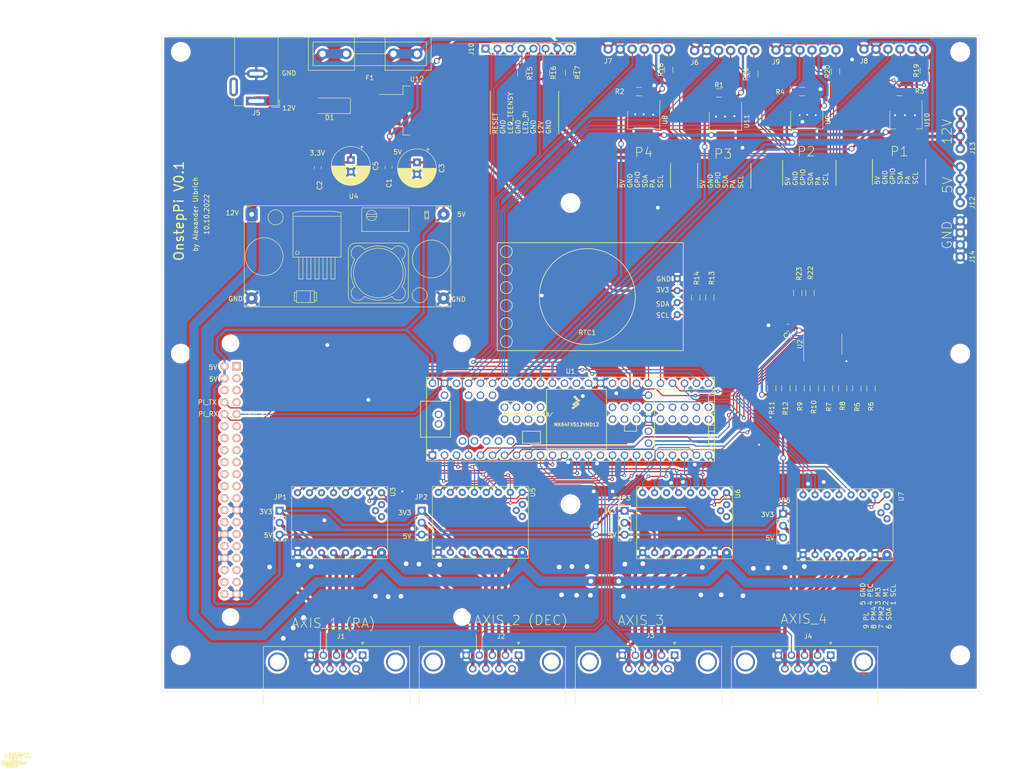
<source format=kicad_pcb>
(kicad_pcb (version 20171130) (host pcbnew "(5.1.10)-1")
  (layers (0 F.Cu signal) (31 B.Cu signal) (34 B.Paste user) (35 F.Paste user) (36 B.SilkS user) (37 F.SilkS user) (38 B.Mask user) (39 F.Mask user) (44 Edge.Cuts user))
  (net 0 "")
  (net 1 SDA1)
  (net 2 GND)
  (net 3 PEC1)
  (net 4 SCL1)
  (net 5 SDA2)
  (net 6 PEC2)
  (net 7 SCL2)
  (net 8 SDA3)
  (net 9 PEC3)
  (net 10 SCL3)
  (net 11 SDA4)
  (net 12 PEC4)
  (net 13 SCL4)
  (net 14 +5V)
  (net 15 PI_TX)
  (net 16 PI_RX)
  (net 17 TMC_STEP1)
  (net 18 TMC_DIR1)
  (net 19 TMC_CS1)
  (net 20 TMC_STEP2)
  (net 21 TMC_DIR2)
  (net 22 TMC_CS2)
  (net 23 TMC_STEP3)
  (net 24 TMC_DIR3)
  (net 25 TMC_CS3)
  (net 26 TMC_DIR4)
  (net 27 TMC_STEP4)
  (net 28 TMC_CS4)
  (net 29 +3V3)
  (net 30 M_SDA)
  (net 31 M_SCL)
  (net 32 TMC_MISO)
  (net 33 TMC_SCK)
  (net 34 TMC_MOSI)
  (net 35 TMC_EN)
  (net 36 +12V)
  (net 37 GPIO3)
  (net 38 GPIO4)
  (net 39 GPIO1)
  (net 40 GPIO2)
  (net 41 "Net-(J10-Pad8)")
  (net 42 "Net-(J10-Pad6)")
  (net 43 LED_PI)
  (net 44 "Net-(J10-Pad4)")
  (net 45 LED_TEENSY)
  (net 46 RESET)
  (net 47 GP_POWER3)
  (net 48 GP_POWER4)
  (net 49 GP_POWER1)
  (net 50 GP_POWER2)
  (net 51 RTC_SCL)
  (net 52 RTC_SDA)
  (net 53 SDA7)
  (net 54 SDA8)
  (net 55 SDA5)
  (net 56 SDA6)
  (net 57 SCL8)
  (net 58 SCL5)
  (net 59 SCL6)
  (net 60 SCL7)
  (net 61 M_RESET)
  (net 62 M_A0)
  (net 63 /12V_Raw)
  (net 64 /PL1)
  (net 65 /PM4)
  (net 66 /PM2)
  (net 67 /PM3)
  (net 68 /PM1)
  (net 69 /PL2)
  (net 70 /PM8)
  (net 71 /PM6)
  (net 72 /PM7)
  (net 73 /PM5)
  (net 74 /PL3)
  (net 75 /PM12)
  (net 76 /PM10)
  (net 77 /PM11)
  (net 78 /PM9)
  (net 79 /PL4)
  (net 80 /PM16)
  (net 81 /PM14)
  (net 82 /PM15)
  (net 83 /PM13)
  (net 84 /PA3)
  (net 85 /PA4)
  (net 86 /PA1)
  (net 87 /PA2)
  (net 88 M_A1)
  (net 89 MA_2)
  (net 90 "Net-(J6-Pad6)")
  (net 91 "Net-(J7-Pad6)")
  (net 92 "Net-(J8-Pad6)")
  (net 93 "Net-(J9-Pad6)")
  (module Rocci:CON_Stiftleiste_6x1 (layer F.Cu) (at 194 33.2)
    (fp_text reference J9 (at 0 2.54) (layer F.SilkS))
    (fp_text value AUX_2)
    (pad 6 thru_hole circle (at 12.7 0) (size 2 2) (drill 1.1) (layers *.Cu *.Mask) (net 93 "Net-(J9-Pad6)"))
    (pad 5 thru_hole circle (at 10.16 0) (size 2 2) (drill 1.1) (layers *.Cu *.Mask) (net 87 /PA2))
    (pad 4 thru_hole circle (at 7.62 0) (size 2 2) (drill 1.1) (layers *.Cu *.Mask) (net 56 SDA6))
    (pad 3 thru_hole circle (at 5.08 0) (size 2 2) (drill 1.1) (layers *.Cu *.Mask) (net 40 GPIO2))
    (pad 2 thru_hole circle (at 2.54 0) (size 2 2) (drill 1.1) (layers *.Cu *.Mask) (net 2 GND))
    (pad 1 thru_hole circle (at 0 0) (size 2 2) (drill 1.1) (layers *.Cu *.Mask) (net 14 +5V))
  )
  (module Rocci:CON_Stiftleiste_6x1 (layer F.Cu) (at 212.62 33)
    (fp_text reference J8 (at 0 2.54) (layer F.SilkS))
    (fp_text value AUX_1)
    (pad 6 thru_hole circle (at 12.7 0) (size 2 2) (drill 1.1) (layers *.Cu *.Mask) (net 92 "Net-(J8-Pad6)"))
    (pad 5 thru_hole circle (at 10.16 0) (size 2 2) (drill 1.1) (layers *.Cu *.Mask) (net 86 /PA1))
    (pad 4 thru_hole circle (at 7.62 0) (size 2 2) (drill 1.1) (layers *.Cu *.Mask) (net 55 SDA5))
    (pad 3 thru_hole circle (at 5.08 0) (size 2 2) (drill 1.1) (layers *.Cu *.Mask) (net 39 GPIO1))
    (pad 2 thru_hole circle (at 2.54 0) (size 2 2) (drill 1.1) (layers *.Cu *.Mask) (net 2 GND))
    (pad 1 thru_hole circle (at 0 0) (size 2 2) (drill 1.1) (layers *.Cu *.Mask) (net 14 +5V))
  )
  (module Rocci:CON_Stiftleiste_6x1 (layer F.Cu) (at 158.48 33)
    (fp_text reference J7 (at 0 2.54) (layer F.SilkS))
    (fp_text value AUX_4)
    (pad 6 thru_hole circle (at 12.7 0) (size 2 2) (drill 1.1) (layers *.Cu *.Mask) (net 91 "Net-(J7-Pad6)"))
    (pad 5 thru_hole circle (at 10.16 0) (size 2 2) (drill 1.1) (layers *.Cu *.Mask) (net 85 /PA4))
    (pad 4 thru_hole circle (at 7.62 0) (size 2 2) (drill 1.1) (layers *.Cu *.Mask) (net 54 SDA8))
    (pad 3 thru_hole circle (at 5.08 0) (size 2 2) (drill 1.1) (layers *.Cu *.Mask) (net 38 GPIO4))
    (pad 2 thru_hole circle (at 2.54 0) (size 2 2) (drill 1.1) (layers *.Cu *.Mask) (net 2 GND))
    (pad 1 thru_hole circle (at 0 0) (size 2 2) (drill 1.1) (layers *.Cu *.Mask) (net 14 +5V))
  )
  (module Rocci:CON_Stiftleiste_6x1 (layer F.Cu) (at 176.78 33.3)
    (fp_text reference J6 (at 0 2.54) (layer F.SilkS))
    (fp_text value AUX_3)
    (pad 6 thru_hole circle (at 12.7 0) (size 2 2) (drill 1.1) (layers *.Cu *.Mask) (net 90 "Net-(J6-Pad6)"))
    (pad 5 thru_hole circle (at 10.16 0) (size 2 2) (drill 1.1) (layers *.Cu *.Mask) (net 84 /PA3))
    (pad 4 thru_hole circle (at 7.62 0) (size 2 2) (drill 1.1) (layers *.Cu *.Mask) (net 53 SDA7))
    (pad 3 thru_hole circle (at 5.08 0) (size 2 2) (drill 1.1) (layers *.Cu *.Mask) (net 37 GPIO3))
    (pad 2 thru_hole circle (at 2.54 0) (size 2 2) (drill 1.1) (layers *.Cu *.Mask) (net 2 GND))
    (pad 1 thru_hole circle (at 0 0) (size 2 2) (drill 1.1) (layers *.Cu *.Mask) (net 14 +5V))
  )
  (module MountingHole:MountingHole_3.2mm_M3 (layer F.Cu) (at 233 33.6)
    (fp_text reference REF** (at -200.4 149.2) (layer F.SilkS))
    (fp_text value MountingHole_3.2mm_M3)
    (pad 1 np_thru_hole circle (at 0 0) (size 3.2 3.2) (drill 3.2) (layers *.Cu *.Mask))
  )
  (module MountingHole:MountingHole_3.2mm_M3 (layer F.Cu) (at 68 33.6)
    (fp_text reference REF** (at -34.1 149) (layer F.SilkS))
    (fp_text value MountingHole_3.2mm_M3)
    (pad 1 np_thru_hole circle (at 0 0) (size 3.2 3.2) (drill 3.2) (layers *.Cu *.Mask))
  )
  (module Rocci:Wiederstand_SMD_0805 (layer F.Cu) (at 145.2 38 270)
    (fp_text reference R16 (at 0 -1.7 90) (layer F.SilkS))
    (fp_text value 500)
    (pad 2 smd rect (at 1.35 0 270) (size 1.5 1.3) (layers F.Cu F.Paste F.Mask) (net 2 GND))
    (pad 1 smd rect (at -1.35 0 270) (size 1.5 1.3) (layers F.Cu F.Paste F.Mask) (net 42 "Net-(J10-Pad6)"))
  )
  (module Rocci:Wiederstand_SMD_0805 (layer F.Cu) (at 140.2 38.15 270)
    (fp_text reference R15 (at 0 -1.7 90) (layer F.SilkS))
    (fp_text value 500)
    (pad 2 smd rect (at 1.35 0 270) (size 1.5 1.3) (layers F.Cu F.Paste F.Mask) (net 2 GND))
    (pad 1 smd rect (at -1.35 0 270) (size 1.5 1.3) (layers F.Cu F.Paste F.Mask) (net 44 "Net-(J10-Pad4)"))
  )
  (module Connector_PinHeader_2.54mm:PinHeader_1x08_P2.54mm_Vertical (layer F.Cu) (at 132.5 32.9 90)
    (fp_text reference J10 (at -0.1 -3 90) (layer F.SilkS))
    (fp_text value LEDPI_LEDTEENSY_RESET)
    (pad 8 thru_hole oval (at 0 17.78 90) (size 1.7 1.7) (drill 1) (layers *.Cu *.Mask) (net 41 "Net-(J10-Pad8)"))
    (pad 7 thru_hole oval (at 0 15.24 90) (size 1.7 1.7) (drill 1) (layers *.Cu *.Mask) (net 36 +12V))
    (pad 6 thru_hole oval (at 0 12.7 90) (size 1.7 1.7) (drill 1) (layers *.Cu *.Mask) (net 42 "Net-(J10-Pad6)"))
    (pad 5 thru_hole oval (at 0 10.16 90) (size 1.7 1.7) (drill 1) (layers *.Cu *.Mask) (net 43 LED_PI))
    (pad 4 thru_hole oval (at 0 7.62 90) (size 1.7 1.7) (drill 1) (layers *.Cu *.Mask) (net 44 "Net-(J10-Pad4)"))
    (pad 3 thru_hole oval (at 0 5.08 90) (size 1.7 1.7) (drill 1) (layers *.Cu *.Mask) (net 45 LED_TEENSY))
    (pad 2 thru_hole oval (at 0 2.54 90) (size 1.7 1.7) (drill 1) (layers *.Cu *.Mask) (net 2 GND))
    (pad 1 thru_hole rect (at 0 0 90) (size 1.7 1.7) (drill 1) (layers *.Cu *.Mask) (net 46 RESET))
  )
  (module MountingHole:MountingHole_3.2mm_M3 (layer F.Cu) (at 150.5 65.6)
    (fp_text reference REF** (at -116.3 117.7) (layer F.SilkS))
    (fp_text value MountingHole_3.2mm_M3)
    (pad 1 np_thru_hole circle (at 0 0) (size 3.2 3.2) (drill 3.2) (layers *.Cu *.Mask))
  )
  (module MountingHole:MountingHole_3.2mm_M3 (layer F.Cu) (at 150.5 129.4)
    (fp_text reference REF** (at -118.2 55.1) (layer F.SilkS))
    (fp_text value MountingHole_3.2mm_M3)
    (pad 1 np_thru_hole circle (at 0 0) (size 3.2 3.2) (drill 3.2) (layers *.Cu *.Mask))
  )
  (module MountingHole:MountingHole_3.2mm_M3 (layer F.Cu) (at 68 161.4)
    (fp_text reference REF** (at -35 23.3) (layer F.SilkS))
    (fp_text value MountingHole_3.2mm_M3)
    (pad 1 np_thru_hole circle (at 0 0) (size 3.2 3.2) (drill 3.2) (layers *.Cu *.Mask))
  )
  (module MountingHole:MountingHole_3.2mm_M3 (layer F.Cu) (at 68 97.5)
    (fp_text reference REF** (at -34.5 87) (layer F.SilkS))
    (fp_text value MountingHole_3.2mm_M3)
    (pad 1 np_thru_hole circle (at 0 0) (size 3.2 3.2) (drill 3.2) (layers *.Cu *.Mask))
  )
  (module MountingHole:MountingHole_3.2mm_M3 (layer F.Cu) (at 233 97.5)
    (fp_text reference REF** (at -201 86.7) (layer F.SilkS))
    (fp_text value MountingHole_3.2mm_M3)
    (pad 1 np_thru_hole circle (at 0 0) (size 3.2 3.2) (drill 3.2) (layers *.Cu *.Mask))
  )
  (module MountingHole:MountingHole_3.2mm_M3 (layer F.Cu) (at 233 161.4)
    (fp_text reference REF** (at -199.8 23.3) (layer F.SilkS))
    (fp_text value MountingHole_3.2mm_M3)
    (pad 1 np_thru_hole circle (at 0 0) (size 3.2 3.2) (drill 3.2) (layers *.Cu *.Mask))
  )
  (module Connector_PinHeader_2.54mm:PinHeader_1x03_P2.54mm_Vertical (layer F.Cu) (at 195.5 131.4)
    (fp_text reference JP5 (at 0.2 -2.8) (layer F.SilkS))
    (fp_text value Jumper_3_Bridged12)
    (pad 3 thru_hole oval (at 0 5.08) (size 1.7 1.7) (drill 1) (layers *.Cu *.Mask) (net 14 +5V))
    (pad 2 thru_hole oval (at 0 2.54) (size 1.7 1.7) (drill 1) (layers *.Cu *.Mask) (net 79 /PL4))
    (pad 1 thru_hole rect (at 0 0) (size 1.7 1.7) (drill 1) (layers *.Cu *.Mask) (net 29 +3V3))
  )
  (module Connector_BarrelJack:BarrelJack_Wuerth_6941xx301002 (layer F.Cu) (at 84 44 180)
    (fp_text reference J5 (at 0 -2.5) (layer F.SilkS))
    (fp_text value 12V_Power)
    (pad 1 thru_hole rect (at 0 0 180) (size 4.4 1.8) (drill oval 3.4 0.8) (layers *.Cu *.Mask) (net 63 /12V_Raw))
    (pad 2 thru_hole oval (at 0 5.8 180) (size 4 1.8) (drill oval 3 0.8) (layers *.Cu *.Mask) (net 2 GND))
    (pad 3 thru_hole oval (at 4.8 3 270) (size 4 1.8) (drill oval 3 0.8) (layers *.Cu *.Mask))
  )
  (module teensy:Teensy35_36_All_Pins (layer F.Cu) (at 150.5 111.4)
    (fp_text reference U1 (at 0 -10.16) (layer F.SilkS))
    (fp_text value Teensy3.5)
    (fp_text user MK64FX512VMD12 (at 1.27 1.143) (layer F.SilkS) (effects (font (size 0.7 0.7))))
    (fp_text user MK66FX1MBVMD18/ (at -9 -1) (layer F.SilkS) (effects (font (size 0.7 0.7))))
    (pad 87 thru_hole circle (at -27.94 -1.01) (size 1.6 1.6) (drill 1.1) (layers *.Cu *.Mask))
    (pad 88 thru_hole circle (at -27.94 1.01) (size 1.6 1.6) (drill 1.1) (layers *.Cu *.Mask))
    (pad 86 thru_hole circle (at -13.97 -2.54) (size 1.6 1.6) (drill 1.1) (layers *.Cu *.Mask))
    (pad 85 thru_hole circle (at -11.43 -2.54) (size 1.6 1.6) (drill 1.1) (layers *.Cu *.Mask))
    (pad 84 thru_hole circle (at -8.89 -2.54) (size 1.6 1.6) (drill 1.1) (layers *.Cu *.Mask))
    (pad 83 thru_hole circle (at -6.35 -2.54) (size 1.6 1.6) (drill 1.1) (layers *.Cu *.Mask))
    (pad 66 thru_hole circle (at -6.35 0) (size 1.6 1.6) (drill 1.1) (layers *.Cu *.Mask))
    (pad 65 thru_hole circle (at -8.89 0) (size 1.6 1.6) (drill 1.1) (layers *.Cu *.Mask))
    (pad 63 thru_hole circle (at -13.97 0) (size 1.6 1.6) (drill 1.1) (layers *.Cu *.Mask))
    (pad 64 thru_hole circle (at -11.43 0) (size 1.6 1.6) (drill 1.1) (layers *.Cu *.Mask))
    (pad 67 thru_hole circle (at 8.89 0) (size 1.6 1.6) (drill 1.1) (layers *.Cu *.Mask))
    (pad 82 thru_hole circle (at 8.89 -2.54) (size 1.6 1.6) (drill 1.1) (layers *.Cu *.Mask))
    (pad 68 thru_hole circle (at 11.43 0) (size 1.6 1.6) (drill 1.1) (layers *.Cu *.Mask))
    (pad 81 thru_hole circle (at 11.43 -2.54) (size 1.6 1.6) (drill 1.1) (layers *.Cu *.Mask))
    (pad 69 thru_hole circle (at 13.97 0) (size 1.6 1.6) (drill 1.1) (layers *.Cu *.Mask))
    (pad 80 thru_hole circle (at 13.97 -2.54) (size 1.6 1.6) (drill 1.1) (layers *.Cu *.Mask))
    (pad 74 thru_hole circle (at 29.21 0) (size 1.6 1.6) (drill 1.1) (layers *.Cu *.Mask))
    (pad 75 thru_hole circle (at 29.21 -2.54) (size 1.6 1.6) (drill 1.1) (layers *.Cu *.Mask))
    (pad 70 thru_hole circle (at 19.05 0) (size 1.6 1.6) (drill 1.1) (layers *.Cu *.Mask))
    (pad 71 thru_hole circle (at 21.59 0) (size 1.6 1.6) (drill 1.1) (layers *.Cu *.Mask))
    (pad 72 thru_hole circle (at 24.13 0) (size 1.6 1.6) (drill 1.1) (layers *.Cu *.Mask))
    (pad 73 thru_hole circle (at 26.67 0) (size 1.6 1.6) (drill 1.1) (layers *.Cu *.Mask))
    (pad 76 thru_hole circle (at 26.67 -2.54) (size 1.6 1.6) (drill 1.1) (layers *.Cu *.Mask))
    (pad 77 thru_hole circle (at 24.13 -2.54) (size 1.6 1.6) (drill 1.1) (layers *.Cu *.Mask))
    (pad 78 thru_hole circle (at 21.59 -2.54) (size 1.6 1.6) (drill 1.1) (layers *.Cu *.Mask))
    (pad 79 thru_hole circle (at 19.05 -2.54) (size 1.6 1.6) (drill 1.1) (layers *.Cu *.Mask))
    (pad 62 thru_hole circle (at -12.7 4.62) (size 1.6 1.6) (drill 1.1) (layers *.Cu *.Mask))
    (pad 61 thru_hole circle (at -15.24 4.62) (size 1.6 1.6) (drill 1.1) (layers *.Cu *.Mask))
    (pad 60 thru_hole circle (at -17.78 4.62) (size 1.6 1.6) (drill 1.1) (layers *.Cu *.Mask))
    (pad 59 thru_hole circle (at -20.32 4.62) (size 1.6 1.6) (drill 1.1) (layers *.Cu *.Mask))
    (pad 58 thru_hole circle (at -22.86 4.62) (size 1.6 1.6) (drill 1.1) (layers *.Cu *.Mask))
    (pad 57 thru_hole circle (at -16.51 -5.08) (size 1.6 1.6) (drill 1.1) (layers *.Cu *.Mask))
    (pad 56 thru_hole circle (at -19.05 -5.08) (size 1.6 1.6) (drill 1.1) (layers *.Cu *.Mask))
    (pad 55 thru_hole circle (at -21.59 -5.08) (size 1.6 1.6) (drill 1.1) (layers *.Cu *.Mask))
    (pad 54 thru_hole circle (at -26.67 -5.08) (size 1.6 1.6) (drill 1.1) (layers *.Cu *.Mask))
    (pad 53 thru_hole circle (at -29.21 -7.62) (size 1.6 1.6) (drill 1.1) (layers *.Cu *.Mask) (net 14 +5V))
    (pad 52 thru_hole circle (at -26.67 -7.62) (size 1.6 1.6) (drill 1.1) (layers *.Cu *.Mask) (net 2 GND))
    (pad 51 thru_hole circle (at -24.13 -7.62) (size 1.6 1.6) (drill 1.1) (layers *.Cu *.Mask))
    (pad 50 thru_hole circle (at -21.59 -7.62) (size 1.6 1.6) (drill 1.1) (layers *.Cu *.Mask) (net 38 GPIO4))
    (pad 49 thru_hole circle (at -19.05 -7.62) (size 1.6 1.6) (drill 1.1) (layers *.Cu *.Mask) (net 37 GPIO3))
    (pad 48 thru_hole circle (at -16.51 -7.62) (size 1.6 1.6) (drill 1.1) (layers *.Cu *.Mask) (net 40 GPIO2))
    (pad 47 thru_hole circle (at -13.97 -7.62) (size 1.6 1.6) (drill 1.1) (layers *.Cu *.Mask) (net 39 GPIO1))
    (pad 46 thru_hole circle (at -11.43 -7.62) (size 1.6 1.6) (drill 1.1) (layers *.Cu *.Mask) (net 48 GP_POWER4))
    (pad 45 thru_hole circle (at -8.89 -7.62) (size 1.6 1.6) (drill 1.1) (layers *.Cu *.Mask) (net 47 GP_POWER3))
    (pad 44 thru_hole circle (at -6.35 -7.62) (size 1.6 1.6) (drill 1.1) (layers *.Cu *.Mask) (net 50 GP_POWER2))
    (pad 43 thru_hole circle (at -3.81 -7.62) (size 1.6 1.6) (drill 1.1) (layers *.Cu *.Mask) (net 49 GP_POWER1))
    (pad 42 thru_hole circle (at -1.27 -7.62) (size 1.6 1.6) (drill 1.1) (layers *.Cu *.Mask))
    (pad 41 thru_hole circle (at 1.27 -7.62) (size 1.6 1.6) (drill 1.1) (layers *.Cu *.Mask))
    (pad 40 thru_hole circle (at 3.81 -7.62) (size 1.6 1.6) (drill 1.1) (layers *.Cu *.Mask) (net 61 M_RESET))
    (pad 39 thru_hole circle (at 6.35 -7.62) (size 1.6 1.6) (drill 1.1) (layers *.Cu *.Mask) (net 2 GND))
    (pad 38 thru_hole circle (at 8.89 -7.62) (size 1.6 1.6) (drill 1.1) (layers *.Cu *.Mask))
    (pad 1 thru_hole rect (at -29.21 7.62) (size 1.6 1.6) (drill 1.1) (layers *.Cu *.Mask) (net 2 GND))
    (pad 2 thru_hole circle (at -26.67 7.62) (size 1.6 1.6) (drill 1.1) (layers *.Cu *.Mask) (net 34 TMC_MOSI))
    (pad 3 thru_hole circle (at -24.13 7.62) (size 1.6 1.6) (drill 1.1) (layers *.Cu *.Mask) (net 32 TMC_MISO))
    (pad 4 thru_hole circle (at -21.59 7.62) (size 1.6 1.6) (drill 1.1) (layers *.Cu *.Mask) (net 45 LED_TEENSY))
    (pad 5 thru_hole circle (at -19.05 7.62) (size 1.6 1.6) (drill 1.1) (layers *.Cu *.Mask) (net 31 M_SCL))
    (pad 6 thru_hole circle (at -16.51 7.62) (size 1.6 1.6) (drill 1.1) (layers *.Cu *.Mask) (net 30 M_SDA))
    (pad 7 thru_hole circle (at -13.97 7.62) (size 1.6 1.6) (drill 1.1) (layers *.Cu *.Mask) (net 62 M_A0))
    (pad 8 thru_hole circle (at -11.43 7.62) (size 1.6 1.6) (drill 1.1) (layers *.Cu *.Mask) (net 88 M_A1))
    (pad 9 thru_hole circle (at -8.89 7.62) (size 1.6 1.6) (drill 1.1) (layers *.Cu *.Mask) (net 89 MA_2))
    (pad 10 thru_hole circle (at -6.35 7.62) (size 1.6 1.6) (drill 1.1) (layers *.Cu *.Mask) (net 3 PEC1))
    (pad 11 thru_hole circle (at -3.81 7.62) (size 1.6 1.6) (drill 1.1) (layers *.Cu *.Mask) (net 17 TMC_STEP1))
    (pad 12 thru_hole circle (at -1.27 7.62) (size 1.6 1.6) (drill 1.1) (layers *.Cu *.Mask) (net 18 TMC_DIR1))
    (pad 13 thru_hole circle (at 1.27 7.62) (size 1.6 1.6) (drill 1.1) (layers *.Cu *.Mask) (net 19 TMC_CS1))
    (pad 37 thru_hole circle (at 11.43 -7.62) (size 1.6 1.6) (drill 1.1) (layers *.Cu *.Mask))
    (pad 36 thru_hole circle (at 13.97 -7.62) (size 1.6 1.6) (drill 1.1) (layers *.Cu *.Mask) (net 27 TMC_STEP4))
    (pad 35 thru_hole circle (at 16.51 -7.62) (size 1.6 1.6) (drill 1.1) (layers *.Cu *.Mask) (net 52 RTC_SDA))
    (pad 34 thru_hole circle (at 19.05 -7.62) (size 1.6 1.6) (drill 1.1) (layers *.Cu *.Mask) (net 51 RTC_SCL))
    (pad 33 thru_hole circle (at 21.59 -7.62) (size 1.6 1.6) (drill 1.1) (layers *.Cu *.Mask) (net 28 TMC_CS4))
    (pad 32 thru_hole circle (at 24.13 -7.62) (size 1.6 1.6) (drill 1.1) (layers *.Cu *.Mask) (net 26 TMC_DIR4))
    (pad 31 thru_hole circle (at 26.67 -7.62) (size 1.6 1.6) (drill 1.1) (layers *.Cu *.Mask) (net 15 PI_TX))
    (pad 30 thru_hole circle (at 29.21 -7.62) (size 1.6 1.6) (drill 1.1) (layers *.Cu *.Mask) (net 16 PI_RX))
    (pad 29 thru_hole circle (at 16.51 -5.08) (size 1.6 1.6) (drill 1.1) (layers *.Cu *.Mask) (net 46 RESET))
    (pad 28 thru_hole circle (at 16.51 -2.54) (size 1.6 1.6) (drill 1.1) (layers *.Cu *.Mask))
    (pad 27 thru_hole circle (at 16.51 0) (size 1.6 1.6) (drill 1.1) (layers *.Cu *.Mask) (net 2 GND))
    (pad 26 thru_hole circle (at 16.51 2.54) (size 1.6 1.6) (drill 1.1) (layers *.Cu *.Mask))
    (pad 25 thru_hole circle (at 16.51 5.08) (size 1.6 1.6) (drill 1.1) (layers *.Cu *.Mask))
    (pad 24 thru_hole circle (at 29.21 7.62) (size 1.6 1.6) (drill 1.1) (layers *.Cu *.Mask) (net 33 TMC_SCK))
    (pad 23 thru_hole circle (at 26.67 7.62) (size 1.6 1.6) (drill 1.1) (layers *.Cu *.Mask) (net 12 PEC4))
    (pad 22 thru_hole circle (at 24.13 7.62) (size 1.6 1.6) (drill 1.1) (layers *.Cu *.Mask) (net 25 TMC_CS3))
    (pad 21 thru_hole circle (at 21.59 7.62) (size 1.6 1.6) (drill 1.1) (layers *.Cu *.Mask) (net 24 TMC_DIR3))
    (pad 14 thru_hole circle (at 3.81 7.62) (size 1.6 1.6) (drill 1.1) (layers *.Cu *.Mask) (net 6 PEC2))
    (pad 15 thru_hole circle (at 6.35 7.62) (size 1.6 1.6) (drill 1.1) (layers *.Cu *.Mask))
    (pad 16 thru_hole circle (at 8.89 7.62) (size 1.6 1.6) (drill 1.1) (layers *.Cu *.Mask) (net 20 TMC_STEP2))
    (pad 20 thru_hole circle (at 19.05 7.62) (size 1.6 1.6) (drill 1.1) (layers *.Cu *.Mask) (net 23 TMC_STEP3))
    (pad 19 thru_hole circle (at 16.51 7.62) (size 1.6 1.6) (drill 1.1) (layers *.Cu *.Mask) (net 9 PEC3))
    (pad 18 thru_hole circle (at 13.97 7.62) (size 1.6 1.6) (drill 1.1) (layers *.Cu *.Mask) (net 22 TMC_CS2))
    (pad 17 thru_hole circle (at 11.43 7.62) (size 1.6 1.6) (drill 1.1) (layers *.Cu *.Mask) (net 21 TMC_DIR2))
  )
  (module stepup:YAAJ_DCDC_StepDown_LM2596 (layer F.Cu) (at 83 68)
    (fp_text reference U4 (at 21.59 -3.81) (layer F.SilkS))
    (fp_text value YAAJ_DCDC_StepDown_LM2596)
    (pad 1 thru_hole rect (at 0 0) (size 2.54 2.54) (drill 1) (layers *.Cu *.Mask) (net 36 +12V))
    (pad 2 thru_hole circle (at 0 17.78) (size 2.54 2.54) (drill 1) (layers *.Cu *.Mask) (net 2 GND))
    (pad 4 thru_hole circle (at 40.64 0) (size 2.54 2.54) (drill 1) (layers *.Cu *.Mask) (net 14 +5V))
    (pad 3 thru_hole circle (at 40.64 17.78) (size 2.54 2.54) (drill 1) (layers *.Cu *.Mask) (net 2 GND))
  )
  (module Package_TO_SOT_SMD:TO-263-3_TabPin2 (layer F.Cu) (at 118 46)
    (fp_text reference U12 (at 0 -6.65) (layer F.SilkS))
    (fp_text value LM1117-3.3)
    (pad 2 smd rect (at 3.375 0) (size 9.4 10.8) (layers F.Cu F.Mask) (net 29 +3V3))
    (pad 3 smd rect (at -5.775 2.54) (size 4.6 1.1) (layers F.Cu F.Paste F.Mask) (net 14 +5V))
    (pad 2 smd rect (at -5.775 0) (size 4.6 1.1) (layers F.Cu F.Paste F.Mask) (net 29 +3V3))
    (pad 1 smd rect (at -5.775 -2.54) (size 4.6 1.1) (layers F.Cu F.Paste F.Mask) (net 2 GND))
  )
  (module Rocci:Wiederstand_SMD_0805 (layer F.Cu) (at 198.6 84.65 270)
    (fp_text reference R23 (at -4.05 -0.3 90) (layer F.SilkS))
    (fp_text value 1k)
    (pad 2 smd rect (at 1.35 0 270) (size 1.5 1.3) (layers F.Cu F.Paste F.Mask) (net 30 M_SDA))
    (pad 1 smd rect (at -1.35 0 270) (size 1.5 1.3) (layers F.Cu F.Paste F.Mask) (net 29 +3V3))
  )
  (module Rocci:Wiederstand_SMD_0805 (layer F.Cu) (at 201.2 84.65 270)
    (fp_text reference R22 (at -4.25 -0.1 90) (layer F.SilkS))
    (fp_text value 1k)
    (pad 2 smd rect (at 1.35 0 270) (size 1.5 1.3) (layers F.Cu F.Paste F.Mask) (net 31 M_SCL))
    (pad 1 smd rect (at -1.35 0 270) (size 1.5 1.3) (layers F.Cu F.Paste F.Mask) (net 29 +3V3))
  )
  (module Rocci:Wiederstand_SMD_0805 (layer F.Cu) (at 189.3 38.3 90)
    (fp_text reference R21 (at 0 -1.7 90) (layer F.SilkS))
    (fp_text value 100)
    (pad 2 smd rect (at 1.35 0 90) (size 1.5 1.3) (layers F.Cu F.Paste F.Mask) (net 90 "Net-(J6-Pad6)"))
    (pad 1 smd rect (at -1.35 0 90) (size 1.5 1.3) (layers F.Cu F.Paste F.Mask) (net 60 SCL7))
  )
  (module Rocci:Wiederstand_SMD_0805 (layer F.Cu) (at 206.6 37.75 90)
    (fp_text reference R20 (at 0 -1.7 90) (layer F.SilkS))
    (fp_text value 100)
    (pad 2 smd rect (at 1.35 0 90) (size 1.5 1.3) (layers F.Cu F.Paste F.Mask) (net 93 "Net-(J9-Pad6)"))
    (pad 1 smd rect (at -1.35 0 90) (size 1.5 1.3) (layers F.Cu F.Paste F.Mask) (net 59 SCL6))
  )
  (module Rocci:Wiederstand_SMD_0805 (layer F.Cu) (at 225.4 37.55 90)
    (fp_text reference R19 (at 0 -1.7 90) (layer F.SilkS))
    (fp_text value 100)
    (pad 2 smd rect (at 1.35 0 90) (size 1.5 1.3) (layers F.Cu F.Paste F.Mask) (net 92 "Net-(J8-Pad6)"))
    (pad 1 smd rect (at -1.35 0 90) (size 1.5 1.3) (layers F.Cu F.Paste F.Mask) (net 58 SCL5))
  )
  (module Rocci:Wiederstand_SMD_0805 (layer F.Cu) (at 171.3 37.35 90)
    (fp_text reference R18 (at 0 -1.7 90) (layer F.SilkS))
    (fp_text value 100)
    (pad 2 smd rect (at 1.35 0 90) (size 1.5 1.3) (layers F.Cu F.Paste F.Mask) (net 91 "Net-(J7-Pad6)"))
    (pad 1 smd rect (at -1.35 0 90) (size 1.5 1.3) (layers F.Cu F.Paste F.Mask) (net 57 SCL8))
  )
  (module Rocci:CON_Stiftleiste_4x1 (layer F.Cu) (at 233 77 90)
    (fp_text reference J14 (at 0 2.54 90) (layer F.SilkS))
    (fp_text value Stiftleiste_01x04)
    (pad 4 thru_hole circle (at 7.62 0 90) (size 2 2) (drill 1.1) (layers *.Cu *.Mask) (net 2 GND))
    (pad 3 thru_hole circle (at 5.08 0 90) (size 2 2) (drill 1.1) (layers *.Cu *.Mask) (net 2 GND))
    (pad 2 thru_hole circle (at 2.54 0 90) (size 2 2) (drill 1.1) (layers *.Cu *.Mask) (net 2 GND))
    (pad 1 thru_hole circle (at 0 0 90) (size 2 2) (drill 1.1) (layers *.Cu *.Mask) (net 2 GND))
  )
  (module Rocci:CON_Stiftleiste_4x1 (layer F.Cu) (at 233 54.08 90)
    (fp_text reference J13 (at 0.08 2.6 90) (layer F.SilkS))
    (fp_text value Stiftleiste_01x04)
    (pad 4 thru_hole circle (at 7.62 0 90) (size 2 2) (drill 1.1) (layers *.Cu *.Mask) (net 36 +12V))
    (pad 3 thru_hole circle (at 5.08 0 90) (size 2 2) (drill 1.1) (layers *.Cu *.Mask) (net 36 +12V))
    (pad 2 thru_hole circle (at 2.54 0 90) (size 2 2) (drill 1.1) (layers *.Cu *.Mask) (net 36 +12V))
    (pad 1 thru_hole circle (at 0 0 90) (size 2 2) (drill 1.1) (layers *.Cu *.Mask) (net 36 +12V))
  )
  (module Rocci:CON_Stiftleiste_4x1 (layer F.Cu) (at 233 65.54 90)
    (fp_text reference J12 (at 0 2.54 90) (layer F.SilkS))
    (fp_text value Stiftleiste_01x04)
    (pad 4 thru_hole circle (at 7.62 0 90) (size 2 2) (drill 1.1) (layers *.Cu *.Mask) (net 14 +5V))
    (pad 3 thru_hole circle (at 5.08 0 90) (size 2 2) (drill 1.1) (layers *.Cu *.Mask) (net 14 +5V))
    (pad 2 thru_hole circle (at 2.54 0 90) (size 2 2) (drill 1.1) (layers *.Cu *.Mask) (net 14 +5V))
    (pad 1 thru_hole circle (at 0 0 90) (size 2 2) (drill 1.1) (layers *.Cu *.Mask) (net 14 +5V))
  )
  (module Capacitor_THT:CP_Radial_D8.0mm_P2.50mm (layer F.Cu) (at 104 56.5 270)
    (fp_text reference C5 (at 1.25 -5.25 90) (layer F.SilkS))
    (fp_text value CP)
    (pad 2 thru_hole circle (at 2.5 0 270) (size 1.6 1.6) (drill 0.8) (layers *.Cu *.Mask) (net 2 GND))
    (pad 1 thru_hole rect (at 0 0 270) (size 1.6 1.6) (drill 0.8) (layers *.Cu *.Mask) (net 29 +3V3))
  )
  (module Capacitor_SMD:C_0805_2012Metric_Pad1.18x1.45mm_HandSolder (layer F.Cu) (at 196.5 92 180)
    (fp_text reference C4 (at 0 -1.68) (layer F.SilkS))
    (fp_text value 100nF)
    (pad 2 smd roundrect (at 1.0375 0 180) (size 1.175 1.45) (layers F.Cu F.Paste F.Mask) (roundrect_rratio 0.2127659574468085) (net 2 GND))
    (pad 1 smd roundrect (at -1.0375 0 180) (size 1.175 1.45) (layers F.Cu F.Paste F.Mask) (roundrect_rratio 0.2127659574468085) (net 29 +3V3))
  )
  (module Capacitor_THT:CP_Radial_D8.0mm_P2.50mm (layer F.Cu) (at 118 57 270)
    (fp_text reference C3 (at 1.25 -5.25 90) (layer F.SilkS))
    (fp_text value CP)
    (pad 2 thru_hole circle (at 2.5 0 270) (size 1.6 1.6) (drill 0.8) (layers *.Cu *.Mask) (net 2 GND))
    (pad 1 thru_hole rect (at 0 0 270) (size 1.6 1.6) (drill 0.8) (layers *.Cu *.Mask) (net 14 +5V))
  )
  (module Rocci:ISP452 (layer F.Cu) (at 183.3 48.3 270)
    (fp_text reference U11 (at 0 -4.5 90) (layer F.SilkS))
    (fp_text value ISP452)
    (pad 4 smd rect (at 3.15 0 270) (size 2 3.8) (layers F.Cu F.Paste F.Mask) (net 36 +12V))
    (pad 2 smd rect (at -3.15 0 270) (size 2 1.5) (layers F.Cu F.Paste F.Mask) (net 2 GND))
    (pad 3 smd rect (at -3.15 2.3 270) (size 2 1.5) (layers F.Cu F.Paste F.Mask) (net 47 GP_POWER3))
    (pad 1 smd rect (at -3.15 -2.3 270) (size 2 1.5) (layers F.Cu F.Paste F.Mask) (net 84 /PA3))
  )
  (module Rocci:ISP452 (layer F.Cu) (at 221.5 48 270)
    (fp_text reference U10 (at 0 -4.5 90) (layer F.SilkS))
    (fp_text value ISP452)
    (pad 4 smd rect (at 3.15 0 270) (size 2 3.8) (layers F.Cu F.Paste F.Mask) (net 36 +12V))
    (pad 2 smd rect (at -3.15 0 270) (size 2 1.5) (layers F.Cu F.Paste F.Mask) (net 2 GND))
    (pad 3 smd rect (at -3.15 2.3 270) (size 2 1.5) (layers F.Cu F.Paste F.Mask) (net 49 GP_POWER1))
    (pad 1 smd rect (at -3.15 -2.3 270) (size 2 1.5) (layers F.Cu F.Paste F.Mask) (net 86 /PA1))
  )
  (module Rocci:ISP452 (layer F.Cu) (at 200.5 48 270)
    (fp_text reference U9 (at 0 -4.5 90) (layer F.SilkS))
    (fp_text value ISP452)
    (pad 4 smd rect (at 3.15 0 270) (size 2 3.8) (layers F.Cu F.Paste F.Mask) (net 36 +12V))
    (pad 2 smd rect (at -3.15 0 270) (size 2 1.5) (layers F.Cu F.Paste F.Mask) (net 2 GND))
    (pad 3 smd rect (at -3.15 2.3 270) (size 2 1.5) (layers F.Cu F.Paste F.Mask) (net 50 GP_POWER2))
    (pad 1 smd rect (at -3.15 -2.3 270) (size 2 1.5) (layers F.Cu F.Paste F.Mask) (net 87 /PA2))
  )
  (module Rocci:ISP452 (layer F.Cu) (at 166 48 270)
    (fp_text reference U8 (at 0 -4.5 90) (layer F.SilkS))
    (fp_text value ISP452)
    (pad 4 smd rect (at 3.15 0 270) (size 2 3.8) (layers F.Cu F.Paste F.Mask) (net 36 +12V))
    (pad 2 smd rect (at -3.15 0 270) (size 2 1.5) (layers F.Cu F.Paste F.Mask) (net 2 GND))
    (pad 3 smd rect (at -3.15 2.3 270) (size 2 1.5) (layers F.Cu F.Paste F.Mask) (net 48 GP_POWER4))
    (pad 1 smd rect (at -3.15 -2.3 270) (size 2 1.5) (layers F.Cu F.Paste F.Mask) (net 85 /PA4))
  )
  (module custom_components:RTC_DS3231 (layer F.Cu) (at 135 74)
    (fp_text reference RTC1 (at 19.05 19.05) (layer F.SilkS))
    (fp_text value RTC_DS3231)
    (pad 4 thru_hole circle (at 38.1 15.24) (size 1.524 1.524) (drill 0.762) (layers *.Cu *.Mask) (net 51 RTC_SCL))
    (pad 3 thru_hole circle (at 38.1 12.7) (size 1.524 1.524) (drill 0.762) (layers *.Cu *.Mask) (net 52 RTC_SDA))
    (pad 2 thru_hole circle (at 38.1 10.16) (size 1.524 1.524) (drill 0.762) (layers *.Cu *.Mask) (net 29 +3V3))
    (pad 1 thru_hole circle (at 38.1 7.62) (size 1.524 1.524) (drill 0.762) (layers *.Cu *.Mask) (net 2 GND))
  )
  (module Rocci:Wiederstand_SMD_0805 (layer F.Cu) (at 150.3 37.95 270)
    (fp_text reference R17 (at 0 -1.7 90) (layer F.SilkS))
    (fp_text value 1k)
    (pad 2 smd rect (at 1.35 0 270) (size 1.5 1.3) (layers F.Cu F.Paste F.Mask) (net 2 GND))
    (pad 1 smd rect (at -1.35 0 270) (size 1.5 1.3) (layers F.Cu F.Paste F.Mask) (net 41 "Net-(J10-Pad8)"))
  )
  (module Rocci:Wiederstand_SMD_0805 (layer F.Cu) (at 177 85.65 270)
    (fp_text reference R14 (at -4.15 -0.2 90) (layer F.SilkS))
    (fp_text value 1k)
    (pad 2 smd rect (at 1.35 0 270) (size 1.5 1.3) (layers F.Cu F.Paste F.Mask) (net 52 RTC_SDA))
    (pad 1 smd rect (at -1.35 0 270) (size 1.5 1.3) (layers F.Cu F.Paste F.Mask) (net 29 +3V3))
  )
  (module Rocci:Wiederstand_SMD_0805 (layer F.Cu) (at 180 85.65 270)
    (fp_text reference R13 (at -4.15 -0.4 90) (layer F.SilkS))
    (fp_text value 1k)
    (pad 2 smd rect (at 1.35 0 270) (size 1.5 1.3) (layers F.Cu F.Paste F.Mask) (net 51 RTC_SCL))
    (pad 1 smd rect (at -1.35 0 270) (size 1.5 1.3) (layers F.Cu F.Paste F.Mask) (net 29 +3V3))
  )
  (module Rocci:Wiederstand_SMD_0805 (layer F.Cu) (at 196.1 104.85 90)
    (fp_text reference R12 (at -4.25 -0.1 90) (layer F.SilkS))
    (fp_text value 1k)
    (pad 2 smd rect (at 1.35 0 90) (size 1.5 1.3) (layers F.Cu F.Paste F.Mask) (net 4 SCL1))
    (pad 1 smd rect (at -1.35 0 90) (size 1.5 1.3) (layers F.Cu F.Paste F.Mask) (net 29 +3V3))
  )
  (module Rocci:Wiederstand_SMD_0805 (layer F.Cu) (at 193.1 104.85 90)
    (fp_text reference R11 (at -4.15 0 90) (layer F.SilkS))
    (fp_text value 1k)
    (pad 2 smd rect (at 1.35 0 90) (size 1.5 1.3) (layers F.Cu F.Paste F.Mask) (net 1 SDA1))
    (pad 1 smd rect (at -1.35 0 90) (size 1.5 1.3) (layers F.Cu F.Paste F.Mask) (net 29 +3V3))
  )
  (module Rocci:Wiederstand_SMD_0805 (layer F.Cu) (at 202.1 104.85 90)
    (fp_text reference R10 (at -3.95 -0.1 90) (layer F.SilkS))
    (fp_text value 1k)
    (pad 2 smd rect (at 1.35 0 90) (size 1.5 1.3) (layers F.Cu F.Paste F.Mask) (net 7 SCL2))
    (pad 1 smd rect (at -1.35 0 90) (size 1.5 1.3) (layers F.Cu F.Paste F.Mask) (net 29 +3V3))
  )
  (module Rocci:Wiederstand_SMD_0805 (layer F.Cu) (at 199.1 104.85 90)
    (fp_text reference R9 (at -3.85 0 90) (layer F.SilkS))
    (fp_text value 1k)
    (pad 2 smd rect (at 1.35 0 90) (size 1.5 1.3) (layers F.Cu F.Paste F.Mask) (net 5 SDA2))
    (pad 1 smd rect (at -1.35 0 90) (size 1.5 1.3) (layers F.Cu F.Paste F.Mask) (net 29 +3V3))
  )
  (module Rocci:Wiederstand_SMD_0805 (layer F.Cu) (at 208.1 104.85 90)
    (fp_text reference R8 (at -3.75 0 90) (layer F.SilkS))
    (fp_text value 1k)
    (pad 2 smd rect (at 1.35 0 90) (size 1.5 1.3) (layers F.Cu F.Paste F.Mask) (net 10 SCL3))
    (pad 1 smd rect (at -1.35 0 90) (size 1.5 1.3) (layers F.Cu F.Paste F.Mask) (net 29 +3V3))
  )
  (module Rocci:Wiederstand_SMD_0805 (layer F.Cu) (at 205.1 104.85 90)
    (fp_text reference R7 (at -3.95 0.1 90) (layer F.SilkS))
    (fp_text value 1k)
    (pad 2 smd rect (at 1.35 0 90) (size 1.5 1.3) (layers F.Cu F.Paste F.Mask) (net 8 SDA3))
    (pad 1 smd rect (at -1.35 0 90) (size 1.5 1.3) (layers F.Cu F.Paste F.Mask) (net 29 +3V3))
  )
  (module Rocci:Wiederstand_SMD_0805 (layer F.Cu) (at 214.1 104.85 90)
    (fp_text reference R6 (at -3.85 0 90) (layer F.SilkS))
    (fp_text value 1k)
    (pad 2 smd rect (at 1.35 0 90) (size 1.5 1.3) (layers F.Cu F.Paste F.Mask) (net 13 SCL4))
    (pad 1 smd rect (at -1.35 0 90) (size 1.5 1.3) (layers F.Cu F.Paste F.Mask) (net 29 +3V3))
  )
  (module Rocci:Wiederstand_SMD_0805 (layer F.Cu) (at 211.1 104.85 90)
    (fp_text reference R5 (at -3.95 0.1 90) (layer F.SilkS))
    (fp_text value 1k)
    (pad 2 smd rect (at 1.35 0 90) (size 1.5 1.3) (layers F.Cu F.Paste F.Mask) (net 11 SDA4))
    (pad 1 smd rect (at -1.35 0 90) (size 1.5 1.3) (layers F.Cu F.Paste F.Mask) (net 29 +3V3))
  )
  (module Rocci:Wiederstand_SMD_0805 (layer F.Cu) (at 199.5 42)
    (fp_text reference R4 (at -4.6 0.1) (layer F.SilkS))
    (fp_text value 1k)
    (pad 2 smd rect (at 1.35 0) (size 1.5 1.3) (layers F.Cu F.Paste F.Mask) (net 2 GND))
    (pad 1 smd rect (at -1.35 0) (size 1.5 1.3) (layers F.Cu F.Paste F.Mask) (net 50 GP_POWER2))
  )
  (module Rocci:Wiederstand_SMD_0805 (layer F.Cu) (at 220.15 42)
    (fp_text reference R3 (at 4.25 -0.1) (layer F.SilkS))
    (fp_text value 1k)
    (pad 2 smd rect (at 1.35 0) (size 1.5 1.3) (layers F.Cu F.Paste F.Mask) (net 2 GND))
    (pad 1 smd rect (at -1.35 0) (size 1.5 1.3) (layers F.Cu F.Paste F.Mask) (net 49 GP_POWER1))
  )
  (module Rocci:Wiederstand_SMD_0805 (layer F.Cu) (at 165 42)
    (fp_text reference R2 (at -4.1 0) (layer F.SilkS))
    (fp_text value 1k)
    (pad 2 smd rect (at 1.35 0) (size 1.5 1.3) (layers F.Cu F.Paste F.Mask) (net 2 GND))
    (pad 1 smd rect (at -1.35 0) (size 1.5 1.3) (layers F.Cu F.Paste F.Mask) (net 48 GP_POWER4))
  )
  (module Rocci:Wiederstand_SMD_0805 (layer F.Cu) (at 181.95 42.3)
    (fp_text reference R1 (at 0 -1.7) (layer F.SilkS))
    (fp_text value 1k)
    (pad 2 smd rect (at 1.35 0) (size 1.5 1.3) (layers F.Cu F.Paste F.Mask) (net 2 GND))
    (pad 1 smd rect (at -1.35 0) (size 1.5 1.3) (layers F.Cu F.Paste F.Mask) (net 47 GP_POWER3))
  )
  (module Rocci:Sicherung_THT (layer F.Cu) (at 118 34 180)
    (fp_text reference F1 (at 10 -5.08) (layer F.SilkS))
    (fp_text value Sicherung)
    (pad 1 thru_hole circle (at 0 0 180) (size 2.35 2.35) (drill 1.35) (layers *.Cu *.Mask) (net 36 +12V))
    (pad 1 thru_hole circle (at 5 0 180) (size 2.35 2.35) (drill 1.35) (layers *.Cu *.Mask) (net 36 +12V))
    (pad 2 thru_hole circle (at 20 0 180) (size 2.35 2.35) (drill 1.35) (layers *.Cu *.Mask) (net 63 /12V_Raw))
    (pad 2 thru_hole circle (at 15 0 180) (size 2.35 2.35) (drill 1.35) (layers *.Cu *.Mask) (net 63 /12V_Raw))
  )
  (module Diode_SMD:D_SMA_Handsoldering (layer F.Cu) (at 99.5 45 180)
    (fp_text reference D1 (at 0 -2.5) (layer F.SilkS))
    (fp_text value Diode)
    (pad 2 smd rect (at 2.5 0 180) (size 3.5 1.8) (layers F.Cu F.Paste F.Mask) (net 2 GND))
    (pad 1 smd rect (at -2.5 0 180) (size 3.5 1.8) (layers F.Cu F.Paste F.Mask) (net 36 +12V))
  )
  (module Capacitor_SMD:C_0805_2012Metric_Pad1.18x1.45mm_HandSolder (layer F.Cu) (at 97 58.0375 270)
    (fp_text reference C2 (at 3.8625 -0.4 90) (layer F.SilkS))
    (fp_text value 100nF)
    (pad 2 smd roundrect (at 1.0375 0 270) (size 1.175 1.45) (layers F.Cu F.Paste F.Mask) (roundrect_rratio 0.2127659574468085) (net 2 GND))
    (pad 1 smd roundrect (at -1.0375 0 270) (size 1.175 1.45) (layers F.Cu F.Paste F.Mask) (roundrect_rratio 0.2127659574468085) (net 29 +3V3))
  )
  (module Capacitor_SMD:C_0805_2012Metric_Pad1.18x1.45mm_HandSolder (layer F.Cu) (at 112 58.0375 270)
    (fp_text reference C1 (at 3.3625 -0.1 90) (layer F.SilkS))
    (fp_text value 100nF)
    (pad 2 smd roundrect (at 1.0375 0 270) (size 1.175 1.45) (layers F.Cu F.Paste F.Mask) (roundrect_rratio 0.2127659574468085) (net 2 GND))
    (pad 1 smd roundrect (at -1.0375 0 270) (size 1.175 1.45) (layers F.Cu F.Paste F.Mask) (roundrect_rratio 0.2127659574468085) (net 14 +5V))
  )
  (module Connector_PinHeader_2.54mm:PinHeader_1x03_P2.54mm_Vertical (layer F.Cu) (at 161.952 130.78)
    (fp_text reference JP3 (at -0.052 -2.68) (layer F.SilkS))
    (fp_text value Jumper_3_Bridged12)
    (pad 3 thru_hole oval (at 0 5.08) (size 1.7 1.7) (drill 1) (layers *.Cu *.Mask) (net 14 +5V))
    (pad 2 thru_hole oval (at 0 2.54) (size 1.7 1.7) (drill 1) (layers *.Cu *.Mask) (net 74 /PL3))
    (pad 1 thru_hole rect (at 0 0) (size 1.7 1.7) (drill 1) (layers *.Cu *.Mask) (net 29 +3V3))
  )
  (module Connector_PinHeader_2.54mm:PinHeader_1x03_P2.54mm_Vertical (layer F.Cu) (at 119 130.76)
    (fp_text reference JP2 (at -0.1 -2.86) (layer F.SilkS))
    (fp_text value Jumper_3_Bridged12)
    (pad 3 thru_hole oval (at 0 5.08) (size 1.7 1.7) (drill 1) (layers *.Cu *.Mask) (net 14 +5V))
    (pad 2 thru_hole oval (at 0 2.54) (size 1.7 1.7) (drill 1) (layers *.Cu *.Mask) (net 69 /PL2))
    (pad 1 thru_hole rect (at 0 0) (size 1.7 1.7) (drill 1) (layers *.Cu *.Mask) (net 29 +3V3))
  )
  (module Connector_PinHeader_2.54mm:PinHeader_1x03_P2.54mm_Vertical (layer F.Cu) (at 88.912 130.78)
    (fp_text reference JP1 (at 0.188 -2.88) (layer F.SilkS))
    (fp_text value Jumper_3_Bridged12)
    (pad 3 thru_hole oval (at 0 5.08) (size 1.7 1.7) (drill 1) (layers *.Cu *.Mask) (net 14 +5V))
    (pad 2 thru_hole oval (at 0 2.54) (size 1.7 1.7) (drill 1) (layers *.Cu *.Mask) (net 64 /PL1))
    (pad 1 thru_hole rect (at 0 0) (size 1.7 1.7) (drill 1) (layers *.Cu *.Mask) (net 29 +3V3))
  )
  (module tmc2130:tmc2130 (layer F.Cu) (at 217.5 127.4 270)
    (fp_text reference U7 (at 0.4 -3 90) (layer F.SilkS))
    (fp_text value tmc2130)
    (pad 19 thru_hole circle (at 3.81 1.27 270) (size 1.524 1.524) (drill 0.762) (layers *.Cu *.Mask))
    (pad 18 thru_hole circle (at 5.08 0 270) (size 1.524 1.524) (drill 0.762) (layers *.Cu *.Mask))
    (pad 17 thru_hole circle (at 2.54 0 270) (size 1.524 1.524) (drill 0.762) (layers *.Cu *.Mask))
    (pad 16 thru_hole circle (at 12.7 17.78 270) (size 1.524 1.524) (drill 0.762) (layers *.Cu *.Mask) (net 2 GND))
    (pad 15 thru_hole circle (at 12.7 15.24 270) (size 1.524 1.524) (drill 0.762) (layers *.Cu *.Mask) (net 29 +3V3))
    (pad 14 thru_hole circle (at 12.7 12.7 270) (size 1.524 1.524) (drill 0.762) (layers *.Cu *.Mask) (net 80 /PM16))
    (pad 13 thru_hole circle (at 12.7 10.16 270) (size 1.524 1.524) (drill 0.762) (layers *.Cu *.Mask) (net 82 /PM15))
    (pad 12 thru_hole circle (at 12.7 7.62 270) (size 1.524 1.524) (drill 0.762) (layers *.Cu *.Mask) (net 81 /PM14))
    (pad 11 thru_hole circle (at 12.7 5.08 270) (size 1.524 1.524) (drill 0.762) (layers *.Cu *.Mask) (net 83 /PM13))
    (pad 10 thru_hole circle (at 12.7 2.54 270) (size 1.524 1.524) (drill 0.762) (layers *.Cu *.Mask) (net 2 GND))
    (pad 9 thru_hole circle (at 12.7 0 270) (size 1.524 1.524) (drill 0.762) (layers *.Cu *.Mask) (net 36 +12V))
    (pad 8 thru_hole circle (at 0 17.78 270) (size 1.524 1.524) (drill 0.762) (layers *.Cu *.Mask) (net 26 TMC_DIR4))
    (pad 7 thru_hole circle (at 0 15.24 270) (size 1.524 1.524) (drill 0.762) (layers *.Cu *.Mask) (net 27 TMC_STEP4))
    (pad 6 thru_hole circle (at 0 12.7 270) (size 1.524 1.524) (drill 0.762) (layers *.Cu *.Mask))
    (pad 5 thru_hole circle (at 0 10.16 270) (size 1.524 1.524) (drill 0.762) (layers *.Cu *.Mask) (net 32 TMC_MISO))
    (pad 4 thru_hole circle (at 0 7.62 270) (size 1.524 1.524) (drill 0.762) (layers *.Cu *.Mask) (net 28 TMC_CS4))
    (pad 3 thru_hole circle (at 0 5.08 270) (size 1.524 1.524) (drill 0.762) (layers *.Cu *.Mask) (net 33 TMC_SCK))
    (pad 2 thru_hole circle (at 0 2.54 270) (size 1.524 1.524) (drill 0.762) (layers *.Cu *.Mask) (net 34 TMC_MOSI))
    (pad 1 thru_hole circle (at 0 0 270) (size 1.524 1.524) (drill 0.762) (layers *.Cu *.Mask) (net 35 TMC_EN))
  )
  (module tmc2130:tmc2130 (layer F.Cu) (at 183.542 126.97 270)
    (fp_text reference U6 (at 0.23 -2.358 90) (layer F.SilkS))
    (fp_text value tmc2130)
    (pad 19 thru_hole circle (at 3.81 1.27 270) (size 1.524 1.524) (drill 0.762) (layers *.Cu *.Mask))
    (pad 18 thru_hole circle (at 5.08 0 270) (size 1.524 1.524) (drill 0.762) (layers *.Cu *.Mask))
    (pad 17 thru_hole circle (at 2.54 0 270) (size 1.524 1.524) (drill 0.762) (layers *.Cu *.Mask))
    (pad 16 thru_hole circle (at 12.7 17.78 270) (size 1.524 1.524) (drill 0.762) (layers *.Cu *.Mask) (net 2 GND))
    (pad 15 thru_hole circle (at 12.7 15.24 270) (size 1.524 1.524) (drill 0.762) (layers *.Cu *.Mask) (net 29 +3V3))
    (pad 14 thru_hole circle (at 12.7 12.7 270) (size 1.524 1.524) (drill 0.762) (layers *.Cu *.Mask) (net 75 /PM12))
    (pad 13 thru_hole circle (at 12.7 10.16 270) (size 1.524 1.524) (drill 0.762) (layers *.Cu *.Mask) (net 77 /PM11))
    (pad 12 thru_hole circle (at 12.7 7.62 270) (size 1.524 1.524) (drill 0.762) (layers *.Cu *.Mask) (net 76 /PM10))
    (pad 11 thru_hole circle (at 12.7 5.08 270) (size 1.524 1.524) (drill 0.762) (layers *.Cu *.Mask) (net 78 /PM9))
    (pad 10 thru_hole circle (at 12.7 2.54 270) (size 1.524 1.524) (drill 0.762) (layers *.Cu *.Mask) (net 2 GND))
    (pad 9 thru_hole circle (at 12.7 0 270) (size 1.524 1.524) (drill 0.762) (layers *.Cu *.Mask) (net 36 +12V))
    (pad 8 thru_hole circle (at 0 17.78 270) (size 1.524 1.524) (drill 0.762) (layers *.Cu *.Mask) (net 24 TMC_DIR3))
    (pad 7 thru_hole circle (at 0 15.24 270) (size 1.524 1.524) (drill 0.762) (layers *.Cu *.Mask) (net 23 TMC_STEP3))
    (pad 6 thru_hole circle (at 0 12.7 270) (size 1.524 1.524) (drill 0.762) (layers *.Cu *.Mask))
    (pad 5 thru_hole circle (at 0 10.16 270) (size 1.524 1.524) (drill 0.762) (layers *.Cu *.Mask) (net 32 TMC_MISO))
    (pad 4 thru_hole circle (at 0 7.62 270) (size 1.524 1.524) (drill 0.762) (layers *.Cu *.Mask) (net 25 TMC_CS3))
    (pad 3 thru_hole circle (at 0 5.08 270) (size 1.524 1.524) (drill 0.762) (layers *.Cu *.Mask) (net 33 TMC_SCK))
    (pad 2 thru_hole circle (at 0 2.54 270) (size 1.524 1.524) (drill 0.762) (layers *.Cu *.Mask) (net 34 TMC_MOSI))
    (pad 1 thru_hole circle (at 0 0 270) (size 1.524 1.524) (drill 0.762) (layers *.Cu *.Mask) (net 35 TMC_EN))
  )
  (module tmc2130:tmc2130 (layer F.Cu) (at 140.3 126.9 270)
    (fp_text reference U5 (at 0 -2.2 90) (layer F.SilkS))
    (fp_text value tmc2130)
    (pad 19 thru_hole circle (at 3.81 1.27 270) (size 1.524 1.524) (drill 0.762) (layers *.Cu *.Mask))
    (pad 18 thru_hole circle (at 5.08 0 270) (size 1.524 1.524) (drill 0.762) (layers *.Cu *.Mask))
    (pad 17 thru_hole circle (at 2.54 0 270) (size 1.524 1.524) (drill 0.762) (layers *.Cu *.Mask))
    (pad 16 thru_hole circle (at 12.7 17.78 270) (size 1.524 1.524) (drill 0.762) (layers *.Cu *.Mask) (net 2 GND))
    (pad 15 thru_hole circle (at 12.7 15.24 270) (size 1.524 1.524) (drill 0.762) (layers *.Cu *.Mask) (net 29 +3V3))
    (pad 14 thru_hole circle (at 12.7 12.7 270) (size 1.524 1.524) (drill 0.762) (layers *.Cu *.Mask) (net 70 /PM8))
    (pad 13 thru_hole circle (at 12.7 10.16 270) (size 1.524 1.524) (drill 0.762) (layers *.Cu *.Mask) (net 72 /PM7))
    (pad 12 thru_hole circle (at 12.7 7.62 270) (size 1.524 1.524) (drill 0.762) (layers *.Cu *.Mask) (net 71 /PM6))
    (pad 11 thru_hole circle (at 12.7 5.08 270) (size 1.524 1.524) (drill 0.762) (layers *.Cu *.Mask) (net 73 /PM5))
    (pad 10 thru_hole circle (at 12.7 2.54 270) (size 1.524 1.524) (drill 0.762) (layers *.Cu *.Mask) (net 2 GND))
    (pad 9 thru_hole circle (at 12.7 0 270) (size 1.524 1.524) (drill 0.762) (layers *.Cu *.Mask) (net 36 +12V))
    (pad 8 thru_hole circle (at 0 17.78 270) (size 1.524 1.524) (drill 0.762) (layers *.Cu *.Mask) (net 21 TMC_DIR2))
    (pad 7 thru_hole circle (at 0 15.24 270) (size 1.524 1.524) (drill 0.762) (layers *.Cu *.Mask) (net 20 TMC_STEP2))
    (pad 6 thru_hole circle (at 0 12.7 270) (size 1.524 1.524) (drill 0.762) (layers *.Cu *.Mask))
    (pad 5 thru_hole circle (at 0 10.16 270) (size 1.524 1.524) (drill 0.762) (layers *.Cu *.Mask) (net 32 TMC_MISO))
    (pad 4 thru_hole circle (at 0 7.62 270) (size 1.524 1.524) (drill 0.762) (layers *.Cu *.Mask) (net 22 TMC_CS2))
    (pad 3 thru_hole circle (at 0 5.08 270) (size 1.524 1.524) (drill 0.762) (layers *.Cu *.Mask) (net 33 TMC_SCK))
    (pad 2 thru_hole circle (at 0 2.54 270) (size 1.524 1.524) (drill 0.762) (layers *.Cu *.Mask) (net 34 TMC_MOSI))
    (pad 1 thru_hole circle (at 0 0 270) (size 1.524 1.524) (drill 0.762) (layers *.Cu *.Mask) (net 35 TMC_EN))
  )
  (module Connector_Dsub:DSUB-9_Female_Horizontal_P2.77x2.84mm_EdgePinOffset7.70mm_Housed_MountingHolesOffset9.12mm (layer F.Cu) (at 205.58 161.4)
    (fp_text reference J4 (at -4.78 -4) (layer F.SilkS))
    (fp_text value DB9_Female)
    (pad 0 thru_hole circle (at 6.96 1.42) (size 4 4) (drill 3.2) (layers *.Cu *.Mask))
    (pad 0 thru_hole circle (at -18.04 1.42) (size 4 4) (drill 3.2) (layers *.Cu *.Mask))
    (pad 9 thru_hole circle (at -9.695 2.84) (size 1.6 1.6) (drill 1) (layers *.Cu *.Mask) (net 79 /PL4))
    (pad 8 thru_hole circle (at -6.925 2.84) (size 1.6 1.6) (drill 1) (layers *.Cu *.Mask) (net 80 /PM16))
    (pad 7 thru_hole circle (at -4.155 2.84) (size 1.6 1.6) (drill 1) (layers *.Cu *.Mask) (net 81 /PM14))
    (pad 6 thru_hole circle (at -1.385 2.84) (size 1.6 1.6) (drill 1) (layers *.Cu *.Mask) (net 11 SDA4))
    (pad 5 thru_hole circle (at -11.08 0) (size 1.6 1.6) (drill 1) (layers *.Cu *.Mask) (net 2 GND))
    (pad 4 thru_hole circle (at -8.31 0) (size 1.6 1.6) (drill 1) (layers *.Cu *.Mask) (net 12 PEC4))
    (pad 3 thru_hole circle (at -5.54 0) (size 1.6 1.6) (drill 1) (layers *.Cu *.Mask) (net 82 /PM15))
    (pad 2 thru_hole circle (at -2.77 0) (size 1.6 1.6) (drill 1) (layers *.Cu *.Mask) (net 83 /PM13))
    (pad 1 thru_hole rect (at 0 0) (size 1.6 1.6) (drill 1) (layers *.Cu *.Mask) (net 13 SCL4))
  )
  (module Connector_Dsub:DSUB-9_Female_Horizontal_P2.77x2.84mm_EdgePinOffset7.70mm_Housed_MountingHolesOffset9.12mm (layer F.Cu) (at 172.54 161.4)
    (fp_text reference J3 (at -5.14 -4.2) (layer F.SilkS))
    (fp_text value DB9_Female)
    (pad 0 thru_hole circle (at 6.96 1.42) (size 4 4) (drill 3.2) (layers *.Cu *.Mask))
    (pad 0 thru_hole circle (at -18.04 1.42) (size 4 4) (drill 3.2) (layers *.Cu *.Mask))
    (pad 9 thru_hole circle (at -9.695 2.84) (size 1.6 1.6) (drill 1) (layers *.Cu *.Mask) (net 74 /PL3))
    (pad 8 thru_hole circle (at -6.925 2.84) (size 1.6 1.6) (drill 1) (layers *.Cu *.Mask) (net 75 /PM12))
    (pad 7 thru_hole circle (at -4.155 2.84) (size 1.6 1.6) (drill 1) (layers *.Cu *.Mask) (net 76 /PM10))
    (pad 6 thru_hole circle (at -1.385 2.84) (size 1.6 1.6) (drill 1) (layers *.Cu *.Mask) (net 8 SDA3))
    (pad 5 thru_hole circle (at -11.08 0) (size 1.6 1.6) (drill 1) (layers *.Cu *.Mask) (net 2 GND))
    (pad 4 thru_hole circle (at -8.31 0) (size 1.6 1.6) (drill 1) (layers *.Cu *.Mask) (net 9 PEC3))
    (pad 3 thru_hole circle (at -5.54 0) (size 1.6 1.6) (drill 1) (layers *.Cu *.Mask) (net 77 /PM11))
    (pad 2 thru_hole circle (at -2.77 0) (size 1.6 1.6) (drill 1) (layers *.Cu *.Mask) (net 78 /PM9))
    (pad 1 thru_hole rect (at 0 0) (size 1.6 1.6) (drill 1) (layers *.Cu *.Mask) (net 10 SCL3))
  )
  (module Connector_Dsub:DSUB-9_Female_Horizontal_P2.77x2.84mm_EdgePinOffset7.70mm_Housed_MountingHolesOffset9.12mm (layer F.Cu) (at 139.5 161.4)
    (fp_text reference J2 (at -3.7 -4) (layer F.SilkS))
    (fp_text value DB9_Female)
    (pad 0 thru_hole circle (at 6.96 1.42) (size 4 4) (drill 3.2) (layers *.Cu *.Mask))
    (pad 0 thru_hole circle (at -18.04 1.42) (size 4 4) (drill 3.2) (layers *.Cu *.Mask))
    (pad 9 thru_hole circle (at -9.695 2.84) (size 1.6 1.6) (drill 1) (layers *.Cu *.Mask) (net 69 /PL2))
    (pad 8 thru_hole circle (at -6.925 2.84) (size 1.6 1.6) (drill 1) (layers *.Cu *.Mask) (net 70 /PM8))
    (pad 7 thru_hole circle (at -4.155 2.84) (size 1.6 1.6) (drill 1) (layers *.Cu *.Mask) (net 71 /PM6))
    (pad 6 thru_hole circle (at -1.385 2.84) (size 1.6 1.6) (drill 1) (layers *.Cu *.Mask) (net 5 SDA2))
    (pad 5 thru_hole circle (at -11.08 0) (size 1.6 1.6) (drill 1) (layers *.Cu *.Mask) (net 2 GND))
    (pad 4 thru_hole circle (at -8.31 0) (size 1.6 1.6) (drill 1) (layers *.Cu *.Mask) (net 6 PEC2))
    (pad 3 thru_hole circle (at -5.54 0) (size 1.6 1.6) (drill 1) (layers *.Cu *.Mask) (net 72 /PM7))
    (pad 2 thru_hole circle (at -2.77 0) (size 1.6 1.6) (drill 1) (layers *.Cu *.Mask) (net 73 /PM5))
    (pad 1 thru_hole rect (at 0 0) (size 1.6 1.6) (drill 1) (layers *.Cu *.Mask) (net 7 SCL2))
  )
  (module tmc2130:tmc2130 (layer F.Cu) (at 110.502 126.97 270)
    (fp_text reference U3 (at -0.17 -2.398 90) (layer F.SilkS))
    (fp_text value tmc2130)
    (pad 19 thru_hole circle (at 3.81 1.27 270) (size 1.524 1.524) (drill 0.762) (layers *.Cu *.Mask))
    (pad 18 thru_hole circle (at 5.08 0 270) (size 1.524 1.524) (drill 0.762) (layers *.Cu *.Mask))
    (pad 17 thru_hole circle (at 2.54 0 270) (size 1.524 1.524) (drill 0.762) (layers *.Cu *.Mask))
    (pad 16 thru_hole circle (at 12.7 17.78 270) (size 1.524 1.524) (drill 0.762) (layers *.Cu *.Mask) (net 2 GND))
    (pad 15 thru_hole circle (at 12.7 15.24 270) (size 1.524 1.524) (drill 0.762) (layers *.Cu *.Mask) (net 29 +3V3))
    (pad 14 thru_hole circle (at 12.7 12.7 270) (size 1.524 1.524) (drill 0.762) (layers *.Cu *.Mask) (net 65 /PM4))
    (pad 13 thru_hole circle (at 12.7 10.16 270) (size 1.524 1.524) (drill 0.762) (layers *.Cu *.Mask) (net 67 /PM3))
    (pad 12 thru_hole circle (at 12.7 7.62 270) (size 1.524 1.524) (drill 0.762) (layers *.Cu *.Mask) (net 66 /PM2))
    (pad 11 thru_hole circle (at 12.7 5.08 270) (size 1.524 1.524) (drill 0.762) (layers *.Cu *.Mask) (net 68 /PM1))
    (pad 10 thru_hole circle (at 12.7 2.54 270) (size 1.524 1.524) (drill 0.762) (layers *.Cu *.Mask) (net 2 GND))
    (pad 9 thru_hole circle (at 12.7 0 270) (size 1.524 1.524) (drill 0.762) (layers *.Cu *.Mask) (net 36 +12V))
    (pad 8 thru_hole circle (at 0 17.78 270) (size 1.524 1.524) (drill 0.762) (layers *.Cu *.Mask) (net 18 TMC_DIR1))
    (pad 7 thru_hole circle (at 0 15.24 270) (size 1.524 1.524) (drill 0.762) (layers *.Cu *.Mask) (net 17 TMC_STEP1))
    (pad 6 thru_hole circle (at 0 12.7 270) (size 1.524 1.524) (drill 0.762) (layers *.Cu *.Mask))
    (pad 5 thru_hole circle (at 0 10.16 270) (size 1.524 1.524) (drill 0.762) (layers *.Cu *.Mask) (net 32 TMC_MISO))
    (pad 4 thru_hole circle (at 0 7.62 270) (size 1.524 1.524) (drill 0.762) (layers *.Cu *.Mask) (net 19 TMC_CS1))
    (pad 3 thru_hole circle (at 0 5.08 270) (size 1.524 1.524) (drill 0.762) (layers *.Cu *.Mask) (net 33 TMC_SCK))
    (pad 2 thru_hole circle (at 0 2.54 270) (size 1.524 1.524) (drill 0.762) (layers *.Cu *.Mask) (net 34 TMC_MOSI))
    (pad 1 thru_hole circle (at 0 0 270) (size 1.524 1.524) (drill 0.762) (layers *.Cu *.Mask) (net 35 TMC_EN))
  )
  (module Package_SO:TSSOP-24_4.4x7.8mm_P0.65mm (layer F.Cu) (at 203.9 95.5 90)
    (fp_text reference U2 (at 0 -4.85 90) (layer F.SilkS))
    (fp_text value TCA9548APWR)
    (pad 24 smd roundrect (at 2.8625 -3.575 90) (size 1.475 0.4) (layers F.Cu F.Paste F.Mask) (net 29 +3V3))
    (pad 23 smd roundrect (at 2.8625 -2.925 90) (size 1.475 0.4) (layers F.Cu F.Paste F.Mask) (net 30 M_SDA))
    (pad 22 smd roundrect (at 2.8625 -2.275 90) (size 1.475 0.4) (layers F.Cu F.Paste F.Mask) (net 31 M_SCL))
    (pad 21 smd roundrect (at 2.8625 -1.625 90) (size 1.475 0.4) (layers F.Cu F.Paste F.Mask) (net 62 M_A0))
    (pad 20 smd roundrect (at 2.8625 -0.975 90) (size 1.475 0.4) (layers F.Cu F.Paste F.Mask) (net 57 SCL8))
    (pad 19 smd roundrect (at 2.8625 -0.325 90) (size 1.475 0.4) (layers F.Cu F.Paste F.Mask) (net 54 SDA8))
    (pad 18 smd roundrect (at 2.8625 0.325 90) (size 1.475 0.4) (layers F.Cu F.Paste F.Mask) (net 60 SCL7))
    (pad 17 smd roundrect (at 2.8625 0.975 90) (size 1.475 0.4) (layers F.Cu F.Paste F.Mask) (net 53 SDA7))
    (pad 16 smd roundrect (at 2.8625 1.625 90) (size 1.475 0.4) (layers F.Cu F.Paste F.Mask) (net 59 SCL6))
    (pad 15 smd roundrect (at 2.8625 2.275 90) (size 1.475 0.4) (layers F.Cu F.Paste F.Mask) (net 56 SDA6))
    (pad 14 smd roundrect (at 2.8625 2.925 90) (size 1.475 0.4) (layers F.Cu F.Paste F.Mask) (net 58 SCL5))
    (pad 13 smd roundrect (at 2.8625 3.575 90) (size 1.475 0.4) (layers F.Cu F.Paste F.Mask) (net 55 SDA5))
    (pad 12 smd roundrect (at -2.8625 3.575 90) (size 1.475 0.4) (layers F.Cu F.Paste F.Mask) (net 2 GND))
    (pad 11 smd roundrect (at -2.8625 2.925 90) (size 1.475 0.4) (layers F.Cu F.Paste F.Mask) (net 13 SCL4))
    (pad 10 smd roundrect (at -2.8625 2.275 90) (size 1.475 0.4) (layers F.Cu F.Paste F.Mask) (net 11 SDA4))
    (pad 9 smd roundrect (at -2.8625 1.625 90) (size 1.475 0.4) (layers F.Cu F.Paste F.Mask) (net 10 SCL3))
    (pad 8 smd roundrect (at -2.8625 0.975 90) (size 1.475 0.4) (layers F.Cu F.Paste F.Mask) (net 8 SDA3))
    (pad 7 smd roundrect (at -2.8625 0.325 90) (size 1.475 0.4) (layers F.Cu F.Paste F.Mask) (net 7 SCL2))
    (pad 6 smd roundrect (at -2.8625 -0.325 90) (size 1.475 0.4) (layers F.Cu F.Paste F.Mask) (net 5 SDA2))
    (pad 5 smd roundrect (at -2.8625 -0.975 90) (size 1.475 0.4) (layers F.Cu F.Paste F.Mask) (net 4 SCL1))
    (pad 4 smd roundrect (at -2.8625 -1.625 90) (size 1.475 0.4) (layers F.Cu F.Paste F.Mask) (net 1 SDA1))
    (pad 3 smd roundrect (at -2.8625 -2.275 90) (size 1.475 0.4) (layers F.Cu F.Paste F.Mask) (net 61 M_RESET))
    (pad 2 smd roundrect (at -2.8625 -2.925 90) (size 1.475 0.4) (layers F.Cu F.Paste F.Mask) (net 88 M_A1))
    (pad 1 smd roundrect (at -2.8625 -3.575 90) (size 1.475 0.4) (layers F.Cu F.Paste F.Mask) (net 89 MA_2))
  )
  (module raspberrypi:raspberrypi_2_3 (layer B.Cu) (at 78.53 124.31 270)
    (fp_text reference RP1)
    (fp_text value Raspberry_Pi_2_3)
    (pad 27 thru_hole circle (at 8.89 -1.27 270) (size 1.75 1.75) (drill 1.016) (layers *.Cu *.Mask B.SilkS))
    (pad 28 thru_hole circle (at 8.89 1.27 270) (size 1.75 1.75) (drill 1.016) (layers *.Cu *.Mask B.SilkS))
    (pad 29 thru_hole circle (at 11.43 -1.27 270) (size 1.75 1.75) (drill 1.016) (layers *.Cu *.Mask B.SilkS))
    (pad 30 thru_hole circle (at 11.43 1.27 270) (size 1.75 1.75) (drill 1.016) (layers *.Cu *.Mask B.SilkS) (net 2 GND))
    (pad 24 thru_hole circle (at 3.81 1.27 270) (size 1.75 1.75) (drill 1.016) (layers *.Cu *.Mask B.SilkS))
    (pad 23 thru_hole circle (at 3.81 -1.27 270) (size 1.75 1.75) (drill 1.016) (layers *.Cu *.Mask B.SilkS))
    (pad 1 thru_hole rect (at -24.13 -1.27 270) (size 1.75 1.75) (drill 1.016) (layers *.Cu *.Mask B.SilkS))
    (pad 2 thru_hole circle (at -24.13 1.27 270) (size 1.75 1.75) (drill 1.016) (layers *.Cu *.Mask B.SilkS) (net 14 +5V))
    (pad 3 thru_hole circle (at -21.59 -1.27 270) (size 1.75 1.75) (drill 1.016) (layers *.Cu *.Mask B.SilkS))
    (pad 4 thru_hole circle (at -21.59 1.27 270) (size 1.75 1.75) (drill 1.016) (layers *.Cu *.Mask B.SilkS) (net 14 +5V))
    (pad 5 thru_hole circle (at -19.05 -1.27 270) (size 1.75 1.75) (drill 1.016) (layers *.Cu *.Mask B.SilkS))
    (pad 6 thru_hole circle (at -19.05 1.27 270) (size 1.75 1.75) (drill 1.016) (layers *.Cu *.Mask B.SilkS))
    (pad 7 thru_hole circle (at -16.51 -1.27 270) (size 1.75 1.75) (drill 1.016) (layers *.Cu *.Mask B.SilkS))
    (pad 8 thru_hole circle (at -16.51 1.27 270) (size 1.75 1.75) (drill 1.016) (layers *.Cu *.Mask B.SilkS) (net 15 PI_TX))
    (pad 9 thru_hole circle (at -13.97 -1.27 270) (size 1.75 1.75) (drill 1.016) (layers *.Cu *.Mask B.SilkS) (net 43 LED_PI))
    (pad 10 thru_hole circle (at -13.97 1.27 270) (size 1.75 1.75) (drill 1.016) (layers *.Cu *.Mask B.SilkS) (net 16 PI_RX))
    (pad 11 thru_hole circle (at -11.43 -1.27 270) (size 1.75 1.75) (drill 1.016) (layers *.Cu *.Mask B.SilkS))
    (pad 12 thru_hole circle (at -11.43 1.27 270) (size 1.75 1.75) (drill 1.016) (layers *.Cu *.Mask B.SilkS))
    (pad 13 thru_hole circle (at -8.89 -1.27 270) (size 1.75 1.75) (drill 1.016) (layers *.Cu *.Mask B.SilkS))
    (pad 14 thru_hole circle (at -8.89 1.27 270) (size 1.75 1.75) (drill 1.016) (layers *.Cu *.Mask B.SilkS))
    (pad 15 thru_hole circle (at -6.35 -1.27 270) (size 1.75 1.75) (drill 1.016) (layers *.Cu *.Mask B.SilkS))
    (pad 16 thru_hole circle (at -6.35 1.27 270) (size 1.75 1.75) (drill 1.016) (layers *.Cu *.Mask B.SilkS))
    (pad 17 thru_hole circle (at -3.81 -1.27 270) (size 1.75 1.75) (drill 1.016) (layers *.Cu *.Mask B.SilkS))
    (pad 18 thru_hole circle (at -3.81 1.27 270) (size 1.75 1.75) (drill 1.016) (layers *.Cu *.Mask B.SilkS))
    (pad 19 thru_hole circle (at -1.27 -1.27 270) (size 1.75 1.75) (drill 1.016) (layers *.Cu *.Mask B.SilkS))
    (pad 20 thru_hole circle (at -1.27 1.27 270) (size 1.75 1.75) (drill 1.016) (layers *.Cu *.Mask B.SilkS))
    (pad 21 thru_hole circle (at 1.27 -1.27 270) (size 1.75 1.75) (drill 1.016) (layers *.Cu *.Mask B.SilkS))
    (pad 22 thru_hole circle (at 1.27 1.27 270) (size 1.75 1.75) (drill 1.016) (layers *.Cu *.Mask B.SilkS))
    (pad 25 thru_hole circle (at 6.35 -1.27 270) (size 1.75 1.75) (drill 1.016) (layers *.Cu *.Mask B.SilkS) (net 2 GND))
    (pad 26 thru_hole circle (at 6.35 1.27 270) (size 1.75 1.75) (drill 1.016) (layers *.Cu *.Mask B.SilkS))
    (pad 32 thru_hole circle (at 13.97 1.27 270) (size 1.75 1.75) (drill 1.016) (layers *.Cu *.Mask B.SilkS))
    (pad 31 thru_hole circle (at 13.97 -1.27 270) (size 1.75 1.75) (drill 1.016) (layers *.Cu *.Mask B.SilkS))
    (pad 34 thru_hole circle (at 16.51 1.27 270) (size 1.75 1.75) (drill 1.016) (layers *.Cu *.Mask B.SilkS) (net 2 GND))
    (pad 33 thru_hole circle (at 16.51 -1.27 270) (size 1.75 1.75) (drill 1.016) (layers *.Cu *.Mask B.SilkS))
    (pad 36 thru_hole circle (at 19.05 1.27 270) (size 1.75 1.75) (drill 1.016) (layers *.Cu *.Mask B.SilkS))
    (pad 35 thru_hole circle (at 19.05 -1.27 270) (size 1.75 1.75) (drill 1.016) (layers *.Cu *.Mask B.SilkS))
    (pad 38 thru_hole circle (at 21.59 1.27 270) (size 1.75 1.75) (drill 1.016) (layers *.Cu *.Mask B.SilkS))
    (pad 37 thru_hole circle (at 21.59 -1.27 270) (size 1.75 1.75) (drill 1.016) (layers *.Cu *.Mask B.SilkS))
    (pad 40 thru_hole circle (at 24.13 1.27 270) (size 1.75 1.75) (drill 1.016) (layers *.Cu *.Mask B.SilkS))
    (pad 39 thru_hole circle (at 24.13 -1.27 270) (size 1.75 1.75) (drill 1.016) (layers *.Cu *.Mask B.SilkS) (net 2 GND))
    (pad "" np_thru_hole circle (at -29 0 270) (size 2.75 2.75) (drill 2.75) (layers *.Cu *.Mask B.SilkS))
    (pad "" np_thru_hole circle (at 29 0 270) (size 2.75 2.75) (drill 2.75) (layers *.Cu *.Mask B.SilkS))
    (pad "" np_thru_hole circle (at -29 -49 270) (size 2.75 2.75) (drill 2.75) (layers *.Cu *.Mask B.SilkS))
    (pad "" np_thru_hole circle (at 29 -49 270) (size 2.75 2.75) (drill 2.75) (layers *.Cu *.Mask B.SilkS))
  )
  (module Connector_Dsub:DSUB-9_Female_Horizontal_P2.77x2.84mm_EdgePinOffset7.70mm_Housed_MountingHolesOffset9.12mm (layer F.Cu) (at 106.5 161.4)
    (fp_text reference J1 (at -4.6 -4) (layer F.SilkS))
    (fp_text value DB9_Female)
    (pad 0 thru_hole circle (at 6.96 1.42) (size 4 4) (drill 3.2) (layers *.Cu *.Mask))
    (pad 0 thru_hole circle (at -18.04 1.42) (size 4 4) (drill 3.2) (layers *.Cu *.Mask))
    (pad 9 thru_hole circle (at -9.695 2.84) (size 1.6 1.6) (drill 1) (layers *.Cu *.Mask) (net 64 /PL1))
    (pad 8 thru_hole circle (at -6.925 2.84) (size 1.6 1.6) (drill 1) (layers *.Cu *.Mask) (net 65 /PM4))
    (pad 7 thru_hole circle (at -4.155 2.84) (size 1.6 1.6) (drill 1) (layers *.Cu *.Mask) (net 66 /PM2))
    (pad 6 thru_hole circle (at -1.385 2.84) (size 1.6 1.6) (drill 1) (layers *.Cu *.Mask) (net 1 SDA1))
    (pad 5 thru_hole circle (at -11.08 0) (size 1.6 1.6) (drill 1) (layers *.Cu *.Mask) (net 2 GND))
    (pad 4 thru_hole circle (at -8.31 0) (size 1.6 1.6) (drill 1) (layers *.Cu *.Mask) (net 3 PEC1))
    (pad 3 thru_hole circle (at -5.54 0) (size 1.6 1.6) (drill 1) (layers *.Cu *.Mask) (net 67 /PM3))
    (pad 2 thru_hole circle (at -2.77 0) (size 1.6 1.6) (drill 1) (layers *.Cu *.Mask) (net 68 /PM1))
    (pad 1 thru_hole rect (at 0 0) (size 1.6 1.6) (drill 1) (layers *.Cu *.Mask) (net 4 SCL1))
  )
  (gr_text 10.10.2022 (at 73.5 68 90) (layer F.SilkS) (effects (font (size 1 1))))
  (gr_text "by Alexander Ulbrich" (at 71.1 68 90) (layer F.SilkS) (effects (font (size 1 1))))
  (gr_text "OnstepPi V0.1" (at 67.6 67.3 90) (layer F.SilkS) (effects (font (size 2 2) (thickness 0.3))))
  (gr_text "_______\n5V\nGND\nGPIO\nSDA\nPA\nSCL\n_______" (at 165.5 62.5 90) (layer F.SilkS) (effects (font (size 1 1)) (justify left)))
  (gr_text "_______\n5V\nGND\nGPIO\nSDA\nPA\nSCL\n_______" (at 182.5 62.6 90) (layer F.SilkS) (effects (font (size 1 1)) (justify left)))
  (gr_text "_______\n5V\nGND\nGPIO\nSDA\nPA\nSCL\n_______" (at 200.5 62 90) (layer F.SilkS) (effects (font (size 1 1)) (justify left)))
  (gr_text LED_PI (at 83.9 110.3) (layer F.SilkS) (effects (font (size 1 1))))
  (gr_text PI_RX (at 73.8 110.3) (layer F.SilkS) (effects (font (size 1 1))))
  (gr_text PI_TX (at 73.6 107.8) (layer F.SilkS) (effects (font (size 1 1))))
  (gr_text 5V (at 74.9 102.9) (layer F.SilkS) (effects (font (size 1 1))))
  (gr_text 5V (at 74.8 100.4) (layer F.SilkS) (effects (font (size 1 1))))
  (gr_text "3V3\n" (at 86 131) (layer F.SilkS) (effects (font (size 1 1))))
  (gr_text 5V (at 86.5 136) (layer F.SilkS) (effects (font (size 1 1))))
  (gr_text 5V (at 115.9 136.2) (layer F.SilkS) (effects (font (size 1 1))))
  (gr_text "3V3\n" (at 115.4 131.2) (layer F.SilkS) (effects (font (size 1 1))))
  (gr_text "3V3\n" (at 158.8 130.9) (layer F.SilkS) (effects (font (size 1 1))))
  (gr_text 5V (at 159.3 135.9) (layer F.SilkS) (effects (font (size 1 1))))
  (gr_text 5V (at 192.7 136.6) (layer F.SilkS) (effects (font (size 1 1))))
  (gr_text "3V3\n" (at 192.2 131.6) (layer F.SilkS) (effects (font (size 1 1))))
  (gr_text "9 PL\n8 PM4\n7 PM2\n6 SDA" (at 215.5 155.9 90) (layer F.SilkS) (effects (font (size 1 1)) (justify left)))
  (gr_text "5 GND\n4 PEC\n3 M3\n2 M1\n1 SCL" (at 215.6 150.9 90) (layer F.SilkS) (effects (font (size 1 1)) (justify left)))
  (gr_text "_______\n5V\nGND\nGPIO\nSDA\nPA\nSCL\n_______" (at 219.5 61.8 90) (layer F.SilkS) (effects (font (size 1 1)) (justify left)))
  (gr_text GND (at 79.6 85.9) (layer F.SilkS) (effects (font (size 1 1))))
  (gr_text GND (at 126.8 86) (layer F.SilkS) (effects (font (size 1 1))))
  (gr_text GND (at 170.2 81.7) (layer F.SilkS) (effects (font (size 1 1))))
  (gr_text SCL (at 170 89.4) (layer F.SilkS) (effects (font (size 1 1))))
  (gr_text SDA (at 170 87) (layer F.SilkS) (effects (font (size 1 1))))
  (gr_text "3V3\n" (at 170 84) (layer F.SilkS) (effects (font (size 1 1))))
  (gr_text GND (at 90.9 38.1) (layer F.SilkS) (effects (font (size 1 1))))
  (gr_text "12V\n" (at 90.9 45.5) (layer F.SilkS) (effects (font (size 1 1))))
  (gr_text 5V (at 113.9 54.8) (layer F.SilkS) (effects (font (size 1 1))))
  (gr_text "3,3V\n" (at 96.9 55) (layer F.SilkS) (effects (font (size 1 1))))
  (gr_text 12V (at 78.9 67.7) (layer F.SilkS) (effects (font (size 1 1))))
  (gr_text "5V\n" (at 127.4 68) (layer F.SilkS) (effects (font (size 1 1))))
  (gr_text "____________\nRESET\nGND\nLED_TEENSY\nGND\nLED_PI\nGND\n12V\nGND\n____________" (at 140.2 51.1 90) (layer F.SilkS) (effects (font (size 1 1)) (justify left)))
  (gr_text 12V (at 230.2 50.5 90) (layer F.SilkS) (effects (font (size 2 2))))
  (gr_text "5V\n" (at 230.3 61.8 90) (layer F.SilkS) (effects (font (size 2 2))))
  (gr_text "GND\n" (at 230.2 72.4 90) (layer F.SilkS) (effects (font (size 2 2))))
  (gr_text P4 (at 166 54.9) (layer F.SilkS) (effects (font (size 2 2))))
  (gr_text "P3\n" (at 182.8 55.2) (layer F.SilkS) (effects (font (size 2 2))))
  (gr_text "P2\n" (at 200.4 54.7) (layer F.SilkS) (effects (font (size 2 2))))
  (gr_text "P1\n" (at 220.1 54.7) (layer F.SilkS) (effects (font (size 2 2))))
  (gr_text "AXIS_4\n" (at 199.9 153.7) (layer F.SilkS) (effects (font (size 2 2))))
  (gr_text "AXIS_3\n" (at 165.4 154) (layer F.SilkS) (effects (font (size 2 2))))
  (gr_text "AXIS_2 (DEC)\n\n" (at 140 155.6) (layer F.SilkS) (effects (font (size 2 2))))
  (gr_text "AXIS_1 (RA)\n" (at 100.3 154.6) (layer F.SilkS) (effects (font (size 2 2))))
  (gr_line (start 64 30) (end 237 30) (layer Edge.Cuts) (width 0.05))
  (gr_line (start 64 169) (end 64 30) (layer Edge.Cuts) (width 0.05))
  (gr_line (start 237 169) (end 237 30) (layer Edge.Cuts) (width 0.05))
  (gr_line (start 64 169) (end 237 169) (layer Edge.Cuts) (width 0.05))
  (target plus (at 150.5 129.4) (size 5) (width 0.05) (layer Edge.Cuts))
  (segment (start 193.1 102.2) (end 193.1 103.5) (width 0.25) (layer F.Cu) (net 1))
  (segment (start 194.9 100.4) (end 193.1 102.2) (width 0.25) (layer F.Cu) (net 1))
  (segment (start 201.12718 100.4) (end 194.9 100.4) (width 0.25) (layer F.Cu) (net 1))
  (segment (start 202.275 99.25218) (end 201.12718 100.4) (width 0.25) (layer F.Cu) (net 1))
  (segment (start 202.275 98.3625) (end 202.275 99.25218) (width 0.25) (layer F.Cu) (net 1))
  (segment (start 202.275 97.025) (end 202.275 98.3625) (width 0.25) (layer F.Cu) (net 1))
  (segment (start 205.3 94) (end 202.275 97.025) (width 0.25) (layer F.Cu) (net 1))
  (segment (start 219.1 94) (end 205.3 94) (width 0.25) (layer F.Cu) (net 1))
  (segment (start 226.1 101) (end 219.1 94) (width 0.25) (layer F.Cu) (net 1))
  (segment (start 226.1 163) (end 226.1 101) (width 0.25) (layer F.Cu) (net 1))
  (segment (start 220.8 168.3) (end 226.1 163) (width 0.25) (layer F.Cu) (net 1))
  (segment (start 108.9 168.3) (end 220.8 168.3) (width 0.25) (layer F.Cu) (net 1))
  (segment (start 105.115 164.515) (end 108.9 168.3) (width 0.25) (layer F.Cu) (net 1))
  (segment (start 105.115 164.24) (end 105.115 164.515) (width 0.25) (layer F.Cu) (net 1))
  (via (at 208.9 99.1) (size 0.8) (drill 0.4) (layers F.Cu B.Cu) (net 2))
  (segment (start 208.1625 98.3625) (end 208.9 99.1) (width 0.25) (layer F.Cu) (net 2))
  (segment (start 207.475 98.3625) (end 208.1625 98.3625) (width 0.25) (layer F.Cu) (net 2))
  (via (at 192.4 91.5) (size 1.2) (drill 0.8) (layers F.Cu B.Cu) (net 2))
  (via (at 153.1 106.5) (size 1.2) (drill 0.8) (layers F.Cu B.Cu) (net 2))
  (via (at 160.2 105.9) (size 1.2) (drill 0.8) (layers F.Cu B.Cu) (net 2))
  (via (at 144.4 85.2) (size 1.2) (drill 0.8) (layers F.Cu B.Cu) (net 2))
  (via (at 169 66.6) (size 1.2) (drill 0.8) (layers F.Cu B.Cu) (net 2))
  (via (at 186.9 53.9) (size 1.2) (drill 0.8) (layers F.Cu B.Cu) (net 2))
  (via (at 99 95.7) (size 1.2) (drill 0.8) (layers F.Cu B.Cu) (net 2))
  (via (at 107.7 107.3) (size 1.2) (drill 0.8) (layers F.Cu B.Cu) (net 2))
  (via (at 98.4 132.8) (size 1.2) (drill 0.8) (layers F.Cu B.Cu) (net 2))
  (via (at 173.5 132.4) (size 1.2) (drill 0.8) (layers F.Cu B.Cu) (net 2))
  (via (at 117 134.6) (size 1.2) (drill 0.8) (layers F.Cu B.Cu) (net 2))
  (via (at 155.4 126.7) (size 1.2) (drill 0.8) (layers F.Cu B.Cu) (net 2))
  (via (at 159.4 126.7) (size 1.2) (drill 0.8) (layers F.Cu B.Cu) (net 2))
  (via (at 156.1 120.8) (size 1.2) (drill 0.8) (layers F.Cu B.Cu) (net 2))
  (via (at 150 120.5) (size 1.2) (drill 0.8) (layers F.Cu B.Cu) (net 2))
  (via (at 176.8 121) (size 1.2) (drill 0.8) (layers F.Cu B.Cu) (net 2))
  (via (at 171.8 124.9) (size 1.2) (drill 0.8) (layers F.Cu B.Cu) (net 2))
  (via (at 174.3 124.7) (size 1.2) (drill 0.8) (layers F.Cu B.Cu) (net 2))
  (via (at 204.1 124.7) (size 1.2) (drill 0.8) (layers F.Cu B.Cu) (net 2))
  (via (at 200.8 125.1) (size 1.2) (drill 0.8) (layers F.Cu B.Cu) (net 2))
  (via (at 210.1 35.2) (size 1.2) (drill 0.8) (layers F.Cu B.Cu) (net 2))
  (via (at 204.2 36.9) (size 1.2) (drill 0.8) (layers F.Cu B.Cu) (net 2))
  (via (at 199.6 48.4) (size 1.2) (drill 0.8) (layers F.Cu B.Cu) (net 2))
  (via (at 168.2 40.7) (size 1.2) (drill 0.8) (layers F.Cu B.Cu) (net 2))
  (via (at 203.4 41.5) (size 1.2) (drill 0.8) (layers F.Cu B.Cu) (net 2))
  (via (at 164.2 46.8) (size 0.8) (drill 0.4) (layers F.Cu B.Cu) (net 2))
  (via (at 166 46.8) (size 0.8) (drill 0.4) (layers F.Cu B.Cu) (net 2))
  (via (at 168 46.9) (size 0.8) (drill 0.4) (layers F.Cu B.Cu) (net 2))
  (via (at 181.3 47.3) (size 0.8) (drill 0.4) (layers F.Cu B.Cu) (net 2))
  (via (at 183.2 47.3) (size 0.8) (drill 0.4) (layers F.Cu B.Cu) (net 2))
  (via (at 185.2 47.2) (size 0.8) (drill 0.4) (layers F.Cu B.Cu) (net 2))
  (via (at 199 47) (size 0.8) (drill 0.4) (layers F.Cu B.Cu) (net 2))
  (via (at 200.6 46.9) (size 0.8) (drill 0.4) (layers F.Cu B.Cu) (net 2))
  (via (at 202.4 47) (size 0.8) (drill 0.4) (layers F.Cu B.Cu) (net 2))
  (via (at 219.2 47) (size 0.8) (drill 0.4) (layers F.Cu B.Cu) (net 2))
  (via (at 221.3 47) (size 0.8) (drill 0.4) (layers F.Cu B.Cu) (net 2))
  (via (at 223.4 47) (size 0.8) (drill 0.4) (layers F.Cu B.Cu) (net 2))
  (via (at 190.4 116.8) (size 0.8) (drill 0.4) (layers F.Cu B.Cu) (net 2))
  (via (at 192.8 111) (size 0.8) (drill 0.4) (layers F.Cu B.Cu) (net 2))
  (via (at 114.9 126.7) (size 0.8) (drill 0.4) (layers F.Cu B.Cu) (net 2))
  (via (at 138 48.7) (size 0.8) (drill 0.4) (layers F.Cu B.Cu) (net 2))
  (segment (start 161 33) (end 161 32.8) (width 0.5) (layer F.Cu) (net 2))
  (via (at 92.9 142.3) (size 2) (drill 1) (layers F.Cu B.Cu) (net 2))
  (via (at 122.8 142.2) (size 2) (drill 1) (layers F.Cu B.Cu) (net 2))
  (via (at 165.8 142) (size 2) (drill 1) (layers F.Cu B.Cu) (net 2))
  (via (at 200 142.6) (size 2) (drill 1) (layers F.Cu B.Cu) (net 2))
  (via (at 118.4 142.1) (size 2) (drill 1) (layers F.Cu B.Cu) (net 2))
  (via (at 162 142.1) (size 2) (drill 1) (layers F.Cu B.Cu) (net 2))
  (via (at 195.9 142.8) (size 2) (drill 1) (layers F.Cu B.Cu) (net 2))
  (via (at 86.8 142.7) (size 2) (drill 1) (layers F.Cu B.Cu) (net 2))
  (via (at 109.2 148.9) (size 2) (drill 1) (layers F.Cu B.Cu) (net 2))
  (via (at 111.9 149) (size 2) (drill 1) (layers F.Cu B.Cu) (net 2))
  (via (at 114.6 148.9) (size 2) (drill 1) (layers F.Cu B.Cu) (net 2))
  (via (at 115.7 142) (size 2) (drill 1) (layers F.Cu B.Cu) (net 2))
  (via (at 148.6 148.6) (size 2) (drill 1) (layers F.Cu B.Cu) (net 2))
  (via (at 151.8 148.7) (size 2) (drill 1) (layers F.Cu B.Cu) (net 2))
  (via (at 154.7 148.7) (size 2) (drill 1) (layers F.Cu B.Cu) (net 2))
  (via (at 148.1 142.7) (size 2) (drill 1) (layers F.Cu B.Cu) (net 2))
  (via (at 150.8 142.6) (size 2) (drill 1) (layers F.Cu B.Cu) (net 2))
  (via (at 154 142.6) (size 2) (drill 1) (layers F.Cu B.Cu) (net 2))
  (via (at 161.7 148.9) (size 2) (drill 1) (layers F.Cu B.Cu) (net 2))
  (via (at 178.4 142.8) (size 2) (drill 1) (layers F.Cu B.Cu) (net 2))
  (via (at 192.3 142.9) (size 2) (drill 1) (layers F.Cu B.Cu) (net 2))
  (via (at 189.2 143) (size 2) (drill 1) (layers F.Cu B.Cu) (net 2))
  (via (at 178.1 148.6) (size 2) (drill 1) (layers F.Cu B.Cu) (net 2))
  (via (at 182.4 148.6) (size 2) (drill 1) (layers F.Cu B.Cu) (net 2))
  (via (at 187 148.8) (size 2) (drill 1) (layers F.Cu B.Cu) (net 2))
  (via (at 95.6 142.6) (size 2) (drill 1) (layers F.Cu B.Cu) (net 2))
  (via (at 94 153.4) (size 2) (drill 1) (layers F.Cu B.Cu) (net 2))
  (via (at 91.8 155.6) (size 2) (drill 1) (layers F.Cu B.Cu) (net 2))
  (via (at 89.7 157.8) (size 2) (drill 1) (layers F.Cu B.Cu) (net 2))
  (segment (start 144.15 121.35) (end 144.15 119.02) (width 0.25) (layer B.Cu) (net 3))
  (segment (start 147.5 124.7) (end 144.15 121.35) (width 0.25) (layer B.Cu) (net 3))
  (segment (start 155.3 124.7) (end 147.5 124.7) (width 0.25) (layer B.Cu) (net 3))
  (segment (start 157.1 126.5) (end 155.3 124.7) (width 0.25) (layer B.Cu) (net 3))
  (segment (start 157.1 153.7) (end 157.1 126.5) (width 0.25) (layer B.Cu) (net 3))
  (segment (start 99.5 155.3) (end 155.5 155.3) (width 0.25) (layer B.Cu) (net 3))
  (segment (start 155.5 155.3) (end 157.1 153.7) (width 0.25) (layer B.Cu) (net 3))
  (segment (start 98.19 156.61) (end 99.5 155.3) (width 0.25) (layer B.Cu) (net 3))
  (segment (start 98.19 161.4) (end 98.19 156.61) (width 0.25) (layer B.Cu) (net 3))
  (segment (start 196.1 102.1) (end 196.1 103.5) (width 0.25) (layer F.Cu) (net 4))
  (segment (start 197.3 100.9) (end 196.1 102.1) (width 0.25) (layer F.Cu) (net 4))
  (segment (start 201.5 100.9) (end 197.3 100.9) (width 0.25) (layer F.Cu) (net 4))
  (segment (start 202.925 99.475) (end 201.5 100.9) (width 0.25) (layer F.Cu) (net 4))
  (segment (start 202.925 98.3625) (end 202.925 99.475) (width 0.25) (layer F.Cu) (net 4))
  (segment (start 225.649989 162.750011) (end 225.649989 101.249989) (width 0.25) (layer F.Cu) (net 4))
  (segment (start 106.5 161.4) (end 106.5 162.45) (width 0.25) (layer F.Cu) (net 4))
  (segment (start 205.6 94.5) (end 202.925 97.175) (width 0.25) (layer F.Cu) (net 4))
  (segment (start 202.925 97.175) (end 202.925 98.3625) (width 0.25) (layer F.Cu) (net 4))
  (segment (start 218.9 94.5) (end 205.6 94.5) (width 0.25) (layer F.Cu) (net 4))
  (segment (start 225.649989 101.249989) (end 218.9 94.5) (width 0.25) (layer F.Cu) (net 4))
  (segment (start 220.550011 167.849989) (end 225.649989 162.750011) (width 0.25) (layer F.Cu) (net 4))
  (segment (start 111.899989 167.849989) (end 220.550011 167.849989) (width 0.25) (layer F.Cu) (net 4))
  (segment (start 106.5 162.45) (end 111.899989 167.849989) (width 0.25) (layer F.Cu) (net 4))
  (segment (start 199.1 102.5) (end 199.1 103.5) (width 0.25) (layer F.Cu) (net 5))
  (segment (start 199.9 101.7) (end 199.1 102.5) (width 0.25) (layer F.Cu) (net 5))
  (segment (start 201.6 101.7) (end 199.9 101.7) (width 0.25) (layer F.Cu) (net 5))
  (segment (start 203.575 99.725) (end 201.6 101.7) (width 0.25) (layer F.Cu) (net 5))
  (segment (start 203.575 98.3625) (end 203.575 99.725) (width 0.25) (layer F.Cu) (net 5))
  (segment (start 199.6 103.5) (end 199.1 103.5) (width 0.25) (layer F.Cu) (net 5))
  (segment (start 203.575 97.425) (end 203.575 98.3625) (width 0.25) (layer F.Cu) (net 5))
  (segment (start 206 95) (end 203.575 97.425) (width 0.25) (layer F.Cu) (net 5))
  (segment (start 218.7 95) (end 206 95) (width 0.25) (layer F.Cu) (net 5))
  (segment (start 225.199978 101.499978) (end 218.7 95) (width 0.25) (layer F.Cu) (net 5))
  (segment (start 225.199978 162.500022) (end 225.199978 101.499978) (width 0.25) (layer F.Cu) (net 5))
  (segment (start 220.300022 167.399978) (end 225.199978 162.500022) (width 0.25) (layer F.Cu) (net 5))
  (segment (start 141.274978 167.399978) (end 220.300022 167.399978) (width 0.25) (layer F.Cu) (net 5))
  (segment (start 138.115 164.24) (end 141.274978 167.399978) (width 0.25) (layer F.Cu) (net 5))
  (segment (start 157.8 125.8) (end 154.31 122.31) (width 0.25) (layer B.Cu) (net 6))
  (segment (start 154.31 122.31) (end 154.31 119.02) (width 0.25) (layer B.Cu) (net 6))
  (segment (start 157.8 153.9) (end 157.8 125.8) (width 0.25) (layer B.Cu) (net 6))
  (segment (start 155.7 156) (end 157.8 153.9) (width 0.25) (layer B.Cu) (net 6))
  (segment (start 132.4 156) (end 155.7 156) (width 0.25) (layer B.Cu) (net 6))
  (segment (start 131.19 157.21) (end 132.4 156) (width 0.25) (layer B.Cu) (net 6))
  (segment (start 131.19 161.4) (end 131.19 157.21) (width 0.25) (layer B.Cu) (net 6))
  (segment (start 204.225 98.3625) (end 204.225 100.075) (width 0.25) (layer F.Cu) (net 7))
  (segment (start 202.1 102.2) (end 202.1 103.5) (width 0.25) (layer F.Cu) (net 7))
  (segment (start 204.225 100.075) (end 202.1 102.2) (width 0.25) (layer F.Cu) (net 7))
  (segment (start 206.3 95.5) (end 204.225 97.575) (width 0.25) (layer F.Cu) (net 7))
  (segment (start 204.225 97.575) (end 204.225 98.3625) (width 0.25) (layer F.Cu) (net 7))
  (segment (start 143.999967 166.949967) (end 220.050033 166.949967) (width 0.25) (layer F.Cu) (net 7))
  (segment (start 218.5 95.5) (end 206.3 95.5) (width 0.25) (layer F.Cu) (net 7))
  (segment (start 224.749967 162.250033) (end 224.749967 101.749967) (width 0.25) (layer F.Cu) (net 7))
  (segment (start 220.050033 166.949967) (end 224.749967 162.250033) (width 0.25) (layer F.Cu) (net 7))
  (segment (start 139.5 162.45) (end 143.999967 166.949967) (width 0.25) (layer F.Cu) (net 7))
  (segment (start 139.5 161.4) (end 139.5 162.45) (width 0.25) (layer F.Cu) (net 7))
  (segment (start 224.749967 101.749967) (end 218.5 95.5) (width 0.25) (layer F.Cu) (net 7))
  (segment (start 204.875 103.275) (end 205.1 103.5) (width 0.25) (layer F.Cu) (net 8))
  (segment (start 204.875 101.975) (end 204.875 103.275) (width 0.25) (layer F.Cu) (net 8))
  (segment (start 204.875 98.3625) (end 204.875 101.975) (width 0.25) (layer F.Cu) (net 8))
  (segment (start 171.155 164.24) (end 173.414956 166.499956) (width 0.25) (layer F.Cu) (net 8))
  (segment (start 173.414956 166.499956) (end 219.800044 166.499956) (width 0.25) (layer F.Cu) (net 8))
  (segment (start 219.800044 166.499956) (end 224.299956 162.000044) (width 0.25) (layer F.Cu) (net 8))
  (segment (start 224.299956 101.999956) (end 218.4 96.1) (width 0.25) (layer F.Cu) (net 8))
  (segment (start 218.4 96.1) (end 206.33641 96.1) (width 0.25) (layer F.Cu) (net 8))
  (segment (start 204.875 97.56141) (end 204.875 98.3625) (width 0.25) (layer F.Cu) (net 8))
  (segment (start 206.33641 96.1) (end 204.875 97.56141) (width 0.25) (layer F.Cu) (net 8))
  (segment (start 224.299956 162.000044) (end 224.299956 101.999956) (width 0.25) (layer F.Cu) (net 8))
  (segment (start 167.01 121.39) (end 167.01 119.02) (width 0.25) (layer B.Cu) (net 9))
  (segment (start 158.3 130.1) (end 167.01 121.39) (width 0.25) (layer B.Cu) (net 9))
  (segment (start 158.3 154.1) (end 158.3 130.1) (width 0.25) (layer B.Cu) (net 9))
  (segment (start 164.23 160.03) (end 158.3 154.1) (width 0.25) (layer B.Cu) (net 9))
  (segment (start 164.23 161.4) (end 164.23 160.03) (width 0.25) (layer B.Cu) (net 9))
  (segment (start 205.525 98.3625) (end 205.525 100.925) (width 0.25) (layer F.Cu) (net 10))
  (segment (start 206.85 102.25) (end 208.1 103.5) (width 0.25) (layer F.Cu) (net 10))
  (segment (start 205.525 100.925) (end 206.85 102.25) (width 0.25) (layer F.Cu) (net 10))
  (segment (start 218.2 96.6) (end 223.849945 102.249945) (width 0.25) (layer F.Cu) (net 10))
  (segment (start 223.849945 161.750055) (end 219.550055 166.049945) (width 0.25) (layer F.Cu) (net 10))
  (segment (start 219.550055 166.049945) (end 176.139945 166.049945) (width 0.25) (layer F.Cu) (net 10))
  (segment (start 206.5 96.6) (end 218.2 96.6) (width 0.25) (layer F.Cu) (net 10))
  (segment (start 176.139945 166.049945) (end 172.54 162.45) (width 0.25) (layer F.Cu) (net 10))
  (segment (start 172.54 162.45) (end 172.54 161.4) (width 0.25) (layer F.Cu) (net 10))
  (segment (start 205.525 97.575) (end 206.5 96.6) (width 0.25) (layer F.Cu) (net 10))
  (segment (start 223.849945 102.249945) (end 223.849945 161.750055) (width 0.25) (layer F.Cu) (net 10))
  (segment (start 205.525 98.3625) (end 205.525 97.575) (width 0.25) (layer F.Cu) (net 10))
  (segment (start 210.5 101.7) (end 208 101.7) (width 0.25) (layer F.Cu) (net 11))
  (segment (start 211.1 102.3) (end 210.5 101.7) (width 0.25) (layer F.Cu) (net 11))
  (segment (start 206.175 99.875) (end 206.175 98.3625) (width 0.25) (layer F.Cu) (net 11))
  (segment (start 211.1 102.3) (end 211.1 103.5) (width 0.25) (layer F.Cu) (net 11))
  (segment (start 208 101.7) (end 206.175 99.875) (width 0.25) (layer F.Cu) (net 11))
  (segment (start 223.399934 102.499934) (end 223.399934 161.500066) (width 0.25) (layer F.Cu) (net 11))
  (segment (start 223.399934 161.500066) (end 219.300066 165.599934) (width 0.25) (layer F.Cu) (net 11))
  (segment (start 205.554934 165.599934) (end 204.195 164.24) (width 0.25) (layer F.Cu) (net 11))
  (segment (start 206.7 97.1) (end 218 97.1) (width 0.25) (layer F.Cu) (net 11))
  (segment (start 218 97.1) (end 223.399934 102.499934) (width 0.25) (layer F.Cu) (net 11))
  (segment (start 206.175 97.625) (end 206.7 97.1) (width 0.25) (layer F.Cu) (net 11))
  (segment (start 206.175 98.3625) (end 206.175 97.625) (width 0.25) (layer F.Cu) (net 11))
  (segment (start 219.300066 165.599934) (end 205.554934 165.599934) (width 0.25) (layer F.Cu) (net 11))
  (segment (start 175.55 117.4) (end 177.17 119.02) (width 0.25) (layer B.Cu) (net 12))
  (segment (start 169.2 117.4) (end 175.55 117.4) (width 0.25) (layer B.Cu) (net 12))
  (segment (start 168.4 118.2) (end 169.2 117.4) (width 0.25) (layer B.Cu) (net 12))
  (segment (start 158.8 130.5) (end 168.4 120.9) (width 0.25) (layer B.Cu) (net 12))
  (segment (start 160.9 156) (end 158.8 153.9) (width 0.25) (layer B.Cu) (net 12))
  (segment (start 196.1 156) (end 160.9 156) (width 0.25) (layer B.Cu) (net 12))
  (segment (start 168.4 120.9) (end 168.4 118.2) (width 0.25) (layer B.Cu) (net 12))
  (segment (start 197.27 157.17) (end 196.1 156) (width 0.25) (layer B.Cu) (net 12))
  (segment (start 158.8 153.9) (end 158.8 130.5) (width 0.25) (layer B.Cu) (net 12))
  (segment (start 197.27 161.4) (end 197.27 157.17) (width 0.25) (layer B.Cu) (net 12))
  (segment (start 213.2 100.8) (end 214.1 101.7) (width 0.25) (layer F.Cu) (net 13))
  (segment (start 207.8 100.8) (end 213.2 100.8) (width 0.25) (layer F.Cu) (net 13))
  (segment (start 214.1 101.7) (end 214.1 103.5) (width 0.25) (layer F.Cu) (net 13))
  (segment (start 206.825 99.825) (end 207.8 100.8) (width 0.25) (layer F.Cu) (net 13))
  (segment (start 206.825 98.3625) (end 206.825 99.825) (width 0.25) (layer F.Cu) (net 13))
  (segment (start 215 103.5) (end 214.1 103.5) (width 0.25) (layer F.Cu) (net 13))
  (segment (start 222.949923 111.449923) (end 215 103.5) (width 0.25) (layer F.Cu) (net 13))
  (segment (start 222.949923 161.100067) (end 222.949923 111.449923) (width 0.25) (layer F.Cu) (net 13))
  (segment (start 208.249923 165.149923) (end 218.900067 165.149923) (width 0.25) (layer F.Cu) (net 13))
  (segment (start 218.900067 165.149923) (end 222.949923 161.100067) (width 0.25) (layer F.Cu) (net 13))
  (segment (start 205.58 162.48) (end 208.249923 165.149923) (width 0.25) (layer F.Cu) (net 13))
  (segment (start 205.58 161.4) (end 205.58 162.48) (width 0.25) (layer F.Cu) (net 13))
  (segment (start 118.98 135.86) (end 119 135.84) (width 0.5) (layer B.Cu) (net 14))
  (segment (start 88.912 135.86) (end 118.98 135.86) (width 0.5) (layer B.Cu) (net 14))
  (segment (start 119 135.84) (end 143.64 135.84) (width 0.5) (layer B.Cu) (net 14))
  (via (at 155.9 135.8) (size 1.2) (drill 0.8) (layers F.Cu B.Cu) (net 14))
  (segment (start 155.86 135.84) (end 155.9 135.8) (width 0.5) (layer B.Cu) (net 14))
  (segment (start 143.64 135.84) (end 155.86 135.84) (width 0.5) (layer B.Cu) (net 14))
  (segment (start 155.96 135.86) (end 161.952 135.86) (width 0.5) (layer F.Cu) (net 14))
  (segment (start 155.9 135.8) (end 155.96 135.86) (width 0.5) (layer F.Cu) (net 14))
  (segment (start 194.88 135.86) (end 195.5 136.48) (width 0.5) (layer B.Cu) (net 14))
  (segment (start 161.952 135.86) (end 194.88 135.86) (width 0.5) (layer B.Cu) (net 14))
  (segment (start 88.912 135.86) (end 88.912 144.188) (width 0.5) (layer B.Cu) (net 14))
  (segment (start 88.912 144.188) (end 82.6 150.5) (width 0.5) (layer B.Cu) (net 14))
  (segment (start 82.6 150.5) (end 75.6 150.5) (width 0.5) (layer B.Cu) (net 14))
  (segment (start 75.6 150.5) (end 75.1 150) (width 0.5) (layer B.Cu) (net 14))
  (segment (start 75.1 104.88) (end 77.26 102.72) (width 0.5) (layer B.Cu) (net 14))
  (segment (start 75.1 150) (end 75.1 104.88) (width 0.5) (layer B.Cu) (net 14))
  (segment (start 77.26 102.72) (end 77.26 100.18) (width 0.5) (layer B.Cu) (net 14))
  (segment (start 233 57.92) (end 233 60.46) (width 0.5) (layer B.Cu) (net 14))
  (segment (start 233 60.46) (end 233 63) (width 0.5) (layer B.Cu) (net 14))
  (segment (start 233 65.54) (end 233 63) (width 0.5) (layer B.Cu) (net 14))
  (segment (start 112.225 56.775) (end 112 57) (width 0.5) (layer F.Cu) (net 14))
  (segment (start 112 57) (end 118 57) (width 0.5) (layer F.Cu) (net 14))
  (segment (start 123.64 68) (end 123.64 60.04) (width 0.5) (layer F.Cu) (net 14))
  (segment (start 120.6 57) (end 118 57) (width 0.5) (layer F.Cu) (net 14))
  (segment (start 123.64 60.04) (end 120.6 57) (width 0.5) (layer F.Cu) (net 14))
  (via (at 122.2 35.5) (size 1.2) (drill 0.8) (layers F.Cu B.Cu) (net 14))
  (segment (start 122.2 35.5) (end 118.1 39.6) (width 0.5) (layer B.Cu) (net 14))
  (via (at 112.225 51.475) (size 1.2) (drill 0.8) (layers F.Cu B.Cu) (net 14))
  (segment (start 118.1 45.6) (end 112.225 51.475) (width 0.5) (layer B.Cu) (net 14))
  (segment (start 118.1 39.6) (end 118.1 45.6) (width 0.5) (layer B.Cu) (net 14))
  (segment (start 112.225 51.475) (end 112.225 56.775) (width 0.5) (layer F.Cu) (net 14))
  (segment (start 112.225 48.54) (end 112.225 51.475) (width 0.5) (layer F.Cu) (net 14))
  (segment (start 77.26 100.18) (end 77.26 98.46) (width 0.5) (layer B.Cu) (net 14))
  (segment (start 77.26 98.46) (end 75.7 96.9) (width 0.5) (layer B.Cu) (net 14))
  (segment (start 75.7 96.9) (end 75.7 94.3) (width 0.5) (layer B.Cu) (net 14))
  (segment (start 75.7 94.3) (end 77.5 92.5) (width 0.5) (layer B.Cu) (net 14))
  (segment (start 77.5 92.5) (end 115.8 92.5) (width 0.5) (layer B.Cu) (net 14))
  (segment (start 115.8 92.5) (end 119.4 88.9) (width 0.5) (layer B.Cu) (net 14))
  (segment (start 119.4 72.24) (end 123.64 68) (width 0.5) (layer B.Cu) (net 14))
  (segment (start 119.4 88.9) (end 119.4 72.24) (width 0.5) (layer B.Cu) (net 14))
  (segment (start 121.29 97.99) (end 115.8 92.5) (width 0.5) (layer B.Cu) (net 14))
  (segment (start 121.29 103.78) (end 121.29 97.99) (width 0.5) (layer B.Cu) (net 14))
  (segment (start 126.2 31.5) (end 122.2 35.5) (width 0.5) (layer F.Cu) (net 14))
  (segment (start 156.98 31.5) (end 158.48 33) (width 0.5) (layer F.Cu) (net 14))
  (segment (start 126.2 31.5) (end 156.98 31.5) (width 0.5) (layer F.Cu) (net 14))
  (segment (start 175.549999 31.549999) (end 176.78 32.78) (width 0.5) (layer F.Cu) (net 14))
  (segment (start 176.78 32.78) (end 176.78 33.3) (width 0.5) (layer F.Cu) (net 14))
  (segment (start 159.930001 31.549999) (end 175.549999 31.549999) (width 0.5) (layer F.Cu) (net 14))
  (segment (start 158.48 33) (end 159.930001 31.549999) (width 0.5) (layer F.Cu) (net 14))
  (segment (start 176.78 33.3) (end 178.4 31.68) (width 0.5) (layer F.Cu) (net 14))
  (segment (start 192.48 31.68) (end 194 33.2) (width 0.5) (layer F.Cu) (net 14))
  (segment (start 178.4 31.68) (end 192.48 31.68) (width 0.5) (layer F.Cu) (net 14))
  (segment (start 194 33.2) (end 194 32.9) (width 0.5) (layer F.Cu) (net 14))
  (segment (start 211.369999 31.749999) (end 212.62 33) (width 0.5) (layer F.Cu) (net 14))
  (segment (start 195.450001 31.749999) (end 211.369999 31.749999) (width 0.5) (layer F.Cu) (net 14))
  (segment (start 194 33.2) (end 195.450001 31.749999) (width 0.5) (layer F.Cu) (net 14))
  (segment (start 226.049999 31.549999) (end 214.150001 31.549999) (width 0.5) (layer B.Cu) (net 14))
  (segment (start 227.1 32.6) (end 226.049999 31.549999) (width 0.5) (layer B.Cu) (net 14))
  (segment (start 212.7 33) (end 212.62 33) (width 0.5) (layer B.Cu) (net 14))
  (segment (start 227.1 53) (end 227.1 32.6) (width 0.5) (layer B.Cu) (net 14))
  (segment (start 214.150001 31.549999) (end 212.7 33) (width 0.5) (layer B.Cu) (net 14))
  (segment (start 232.02 57.92) (end 227.1 53) (width 0.5) (layer B.Cu) (net 14))
  (segment (start 233 57.92) (end 232.02 57.92) (width 0.5) (layer B.Cu) (net 14))
  (segment (start 177.17 103.78) (end 177.17 103.07) (width 0.25) (layer B.Cu) (net 15))
  (segment (start 177.17 103.07) (end 175.7 101.6) (width 0.25) (layer B.Cu) (net 15))
  (via (at 155.1 101.8) (size 0.8) (drill 0.4) (layers F.Cu B.Cu) (net 15))
  (segment (start 155.3 101.6) (end 155.1 101.8) (width 0.25) (layer B.Cu) (net 15))
  (segment (start 175.7 101.6) (end 155.3 101.6) (width 0.25) (layer B.Cu) (net 15))
  (segment (start 155.1 101.8) (end 153.3 100) (width 0.25) (layer F.Cu) (net 15))
  (segment (start 153.3 100) (end 151.04999 100) (width 0.25) (layer F.Cu) (net 15))
  (segment (start 151.04999 100) (end 150.84999 100.2) (width 0.25) (layer F.Cu) (net 15))
  (segment (start 150.84999 100.2) (end 95.4 100.2) (width 0.25) (layer F.Cu) (net 15))
  (segment (start 95.4 100.2) (end 86.6 109) (width 0.25) (layer F.Cu) (net 15))
  (segment (start 78.46 109) (end 77.26 107.8) (width 0.25) (layer F.Cu) (net 15))
  (segment (start 86.6 109) (end 78.46 109) (width 0.25) (layer F.Cu) (net 15))
  (segment (start 78.52 111.6) (end 77.26 110.34) (width 0.25) (layer F.Cu) (net 16))
  (segment (start 95.9 100.9) (end 85.2 111.6) (width 0.25) (layer F.Cu) (net 16))
  (segment (start 153 100.9) (end 95.9 100.9) (width 0.25) (layer F.Cu) (net 16))
  (segment (start 179.71 102.91) (end 179.71 103.78) (width 0.25) (layer B.Cu) (net 16))
  (segment (start 177.7 100.9) (end 179.71 102.91) (width 0.25) (layer B.Cu) (net 16))
  (segment (start 153 100.9) (end 177.7 100.9) (width 0.25) (layer B.Cu) (net 16))
  (segment (start 85.2 111.6) (end 78.52 111.6) (width 0.25) (layer F.Cu) (net 16))
  (via (at 153 100.9) (size 0.8) (drill 0.4) (layers F.Cu B.Cu) (net 16))
  (segment (start 146.69 120.99) (end 146.69 119.02) (width 0.25) (layer B.Cu) (net 17))
  (segment (start 146.7 121) (end 146.69 120.99) (width 0.25) (layer B.Cu) (net 17))
  (via (at 146.7 121) (size 0.8) (drill 0.4) (layers F.Cu B.Cu) (net 17))
  (segment (start 145.834315 120.7) (end 101.532 120.7) (width 0.25) (layer F.Cu) (net 17))
  (segment (start 146.134315 121) (end 145.834315 120.7) (width 0.25) (layer F.Cu) (net 17))
  (segment (start 146.7 121) (end 146.134315 121) (width 0.25) (layer F.Cu) (net 17))
  (segment (start 101.532 120.7) (end 96.023999 126.208001) (width 0.25) (layer F.Cu) (net 17))
  (segment (start 96.023999 126.208001) (end 95.262 126.97) (width 0.25) (layer F.Cu) (net 17))
  (segment (start 99.542011 120.149989) (end 148.100011 120.149989) (width 0.25) (layer F.Cu) (net 18))
  (segment (start 92.722 126.97) (end 99.542011 120.149989) (width 0.25) (layer F.Cu) (net 18))
  (segment (start 148.100011 120.149989) (end 149.23 119.02) (width 0.25) (layer F.Cu) (net 18))
  (segment (start 151.77 122.694935) (end 151.9 122.824935) (width 0.25) (layer B.Cu) (net 19))
  (via (at 151.9 122.824935) (size 0.8) (drill 0.4) (layers F.Cu B.Cu) (net 19))
  (segment (start 151.77 119.02) (end 151.77 122.694935) (width 0.25) (layer B.Cu) (net 19))
  (segment (start 132.863568 121.600022) (end 137.363612 121.600022) (width 0.25) (layer F.Cu) (net 19))
  (segment (start 102.882 126.97) (end 107.552 122.3) (width 0.25) (layer F.Cu) (net 19))
  (segment (start 138.588525 122.824935) (end 151.9 122.824935) (width 0.25) (layer F.Cu) (net 19))
  (segment (start 137.363612 121.600022) (end 138.588525 122.824935) (width 0.25) (layer F.Cu) (net 19))
  (segment (start 132.16359 122.3) (end 132.863568 121.600022) (width 0.25) (layer F.Cu) (net 19))
  (segment (start 107.552 122.3) (end 132.16359 122.3) (width 0.25) (layer F.Cu) (net 19))
  (segment (start 159.3 119.11) (end 159.39 119.02) (width 0.25) (layer B.Cu) (net 20))
  (segment (start 159.3 124.1) (end 159.3 119.11) (width 0.25) (layer B.Cu) (net 20))
  (via (at 159.3 124.1) (size 0.8) (drill 0.4) (layers F.Cu B.Cu) (net 20))
  (segment (start 125.821999 126.138001) (end 125.06 126.9) (width 0.25) (layer F.Cu) (net 20))
  (segment (start 132.4 125.5) (end 126.46 125.5) (width 0.25) (layer F.Cu) (net 20))
  (segment (start 126.46 125.5) (end 125.821999 126.138001) (width 0.25) (layer F.Cu) (net 20))
  (segment (start 133.450033 124.449967) (end 132.4 125.5) (width 0.25) (layer F.Cu) (net 20))
  (segment (start 156.550033 124.449967) (end 133.450033 124.449967) (width 0.25) (layer F.Cu) (net 20))
  (segment (start 156.9 124.1) (end 156.550033 124.449967) (width 0.25) (layer F.Cu) (net 20))
  (segment (start 159.3 124.1) (end 156.9 124.1) (width 0.25) (layer F.Cu) (net 20))
  (segment (start 161.9 119.05) (end 161.93 119.02) (width 0.25) (layer B.Cu) (net 21))
  (segment (start 161.9 123.3) (end 161.9 119.05) (width 0.25) (layer B.Cu) (net 21))
  (via (at 161.9 123.3) (size 0.8) (drill 0.4) (layers F.Cu B.Cu) (net 21))
  (segment (start 161.9 123.3) (end 156.7 123.3) (width 0.25) (layer F.Cu) (net 21))
  (segment (start 133.100044 123.999956) (end 132.1 125) (width 0.25) (layer F.Cu) (net 21))
  (segment (start 124.42 125) (end 123.281999 126.138001) (width 0.25) (layer F.Cu) (net 21))
  (segment (start 132.1 125) (end 124.42 125) (width 0.25) (layer F.Cu) (net 21))
  (segment (start 156.000044 123.999956) (end 133.100044 123.999956) (width 0.25) (layer F.Cu) (net 21))
  (segment (start 123.281999 126.138001) (end 122.52 126.9) (width 0.25) (layer F.Cu) (net 21))
  (segment (start 156.7 123.3) (end 156.000044 123.999956) (width 0.25) (layer F.Cu) (net 21))
  (segment (start 132.68 126.9) (end 132.68 126.62) (width 0.25) (layer F.Cu) (net 22))
  (segment (start 164.4 119.09) (end 164.47 119.02) (width 0.25) (layer B.Cu) (net 22))
  (segment (start 164.4 122.4) (end 164.4 119.09) (width 0.25) (layer B.Cu) (net 22))
  (segment (start 163.4 123.4) (end 164.4 122.4) (width 0.25) (layer B.Cu) (net 22))
  (via (at 163.4 123.4) (size 0.8) (drill 0.4) (layers F.Cu B.Cu) (net 22))
  (segment (start 133.441999 126.138001) (end 132.68 126.9) (width 0.25) (layer F.Cu) (net 22))
  (segment (start 134.680022 124.899978) (end 133.441999 126.138001) (width 0.25) (layer F.Cu) (net 22))
  (segment (start 161.900022 124.899978) (end 134.680022 124.899978) (width 0.25) (layer F.Cu) (net 22))
  (segment (start 163.4 123.4) (end 161.900022 124.899978) (width 0.25) (layer F.Cu) (net 22))
  (segment (start 168.302 126.97) (end 168.302 124.598) (width 0.25) (layer B.Cu) (net 23))
  (segment (start 169.55 123.35) (end 169.55 119.02) (width 0.25) (layer B.Cu) (net 23))
  (segment (start 168.302 124.598) (end 169.55 123.35) (width 0.25) (layer B.Cu) (net 23))
  (via (at 167 123.5) (size 0.8) (drill 0.4) (layers F.Cu B.Cu) (net 24))
  (segment (start 165.762 124.738) (end 167 123.5) (width 0.25) (layer B.Cu) (net 24))
  (segment (start 165.762 126.97) (end 165.762 124.738) (width 0.25) (layer B.Cu) (net 24))
  (segment (start 167 123.5) (end 170.7 123.5) (width 0.25) (layer F.Cu) (net 24))
  (via (at 170.7 123.5) (size 0.8) (drill 0.4) (layers F.Cu B.Cu) (net 24))
  (segment (start 170.7 123.5) (end 170.7 122.3) (width 0.25) (layer B.Cu) (net 24))
  (segment (start 172.09 120.91) (end 172.09 119.02) (width 0.25) (layer B.Cu) (net 24))
  (segment (start 170.7 122.3) (end 172.09 120.91) (width 0.25) (layer B.Cu) (net 24))
  (segment (start 175.922 126.97) (end 175.922 124.322) (width 0.25) (layer B.Cu) (net 25))
  (segment (start 174.63 123.03) (end 174.63 119.02) (width 0.25) (layer B.Cu) (net 25))
  (segment (start 175.922 124.322) (end 174.63 123.03) (width 0.25) (layer B.Cu) (net 25))
  (segment (start 174.63 105.305) (end 174.63 103.78) (width 0.25) (layer B.Cu) (net 26))
  (segment (start 176.525 107.2) (end 174.63 105.305) (width 0.25) (layer B.Cu) (net 26))
  (segment (start 185.2 107.2) (end 176.525 107.2) (width 0.25) (layer B.Cu) (net 26))
  (segment (start 199.72 121.72) (end 185.2 107.2) (width 0.25) (layer B.Cu) (net 26))
  (segment (start 199.72 127.4) (end 199.72 121.72) (width 0.25) (layer B.Cu) (net 26))
  (via (at 176.9 106.4) (size 0.8) (drill 0.4) (layers F.Cu B.Cu) (net 27))
  (segment (start 165.69 105) (end 164.47 103.78) (width 0.25) (layer F.Cu) (net 27))
  (segment (start 168.6 105) (end 165.69 105) (width 0.25) (layer F.Cu) (net 27))
  (segment (start 170 106.4) (end 168.6 105) (width 0.25) (layer F.Cu) (net 27))
  (segment (start 176.9 106.4) (end 170 106.4) (width 0.25) (layer F.Cu) (net 27))
  (segment (start 202.26 123.46) (end 202.26 127.4) (width 0.25) (layer B.Cu) (net 27))
  (segment (start 185.2 106.4) (end 202.26 123.46) (width 0.25) (layer B.Cu) (net 27))
  (segment (start 176.9 106.4) (end 185.2 106.4) (width 0.25) (layer B.Cu) (net 27))
  (segment (start 173.71 105.4) (end 172.09 103.78) (width 0.25) (layer F.Cu) (net 28))
  (segment (start 181.6 105.4) (end 173.71 105.4) (width 0.25) (layer F.Cu) (net 28))
  (segment (start 181.7 105.5) (end 181.6 105.4) (width 0.25) (layer F.Cu) (net 28))
  (via (at 181.7 105.5) (size 0.8) (drill 0.4) (layers F.Cu B.Cu) (net 28))
  (segment (start 209.88 126.88) (end 209.88 127.4) (width 0.25) (layer B.Cu) (net 28))
  (segment (start 204.4 121.4) (end 209.88 126.88) (width 0.25) (layer B.Cu) (net 28))
  (segment (start 200.9 121.4) (end 204.4 121.4) (width 0.25) (layer B.Cu) (net 28))
  (segment (start 185 105.5) (end 200.9 121.4) (width 0.25) (layer B.Cu) (net 28))
  (segment (start 181.7 105.5) (end 185 105.5) (width 0.25) (layer B.Cu) (net 28))
  (via (at 155.8 134.1) (size 1.2) (drill 0.8) (layers F.Cu B.Cu) (net 29))
  (segment (start 159.12 130.78) (end 161.952 130.78) (width 0.5) (layer F.Cu) (net 29))
  (segment (start 155.8 134.1) (end 159.12 130.78) (width 0.5) (layer F.Cu) (net 29))
  (segment (start 161.952 130.78) (end 174.78 130.78) (width 0.5) (layer B.Cu) (net 29))
  (segment (start 174.78 130.78) (end 178.9 134.9) (width 0.5) (layer B.Cu) (net 29))
  (segment (start 192 134.9) (end 195.5 131.4) (width 0.5) (layer B.Cu) (net 29))
  (segment (start 178.9 134.9) (end 192 134.9) (width 0.5) (layer B.Cu) (net 29))
  (segment (start 161.952 130.78) (end 163.68 130.78) (width 0.5) (layer F.Cu) (net 29))
  (segment (start 168.302 135.402) (end 168.302 139.67) (width 0.5) (layer F.Cu) (net 29))
  (segment (start 163.68 130.78) (end 168.302 135.402) (width 0.5) (layer F.Cu) (net 29))
  (segment (start 195.5 131.4) (end 199.2 131.4) (width 0.5) (layer F.Cu) (net 29))
  (segment (start 202.26 134.46) (end 202.26 140.1) (width 0.5) (layer F.Cu) (net 29))
  (segment (start 199.2 131.4) (end 202.26 134.46) (width 0.5) (layer F.Cu) (net 29))
  (segment (start 200.2875 92.6) (end 200.325 92.6375) (width 0.5) (layer F.Cu) (net 29))
  (segment (start 198.9 92.6) (end 200.2875 92.6) (width 0.5) (layer F.Cu) (net 29))
  (segment (start 198.3 92) (end 198.9 92.6) (width 0.5) (layer F.Cu) (net 29))
  (segment (start 197.5375 92) (end 198.3 92) (width 0.5) (layer F.Cu) (net 29))
  (segment (start 176.86 84.16) (end 177 84.3) (width 0.5) (layer F.Cu) (net 29))
  (segment (start 173.1 84.16) (end 176.86 84.16) (width 0.5) (layer F.Cu) (net 29))
  (segment (start 177 84.3) (end 180 84.3) (width 0.5) (layer F.Cu) (net 29))
  (segment (start 197.5375 92) (end 197.4 92) (width 0.5) (layer F.Cu) (net 29))
  (segment (start 189.7 84.3) (end 180 84.3) (width 0.5) (layer F.Cu) (net 29))
  (segment (start 197.4 92) (end 189.7 84.3) (width 0.5) (layer F.Cu) (net 29))
  (segment (start 198.6 83.3) (end 201.2 83.3) (width 0.5) (layer F.Cu) (net 29))
  (segment (start 197.5375 89.5375) (end 197.5375 92) (width 0.5) (layer F.Cu) (net 29))
  (segment (start 196.8 88.8) (end 197.5375 89.5375) (width 0.5) (layer F.Cu) (net 29))
  (segment (start 196.8 85.1) (end 196.8 88.8) (width 0.5) (layer F.Cu) (net 29))
  (segment (start 198.6 83.3) (end 196.8 85.1) (width 0.5) (layer F.Cu) (net 29))
  (segment (start 103.5 57) (end 104 56.5) (width 0.5) (layer F.Cu) (net 29))
  (segment (start 97 57) (end 103.5 57) (width 0.5) (layer F.Cu) (net 29))
  (segment (start 104 56.5) (end 104 51) (width 0.5) (layer F.Cu) (net 29))
  (segment (start 109 46) (end 112.225 46) (width 0.5) (layer F.Cu) (net 29))
  (segment (start 104 51) (end 109 46) (width 0.5) (layer F.Cu) (net 29))
  (segment (start 112.225 46) (end 121.375 46) (width 0.5) (layer F.Cu) (net 29))
  (segment (start 159.535 84.16) (end 121.375 46) (width 0.5) (layer F.Cu) (net 29))
  (segment (start 173.1 84.16) (end 159.535 84.16) (width 0.5) (layer F.Cu) (net 29))
  (segment (start 193.1 106.2) (end 196.1 106.2) (width 0.5) (layer F.Cu) (net 29))
  (segment (start 199.1 106.2) (end 196.1 106.2) (width 0.5) (layer F.Cu) (net 29))
  (segment (start 202.1 106.2) (end 199.1 106.2) (width 0.5) (layer F.Cu) (net 29))
  (segment (start 205.1 106.2) (end 202.1 106.2) (width 0.5) (layer F.Cu) (net 29))
  (segment (start 208.1 106.2) (end 205.1 106.2) (width 0.5) (layer F.Cu) (net 29))
  (segment (start 211.1 106.2) (end 208.1 106.2) (width 0.5) (layer F.Cu) (net 29))
  (segment (start 211.8 106.2) (end 214.1 106.2) (width 0.25) (layer F.Cu) (net 29))
  (segment (start 211.1 106.2) (end 214.1 106.2) (width 0.5) (layer F.Cu) (net 29))
  (segment (start 195.5 131.4) (end 195.5 119.6) (width 0.5) (layer B.Cu) (net 29))
  (via (at 195.5 119.6) (size 1.2) (drill 0.8) (layers F.Cu B.Cu) (net 29))
  (segment (start 196.1 107.9) (end 196.1 106.2) (width 0.5) (layer F.Cu) (net 29))
  (segment (start 195.5 108.5) (end 196.1 107.9) (width 0.5) (layer F.Cu) (net 29))
  (segment (start 195.5 119.6) (end 195.5 108.5) (width 0.5) (layer F.Cu) (net 29))
  (via (at 191 106.2) (size 1.2) (drill 0.8) (layers F.Cu B.Cu) (net 29))
  (segment (start 193.1 106.2) (end 191 106.2) (width 0.5) (layer F.Cu) (net 29))
  (segment (start 191 100.5) (end 198.9 92.6) (width 0.5) (layer B.Cu) (net 29))
  (via (at 198.9 92.6) (size 1.2) (drill 0.8) (layers F.Cu B.Cu) (net 29))
  (segment (start 191 106.2) (end 191 100.5) (width 0.5) (layer B.Cu) (net 29))
  (segment (start 154.9 135) (end 155.8 134.1) (width 0.5) (layer B.Cu) (net 29))
  (segment (start 123.1 135) (end 154.9 135) (width 0.5) (layer B.Cu) (net 29))
  (segment (start 119 130.9) (end 123.1 135) (width 0.5) (layer B.Cu) (net 29))
  (segment (start 119 130.76) (end 119 130.9) (width 0.5) (layer B.Cu) (net 29))
  (segment (start 115.96 133.8) (end 119 130.76) (width 0.5) (layer B.Cu) (net 29))
  (segment (start 102.3 133.8) (end 115.96 133.8) (width 0.5) (layer B.Cu) (net 29))
  (segment (start 99.28 130.78) (end 102.3 133.8) (width 0.5) (layer B.Cu) (net 29))
  (segment (start 88.912 130.78) (end 99.28 130.78) (width 0.5) (layer B.Cu) (net 29))
  (segment (start 89.08 130.78) (end 88.912 130.78) (width 0.5) (layer F.Cu) (net 29))
  (segment (start 95.262 136.962) (end 89.08 130.78) (width 0.5) (layer F.Cu) (net 29))
  (segment (start 95.262 139.67) (end 95.262 136.962) (width 0.5) (layer F.Cu) (net 29))
  (segment (start 119.16 130.76) (end 119 130.76) (width 0.5) (layer F.Cu) (net 29))
  (segment (start 125.06 136.66) (end 119.16 130.76) (width 0.5) (layer F.Cu) (net 29))
  (segment (start 125.06 139.6) (end 125.06 136.66) (width 0.5) (layer F.Cu) (net 29))
  (segment (start 133.99 119.02) (end 134.38 119.02) (width 0.25) (layer B.Cu) (net 30))
  (segment (start 134.38 119.02) (end 135.9 117.5) (width 0.25) (layer B.Cu) (net 30))
  (segment (start 135.9 117.5) (end 142.1 117.5) (width 0.25) (layer B.Cu) (net 30))
  (segment (start 142.1 117.5) (end 142.5 117.1) (width 0.25) (layer B.Cu) (net 30))
  (segment (start 142.5 117.1) (end 164.1 117.1) (width 0.25) (layer B.Cu) (net 30))
  (segment (start 164.1 117.1) (end 166 115.2) (width 0.25) (layer B.Cu) (net 30))
  (segment (start 166 115.2) (end 180.9 115.2) (width 0.25) (layer B.Cu) (net 30))
  (segment (start 180.9 115.2) (end 181.8 115.2) (width 0.25) (layer B.Cu) (net 30))
  (segment (start 181.8 115.2) (end 184.1 112.9) (width 0.25) (layer B.Cu) (net 30))
  (via (at 184 110.5) (size 0.8) (drill 0.4) (layers F.Cu B.Cu) (net 30))
  (segment (start 184.1 110.6) (end 184 110.5) (width 0.25) (layer B.Cu) (net 30))
  (segment (start 184.1 112.9) (end 184.1 110.6) (width 0.25) (layer B.Cu) (net 30))
  (segment (start 198.6 88.3) (end 198.6 86) (width 0.25) (layer F.Cu) (net 30))
  (segment (start 200.975 90.675) (end 198.6 88.3) (width 0.25) (layer F.Cu) (net 30))
  (segment (start 200.975 92.6375) (end 200.975 90.675) (width 0.25) (layer F.Cu) (net 30))
  (segment (start 200.975 93.425) (end 200.975 92.6375) (width 0.25) (layer F.Cu) (net 30))
  (segment (start 200.7 93.7) (end 200.975 93.425) (width 0.25) (layer F.Cu) (net 30))
  (segment (start 197.5 93.7) (end 200.7 93.7) (width 0.25) (layer F.Cu) (net 30))
  (segment (start 185 106.2) (end 197.5 93.7) (width 0.25) (layer F.Cu) (net 30))
  (segment (start 185 109.5) (end 185 106.2) (width 0.25) (layer F.Cu) (net 30))
  (segment (start 184 110.5) (end 185 109.5) (width 0.25) (layer F.Cu) (net 30))
  (segment (start 201.625 90.025) (end 201.2 89.6) (width 0.25) (layer F.Cu) (net 31))
  (segment (start 201.2 89.6) (end 201.2 86) (width 0.25) (layer F.Cu) (net 31))
  (segment (start 201.625 92.6375) (end 201.625 90.025) (width 0.25) (layer F.Cu) (net 31))
  (segment (start 138.9 116.6) (end 162.3 116.6) (width 0.25) (layer F.Cu) (net 31))
  (segment (start 162.3 116.6) (end 166.2 112.7) (width 0.25) (layer F.Cu) (net 31))
  (segment (start 138 117.5) (end 138.9 116.6) (width 0.25) (layer F.Cu) (net 31))
  (segment (start 169.2 114.2) (end 181.6 114.2) (width 0.25) (layer F.Cu) (net 31))
  (segment (start 201.625 93.875) (end 201.625 92.6375) (width 0.25) (layer F.Cu) (net 31))
  (segment (start 131.45 119.02) (end 132.97 117.5) (width 0.25) (layer F.Cu) (net 31))
  (segment (start 132.97 117.5) (end 138 117.5) (width 0.25) (layer F.Cu) (net 31))
  (segment (start 197.53641 94.3) (end 201.2 94.3) (width 0.25) (layer F.Cu) (net 31))
  (segment (start 185.7 106.13641) (end 197.53641 94.3) (width 0.25) (layer F.Cu) (net 31))
  (segment (start 181.6 114.2) (end 185.7 110.1) (width 0.25) (layer F.Cu) (net 31))
  (segment (start 201.2 94.3) (end 201.625 93.875) (width 0.25) (layer F.Cu) (net 31))
  (segment (start 185.7 110.1) (end 185.7 106.13641) (width 0.25) (layer F.Cu) (net 31))
  (segment (start 167.7 112.7) (end 169.2 114.2) (width 0.25) (layer F.Cu) (net 31))
  (segment (start 166.2 112.7) (end 167.7 112.7) (width 0.25) (layer F.Cu) (net 31))
  (segment (start 173 126.588) (end 173.382 126.97) (width 0.25) (layer B.Cu) (net 32))
  (segment (start 173 122.3) (end 173 126.588) (width 0.25) (layer B.Cu) (net 32))
  (via (at 173 122.3) (size 0.8) (drill 0.4) (layers F.Cu B.Cu) (net 32))
  (segment (start 207.34 125.34) (end 207.34 127.4) (width 0.25) (layer F.Cu) (net 32))
  (segment (start 204.3 122.3) (end 207.34 125.34) (width 0.25) (layer F.Cu) (net 32))
  (segment (start 173 122.3) (end 204.3 122.3) (width 0.25) (layer F.Cu) (net 32))
  (segment (start 100.342 125.258) (end 100.342 126.97) (width 0.25) (layer F.Cu) (net 32))
  (segment (start 104.4 121.2) (end 100.342 125.258) (width 0.25) (layer F.Cu) (net 32))
  (segment (start 126.4 121.2) (end 104.4 121.2) (width 0.25) (layer F.Cu) (net 32))
  (segment (start 126.7 121.5) (end 126.4 121.2) (width 0.25) (layer F.Cu) (net 32))
  (segment (start 126.7 119.35) (end 126.37 119.02) (width 0.25) (layer B.Cu) (net 32))
  (segment (start 126.7 121.5) (end 126.7 119.35) (width 0.25) (layer B.Cu) (net 32))
  (via (at 126.7 121.5) (size 0.8) (drill 0.4) (layers F.Cu B.Cu) (net 32))
  (segment (start 129.7 121.5) (end 126.7 121.5) (width 0.25) (layer F.Cu) (net 32))
  (segment (start 130.2 126.84) (end 130.14 126.9) (width 0.25) (layer B.Cu) (net 32))
  (segment (start 129.7 121.5) (end 130.2 122) (width 0.25) (layer B.Cu) (net 32))
  (segment (start 130.2 122) (end 130.2 126.84) (width 0.25) (layer B.Cu) (net 32))
  (via (at 129.7 121.5) (size 0.8) (drill 0.4) (layers F.Cu B.Cu) (net 32))
  (segment (start 130.049989 121.150011) (end 137.550011 121.150011) (width 0.25) (layer F.Cu) (net 32))
  (segment (start 129.7 121.5) (end 130.049989 121.150011) (width 0.25) (layer F.Cu) (net 32))
  (segment (start 137.550011 121.150011) (end 138.300001 121.900001) (width 0.25) (layer F.Cu) (net 32))
  (segment (start 172.600001 121.900001) (end 173 122.3) (width 0.25) (layer F.Cu) (net 32))
  (segment (start 138.300001 121.900001) (end 172.600001 121.900001) (width 0.25) (layer F.Cu) (net 32))
  (segment (start 105.422 126.478) (end 105.422 126.97) (width 0.25) (layer F.Cu) (net 33))
  (segment (start 109.1 122.8) (end 105.422 126.478) (width 0.25) (layer F.Cu) (net 33))
  (segment (start 131.7 122.8) (end 109.1 122.8) (width 0.25) (layer F.Cu) (net 33))
  (segment (start 132 123.1) (end 131.7 122.8) (width 0.25) (layer F.Cu) (net 33))
  (segment (start 135.22 126.32) (end 135.22 126.9) (width 0.25) (layer B.Cu) (net 33))
  (segment (start 132 123.1) (end 135.22 126.32) (width 0.25) (layer B.Cu) (net 33))
  (via (at 132 123.1) (size 0.8) (drill 0.4) (layers F.Cu B.Cu) (net 33))
  (via (at 178.5 123.1) (size 0.8) (drill 0.4) (layers F.Cu B.Cu) (net 33))
  (segment (start 178.462 123.138) (end 178.462 126.97) (width 0.25) (layer B.Cu) (net 33))
  (segment (start 178.5 123.1) (end 178.462 123.138) (width 0.25) (layer B.Cu) (net 33))
  (segment (start 178.5 123.1) (end 178.5 121.9) (width 0.25) (layer B.Cu) (net 33))
  (segment (start 179.71 120.69) (end 179.71 119.02) (width 0.25) (layer B.Cu) (net 33))
  (segment (start 178.5 121.9) (end 179.71 120.69) (width 0.25) (layer B.Cu) (net 33))
  (segment (start 182.19 121.5) (end 179.71 119.02) (width 0.25) (layer F.Cu) (net 33))
  (segment (start 207.3 121.5) (end 182.19 121.5) (width 0.25) (layer F.Cu) (net 33))
  (segment (start 212.42 126.62) (end 207.3 121.5) (width 0.25) (layer F.Cu) (net 33))
  (segment (start 212.42 127.4) (end 212.42 126.62) (width 0.25) (layer F.Cu) (net 33))
  (segment (start 156.3 122.5) (end 171.6 122.5) (width 0.25) (layer F.Cu) (net 33))
  (segment (start 172.2 123.1) (end 177.934315 123.1) (width 0.25) (layer F.Cu) (net 33))
  (segment (start 171.6 122.5) (end 172.2 123.1) (width 0.25) (layer F.Cu) (net 33))
  (segment (start 132 123.1) (end 133.049968 122.050033) (width 0.25) (layer F.Cu) (net 33))
  (segment (start 155.250055 123.549945) (end 156.3 122.5) (width 0.25) (layer F.Cu) (net 33))
  (segment (start 138.677124 123.549945) (end 155.250055 123.549945) (width 0.25) (layer F.Cu) (net 33))
  (segment (start 137.177212 122.050033) (end 138.677124 123.549945) (width 0.25) (layer F.Cu) (net 33))
  (segment (start 177.934315 123.1) (end 178.5 123.1) (width 0.25) (layer F.Cu) (net 33))
  (segment (start 133.049968 122.050033) (end 137.177212 122.050033) (width 0.25) (layer F.Cu) (net 33))
  (segment (start 107.962 126.97) (end 107.962 126.538) (width 0.25) (layer F.Cu) (net 34))
  (segment (start 107.962 126.538) (end 110.4 124.1) (width 0.25) (layer F.Cu) (net 34))
  (via (at 123.7 124.5) (size 0.8) (drill 0.4) (layers F.Cu B.Cu) (net 34))
  (segment (start 123.3 124.1) (end 123.7 124.5) (width 0.25) (layer F.Cu) (net 34))
  (segment (start 110.4 124.1) (end 123.3 124.1) (width 0.25) (layer F.Cu) (net 34))
  (segment (start 123.83 124.37) (end 123.83 119.02) (width 0.25) (layer B.Cu) (net 34))
  (segment (start 123.7 124.5) (end 123.83 124.37) (width 0.25) (layer B.Cu) (net 34))
  (segment (start 214.96 127.4) (end 214.96 129.24) (width 0.25) (layer B.Cu) (net 34))
  (via (at 214.2 130) (size 0.8) (drill 0.4) (layers F.Cu B.Cu) (net 34))
  (segment (start 214.96 129.24) (end 214.2 130) (width 0.25) (layer B.Cu) (net 34))
  (segment (start 214.2 130) (end 213.9 129.7) (width 0.25) (layer F.Cu) (net 34))
  (segment (start 213.9 129.7) (end 185.6 129.7) (width 0.25) (layer F.Cu) (net 34))
  (segment (start 185.6 129.7) (end 184.2 128.3) (width 0.25) (layer F.Cu) (net 34))
  (segment (start 184.2 128.3) (end 182.9 128.3) (width 0.25) (layer F.Cu) (net 34))
  (segment (start 182.9 128.3) (end 182.1 129.1) (width 0.25) (layer F.Cu) (net 34))
  (via (at 180.9 129.5) (size 0.8) (drill 0.4) (layers F.Cu B.Cu) (net 34))
  (segment (start 181.3 129.1) (end 180.9 129.5) (width 0.25) (layer F.Cu) (net 34))
  (segment (start 182.1 129.1) (end 181.3 129.1) (width 0.25) (layer F.Cu) (net 34))
  (segment (start 181.002 129.398) (end 181.002 126.97) (width 0.25) (layer B.Cu) (net 34))
  (segment (start 180.9 129.5) (end 181.002 129.398) (width 0.25) (layer B.Cu) (net 34))
  (via (at 137.8 129.1) (size 0.8) (drill 0.4) (layers F.Cu B.Cu) (net 34))
  (segment (start 137.8 126.94) (end 137.76 126.9) (width 0.25) (layer B.Cu) (net 34))
  (segment (start 137.8 129.1) (end 137.8 126.94) (width 0.25) (layer B.Cu) (net 34))
  (segment (start 137.8 129.1) (end 111.8 129.1) (width 0.25) (layer F.Cu) (net 34))
  (segment (start 111.8 129.1) (end 111 128.3) (width 0.25) (layer F.Cu) (net 34))
  (segment (start 111 128.3) (end 108.3 128.3) (width 0.25) (layer F.Cu) (net 34))
  (via (at 107.9 128.7) (size 0.8) (drill 0.4) (layers F.Cu B.Cu) (net 34))
  (segment (start 108.3 128.3) (end 107.9 128.7) (width 0.25) (layer F.Cu) (net 34))
  (segment (start 107.962 128.638) (end 107.962 126.97) (width 0.25) (layer B.Cu) (net 34))
  (segment (start 107.9 128.7) (end 107.962 128.638) (width 0.25) (layer B.Cu) (net 34))
  (segment (start 139 129.1) (end 137.8 129.1) (width 0.25) (layer F.Cu) (net 34))
  (segment (start 139.9 128.2) (end 139 129.1) (width 0.25) (layer F.Cu) (net 34))
  (segment (start 141.9 128.2) (end 139.9 128.2) (width 0.25) (layer F.Cu) (net 34))
  (segment (start 144.3 125.8) (end 141.9 128.2) (width 0.25) (layer F.Cu) (net 34))
  (segment (start 152.5 125.8) (end 144.3 125.8) (width 0.25) (layer F.Cu) (net 34))
  (segment (start 156.2 129.5) (end 152.5 125.8) (width 0.25) (layer F.Cu) (net 34))
  (segment (start 180.9 129.5) (end 156.2 129.5) (width 0.25) (layer F.Cu) (net 34))
  (via (at 137.3 123.274946) (size 0.8) (drill 0.4) (layers F.Cu B.Cu) (net 34))
  (segment (start 137.76 126.9) (end 137.76 123.734946) (width 0.25) (layer B.Cu) (net 34))
  (segment (start 137.199978 123.374968) (end 137.3 123.274946) (width 0.25) (layer F.Cu) (net 34))
  (segment (start 133.025032 123.374968) (end 137.199978 123.374968) (width 0.25) (layer F.Cu) (net 34))
  (segment (start 131.9 124.5) (end 133.025032 123.374968) (width 0.25) (layer F.Cu) (net 34))
  (segment (start 137.76 123.734946) (end 137.3 123.274946) (width 0.25) (layer B.Cu) (net 34))
  (segment (start 123.7 124.5) (end 131.9 124.5) (width 0.25) (layer F.Cu) (net 34))
  (segment (start 140.3 126.9) (end 140.3 127) (width 0.25) (layer F.Cu) (net 35))
  (segment (start 140.3 127) (end 139.1 128.2) (width 0.25) (layer F.Cu) (net 35))
  (segment (start 111.732 128.2) (end 110.502 126.97) (width 0.25) (layer F.Cu) (net 35))
  (segment (start 139.1 128.2) (end 111.732 128.2) (width 0.25) (layer F.Cu) (net 35))
  (segment (start 183.542 126.97) (end 183.57 126.97) (width 0.25) (layer F.Cu) (net 35))
  (segment (start 183.57 126.97) (end 185.7 129.1) (width 0.25) (layer F.Cu) (net 35))
  (segment (start 215.8 129.1) (end 217.5 127.4) (width 0.25) (layer F.Cu) (net 35))
  (segment (start 185.7 129.1) (end 215.8 129.1) (width 0.25) (layer F.Cu) (net 35))
  (segment (start 140.3 126.9) (end 142.56359 126.9) (width 0.25) (layer F.Cu) (net 35))
  (segment (start 152.6864 125.349989) (end 155.73641 128.4) (width 0.25) (layer F.Cu) (net 35))
  (segment (start 182.112 128.4) (end 183.542 126.97) (width 0.25) (layer F.Cu) (net 35))
  (segment (start 155.73641 128.4) (end 182.112 128.4) (width 0.25) (layer F.Cu) (net 35))
  (segment (start 144.1136 125.349989) (end 152.6864 125.349989) (width 0.25) (layer F.Cu) (net 35))
  (segment (start 142.56359 126.9) (end 144.1136 125.349989) (width 0.25) (layer F.Cu) (net 35))
  (segment (start 147.74 32.9) (end 147.74 48.64) (width 0.75) (layer F.Cu) (net 36))
  (segment (start 147.74 48.64) (end 155.1 56) (width 0.75) (layer F.Cu) (net 36))
  (segment (start 155.1 56) (end 163.4 56) (width 0.75) (layer F.Cu) (net 36))
  (segment (start 166 53.4) (end 166 51.15) (width 0.75) (layer F.Cu) (net 36))
  (segment (start 163.4 56) (end 166 53.4) (width 0.75) (layer F.Cu) (net 36))
  (via (at 170.3 51.2) (size 1.2) (drill 0.8) (layers F.Cu B.Cu) (net 36))
  (segment (start 170.25 51.15) (end 170.3 51.2) (width 0.75) (layer F.Cu) (net 36))
  (segment (start 166 51.15) (end 170.25 51.15) (width 0.75) (layer F.Cu) (net 36))
  (via (at 180.3 51.2) (size 1.2) (drill 0.8) (layers F.Cu B.Cu) (net 36))
  (segment (start 170.3 51.2) (end 180.3 51.2) (width 0.75) (layer B.Cu) (net 36))
  (segment (start 183.05 51.2) (end 183.3 51.45) (width 0.75) (layer F.Cu) (net 36))
  (segment (start 180.3 51.2) (end 183.05 51.2) (width 0.75) (layer F.Cu) (net 36))
  (segment (start 198.05 51.15) (end 200.5 51.15) (width 0.75) (layer F.Cu) (net 36))
  (segment (start 198 51.1) (end 198.05 51.15) (width 0.75) (layer F.Cu) (net 36))
  (via (at 198 51.1) (size 1.2) (drill 0.8) (layers F.Cu B.Cu) (net 36))
  (segment (start 191.5 51.2) (end 180.3 51.2) (width 0.75) (layer B.Cu) (net 36))
  (segment (start 197.9 51.2) (end 191.5 51.2) (width 0.75) (layer B.Cu) (net 36))
  (segment (start 198 51.1) (end 197.9 51.2) (width 0.75) (layer B.Cu) (net 36))
  (via (at 217.2 50.6) (size 1.2) (drill 0.8) (layers F.Cu B.Cu) (net 36))
  (segment (start 220.95 50.6) (end 221.5 51.15) (width 0.75) (layer F.Cu) (net 36))
  (segment (start 217.2 50.6) (end 220.95 50.6) (width 0.75) (layer F.Cu) (net 36))
  (segment (start 216.7 51.1) (end 217.2 50.6) (width 0.75) (layer B.Cu) (net 36))
  (segment (start 198 51.1) (end 216.7 51.1) (width 0.75) (layer B.Cu) (net 36))
  (segment (start 221.89 51.54) (end 221.5 51.15) (width 0.75) (layer F.Cu) (net 36))
  (segment (start 233 51.54) (end 221.89 51.54) (width 0.75) (layer F.Cu) (net 36))
  (segment (start 233 49) (end 233 51.54) (width 0.75) (layer F.Cu) (net 36))
  (segment (start 233 46.46) (end 233 49) (width 0.75) (layer F.Cu) (net 36))
  (segment (start 233 54.08) (end 233 51.54) (width 0.75) (layer F.Cu) (net 36))
  (segment (start 121.1 30.9) (end 118 34) (width 0.75) (layer B.Cu) (net 36))
  (segment (start 146.2 30.9) (end 121.1 30.9) (width 0.75) (layer B.Cu) (net 36))
  (segment (start 147.74 32.44) (end 146.2 30.9) (width 0.75) (layer B.Cu) (net 36))
  (segment (start 147.74 32.9) (end 147.74 32.44) (width 0.75) (layer B.Cu) (net 36))
  (segment (start 113 34) (end 102 45) (width 2) (layer F.Cu) (net 36))
  (segment (start 102 45) (end 102 47.1) (width 2) (layer F.Cu) (net 36))
  (segment (start 83 66.1) (end 83 68) (width 2) (layer F.Cu) (net 36))
  (segment (start 102 47.1) (end 83 66.1) (width 2) (layer F.Cu) (net 36))
  (segment (start 83 68) (end 83 79.3) (width 2) (layer B.Cu) (net 36))
  (segment (start 70.800001 91.499999) (end 70.800001 153.100001) (width 2) (layer B.Cu) (net 36))
  (segment (start 83 79.3) (end 70.800001 91.499999) (width 2) (layer B.Cu) (net 36))
  (segment (start 70.800001 153.100001) (end 74.9 157.2) (width 2) (layer B.Cu) (net 36))
  (segment (start 74.9 157.2) (end 85.5 157.2) (width 2) (layer B.Cu) (net 36))
  (segment (start 85.5 157.2) (end 96.8 145.9) (width 2) (layer B.Cu) (net 36))
  (segment (start 96.8 145.9) (end 106.2 145.9) (width 2) (layer B.Cu) (net 36))
  (segment (start 106.2 145.9) (end 110.502 141.598) (width 2) (layer B.Cu) (net 36))
  (segment (start 110.502 139.67) (end 110.502 141.598) (width 2) (layer B.Cu) (net 36))
  (segment (start 140.3 139.6) (end 140.3 142.1) (width 2) (layer B.Cu) (net 36))
  (segment (start 140.3 142.1) (end 136.6 145.8) (width 2) (layer B.Cu) (net 36))
  (segment (start 114.704 145.8) (end 110.502 141.598) (width 2) (layer B.Cu) (net 36))
  (segment (start 136.6 145.8) (end 114.704 145.8) (width 2) (layer B.Cu) (net 36))
  (segment (start 140.3 139.6) (end 140.3 142) (width 2) (layer B.Cu) (net 36))
  (segment (start 140.3 142) (end 144 145.7) (width 2) (layer B.Cu) (net 36))
  (segment (start 144 145.7) (end 154.8 145.7) (width 2) (layer B.Cu) (net 36))
  (via (at 154.8 145.7) (size 2) (drill 1) (layers F.Cu B.Cu) (net 36))
  (segment (start 154.8 145.7) (end 160.7 145.7) (width 2) (layer F.Cu) (net 36))
  (via (at 160.7 145.7) (size 2) (drill 1) (layers F.Cu B.Cu) (net 36))
  (segment (start 160.7 145.7) (end 179.7 145.7) (width 2) (layer B.Cu) (net 36))
  (segment (start 183.542 141.858) (end 183.542 139.67) (width 2) (layer B.Cu) (net 36))
  (segment (start 179.7 145.7) (end 183.542 141.858) (width 2) (layer B.Cu) (net 36))
  (segment (start 217.5 140.1) (end 217.5 141.1) (width 2) (layer B.Cu) (net 36))
  (segment (start 217.5 141.1) (end 212.6 146) (width 2) (layer B.Cu) (net 36))
  (segment (start 187.684 146) (end 183.542 141.858) (width 2) (layer B.Cu) (net 36))
  (segment (start 212.6 146) (end 187.684 146) (width 2) (layer B.Cu) (net 36))
  (segment (start 118 34) (end 113 34) (width 2) (layer B.Cu) (net 36))
  (segment (start 154.927178 48) (end 169.68 48) (width 0.25) (layer B.Cu) (net 37))
  (segment (start 135.600044 67.327134) (end 154.927178 48) (width 0.25) (layer B.Cu) (net 37))
  (segment (start 135.600044 99.629956) (end 135.600044 67.327134) (width 0.25) (layer B.Cu) (net 37))
  (segment (start 131.45 103.78) (end 135.600044 99.629956) (width 0.25) (layer B.Cu) (net 37))
  (segment (start 169.68 48) (end 169.68 47.52) (width 0.25) (layer B.Cu) (net 37))
  (segment (start 181.86 35.34) (end 181.86 33.3) (width 0.25) (layer B.Cu) (net 37))
  (segment (start 169.68 47.52) (end 181.86 35.34) (width 0.25) (layer B.Cu) (net 37))
  (segment (start 163.6 33.04) (end 163.56 33) (width 0.25) (layer B.Cu) (net 38))
  (segment (start 163.6 36.4) (end 163.6 33.04) (width 0.25) (layer B.Cu) (net 38))
  (segment (start 135.249967 67.0408) (end 135.249967 64.750033) (width 0.25) (layer B.Cu) (net 38))
  (segment (start 135.150033 67.140734) (end 135.249967 67.0408) (width 0.25) (layer B.Cu) (net 38))
  (segment (start 135.249967 64.750033) (end 163.6 36.4) (width 0.25) (layer B.Cu) (net 38))
  (segment (start 135.150033 97.539967) (end 135.150033 67.140734) (width 0.25) (layer B.Cu) (net 38))
  (segment (start 128.91 103.78) (end 135.150033 97.539967) (width 0.25) (layer B.Cu) (net 38))
  (segment (start 154.2 50) (end 202.58 50) (width 0.25) (layer B.Cu) (net 39))
  (segment (start 136.53 67.67) (end 154.2 50) (width 0.25) (layer B.Cu) (net 39))
  (segment (start 136.53 103.78) (end 136.53 67.67) (width 0.25) (layer B.Cu) (net 39))
  (segment (start 217.7 34.88) (end 202.58 50) (width 0.25) (layer B.Cu) (net 39))
  (segment (start 217.7 33) (end 217.7 34.88) (width 0.25) (layer B.Cu) (net 39))
  (segment (start 199 33.28) (end 199.08 33.2) (width 0.25) (layer B.Cu) (net 40))
  (segment (start 199 39.4) (end 199 33.28) (width 0.25) (layer B.Cu) (net 40))
  (segment (start 189.2 49.2) (end 199 39.4) (width 0.25) (layer B.Cu) (net 40))
  (segment (start 136.050055 67.513534) (end 154.363589 49.2) (width 0.25) (layer B.Cu) (net 40))
  (segment (start 136.050055 101.719945) (end 136.050055 67.513534) (width 0.25) (layer B.Cu) (net 40))
  (segment (start 154.363589 49.2) (end 189.2 49.2) (width 0.25) (layer B.Cu) (net 40))
  (segment (start 133.99 103.78) (end 136.050055 101.719945) (width 0.25) (layer B.Cu) (net 40))
  (segment (start 150.3 32.92) (end 150.28 32.9) (width 0.25) (layer F.Cu) (net 41))
  (segment (start 150.3 36.6) (end 150.3 32.92) (width 0.25) (layer F.Cu) (net 41))
  (segment (start 145.2 36.65) (end 145.2 32.9) (width 0.25) (layer F.Cu) (net 42))
  (segment (start 141.810001 33.749999) (end 142.66 32.9) (width 0.25) (layer B.Cu) (net 43))
  (segment (start 129 101.4) (end 134.250011 96.149989) (width 0.25) (layer B.Cu) (net 43))
  (segment (start 134.250011 96.149989) (end 134.250011 41.309989) (width 0.25) (layer B.Cu) (net 43))
  (segment (start 124.3 101.4) (end 129 101.4) (width 0.25) (layer B.Cu) (net 43))
  (segment (start 122.5 103.2) (end 124.3 101.4) (width 0.25) (layer B.Cu) (net 43))
  (segment (start 122.5 105.4) (end 122.5 103.2) (width 0.25) (layer B.Cu) (net 43))
  (segment (start 134.250011 41.309989) (end 141.810001 33.749999) (width 0.25) (layer B.Cu) (net 43))
  (segment (start 117.56 110.34) (end 122.5 105.4) (width 0.25) (layer B.Cu) (net 43))
  (segment (start 79.8 110.34) (end 117.56 110.34) (width 0.25) (layer B.Cu) (net 43))
  (segment (start 140.2 32.98) (end 140.12 32.9) (width 0.25) (layer F.Cu) (net 44))
  (segment (start 140.2 36.8) (end 140.2 32.98) (width 0.25) (layer F.Cu) (net 44))
  (segment (start 128.91 115.11) (end 128.91 119.02) (width 0.25) (layer B.Cu) (net 45))
  (segment (start 143.3 31.6) (end 144 32.3) (width 0.25) (layer B.Cu) (net 45))
  (segment (start 127.6 103) (end 127.6 113.8) (width 0.25) (layer B.Cu) (net 45))
  (segment (start 128.4 102.2) (end 127.6 103) (width 0.25) (layer B.Cu) (net 45))
  (segment (start 129.3 102.2) (end 128.4 102.2) (width 0.25) (layer B.Cu) (net 45))
  (segment (start 138.88 31.6) (end 143.3 31.6) (width 0.25) (layer B.Cu) (net 45))
  (segment (start 134.700022 96.799978) (end 129.3 102.2) (width 0.25) (layer B.Cu) (net 45))
  (segment (start 134.700022 64.663568) (end 134.700022 96.799978) (width 0.25) (layer B.Cu) (net 45))
  (segment (start 144 55.36359) (end 134.700022 64.663568) (width 0.25) (layer B.Cu) (net 45))
  (segment (start 137.58 32.9) (end 138.88 31.6) (width 0.25) (layer B.Cu) (net 45))
  (segment (start 127.6 113.8) (end 128.91 115.11) (width 0.25) (layer B.Cu) (net 45))
  (segment (start 144 32.3) (end 144 55.36359) (width 0.25) (layer B.Cu) (net 45))
  (segment (start 165.02 106.32) (end 167.01 106.32) (width 0.25) (layer F.Cu) (net 46))
  (segment (start 163.1 104.4) (end 165.02 106.32) (width 0.25) (layer F.Cu) (net 46))
  (segment (start 163.1 102) (end 163.1 104.4) (width 0.25) (layer F.Cu) (net 46))
  (segment (start 160.4 99.3) (end 163.1 102) (width 0.25) (layer F.Cu) (net 46))
  (segment (start 129.9 99.3) (end 160.4 99.3) (width 0.25) (layer F.Cu) (net 46))
  (via (at 129.9 99.3) (size 0.8) (drill 0.4) (layers F.Cu B.Cu) (net 46))
  (segment (start 133.8 34.2) (end 132.5 32.9) (width 0.25) (layer B.Cu) (net 46))
  (segment (start 130 99.3) (end 133.8 95.5) (width 0.25) (layer B.Cu) (net 46))
  (segment (start 133.8 95.5) (end 133.8 34.2) (width 0.25) (layer B.Cu) (net 46))
  (segment (start 129.9 99.3) (end 130 99.3) (width 0.25) (layer B.Cu) (net 46))
  (segment (start 180.6 44.75) (end 181 45.15) (width 0.5) (layer F.Cu) (net 47))
  (segment (start 180.6 42.3) (end 180.6 44.75) (width 0.5) (layer F.Cu) (net 47))
  (segment (start 141.61 102.09) (end 141.61 103.78) (width 0.5) (layer B.Cu) (net 47))
  (segment (start 178.9 64.8) (end 141.61 102.09) (width 0.5) (layer B.Cu) (net 47))
  (segment (start 178.9 53.7) (end 178.9 64.8) (width 0.5) (layer B.Cu) (net 47))
  (segment (start 178.9 47.25) (end 181 45.15) (width 0.5) (layer F.Cu) (net 47))
  (segment (start 178.9 53.7) (end 178.9 47.25) (width 0.5) (layer F.Cu) (net 47))
  (via (at 178.9 53.7) (size 1.2) (drill 0.8) (layers F.Cu B.Cu) (net 47))
  (segment (start 163.7 42.05) (end 163.65 42) (width 0.5) (layer F.Cu) (net 48))
  (segment (start 163.7 44.85) (end 163.7 42.05) (width 0.5) (layer F.Cu) (net 48))
  (segment (start 161.2 47.35) (end 163.7 44.85) (width 0.5) (layer F.Cu) (net 48))
  (segment (start 161.2 53.1) (end 161.2 47.35) (width 0.5) (layer F.Cu) (net 48))
  (segment (start 161.2 81.1) (end 139.07 103.23) (width 0.5) (layer B.Cu) (net 48))
  (segment (start 139.07 103.23) (end 139.07 103.78) (width 0.5) (layer B.Cu) (net 48))
  (segment (start 161.2 53.1) (end 161.2 81.1) (width 0.5) (layer B.Cu) (net 48))
  (via (at 161.2 53.1) (size 1.2) (drill 0.8) (layers F.Cu B.Cu) (net 48))
  (segment (start 218.8 44.45) (end 219.2 44.85) (width 0.5) (layer F.Cu) (net 49))
  (segment (start 218.8 42) (end 218.8 44.45) (width 0.5) (layer F.Cu) (net 49))
  (segment (start 146.69 99.61) (end 146.69 103.78) (width 0.5) (layer B.Cu) (net 49))
  (segment (start 210 54.1) (end 209.9 54.2) (width 0.5) (layer B.Cu) (net 49))
  (segment (start 192.1 54.2) (end 146.69 99.61) (width 0.5) (layer B.Cu) (net 49))
  (segment (start 214.6 49.45) (end 219.2 44.85) (width 0.5) (layer F.Cu) (net 49))
  (segment (start 214.6 49.5) (end 214.6 49.45) (width 0.5) (layer F.Cu) (net 49))
  (segment (start 210 54.1) (end 214.6 49.5) (width 0.5) (layer F.Cu) (net 49))
  (segment (start 209.9 54.2) (end 192.1 54.2) (width 0.5) (layer B.Cu) (net 49))
  (via (at 210 54.1) (size 1.2) (drill 0.8) (layers F.Cu B.Cu) (net 49))
  (segment (start 198.15 44.8) (end 198.2 44.85) (width 0.5) (layer F.Cu) (net 50))
  (segment (start 198.15 42) (end 198.15 44.8) (width 0.5) (layer F.Cu) (net 50))
  (segment (start 196.3 46.75) (end 198.2 44.85) (width 0.5) (layer F.Cu) (net 50))
  (segment (start 196.3 51.7) (end 196.3 46.75) (width 0.5) (layer F.Cu) (net 50))
  (segment (start 197.4 52.8) (end 196.3 51.7) (width 0.5) (layer F.Cu) (net 50))
  (via (at 197.4 52.8) (size 1.2) (drill 0.8) (layers F.Cu B.Cu) (net 50))
  (segment (start 144.15 100.75) (end 144.15 103.78) (width 0.5) (layer B.Cu) (net 50))
  (segment (start 191.7 53.2) (end 144.15 100.75) (width 0.5) (layer B.Cu) (net 50))
  (segment (start 197 53.2) (end 191.7 53.2) (width 0.5) (layer B.Cu) (net 50))
  (segment (start 197.4 52.8) (end 197 53.2) (width 0.5) (layer B.Cu) (net 50))
  (segment (start 169.55 92.79) (end 173.1 89.24) (width 0.25) (layer F.Cu) (net 51))
  (segment (start 169.55 103.78) (end 169.55 92.79) (width 0.25) (layer F.Cu) (net 51))
  (segment (start 177.76 89.24) (end 180 87) (width 0.25) (layer F.Cu) (net 51))
  (segment (start 173.1 89.24) (end 177.76 89.24) (width 0.25) (layer F.Cu) (net 51))
  (segment (start 176.7 86.7) (end 177 87) (width 0.25) (layer F.Cu) (net 52))
  (segment (start 173.1 86.7) (end 176.7 86.7) (width 0.25) (layer F.Cu) (net 52))
  (segment (start 173.1 86.7) (end 172.9 86.7) (width 0.25) (layer F.Cu) (net 52))
  (segment (start 167.01 92.59) (end 167.01 103.78) (width 0.25) (layer F.Cu) (net 52))
  (segment (start 172.9 86.7) (end 167.01 92.59) (width 0.25) (layer F.Cu) (net 52))
  (segment (start 184.4 35) (end 184.4 33.3) (width 0.25) (layer F.Cu) (net 53))
  (segment (start 187.7 38.3) (end 184.4 35) (width 0.25) (layer F.Cu) (net 53))
  (segment (start 190.3 38.3) (end 187.7 38.3) (width 0.25) (layer F.Cu) (net 53))
  (segment (start 191 39) (end 190.3 38.3) (width 0.25) (layer F.Cu) (net 53))
  (segment (start 191 48.9) (end 191 39) (width 0.25) (layer F.Cu) (net 53))
  (segment (start 204.875 62.775) (end 191 48.9) (width 0.25) (layer F.Cu) (net 53))
  (segment (start 204.875 92.6375) (end 204.875 62.775) (width 0.25) (layer F.Cu) (net 53))
  (segment (start 169 37.3) (end 166.1 34.4) (width 0.25) (layer F.Cu) (net 54))
  (segment (start 173.6 38.8) (end 172.1 37.3) (width 0.25) (layer F.Cu) (net 54))
  (segment (start 166.1 34.4) (end 166.1 33) (width 0.25) (layer F.Cu) (net 54))
  (segment (start 173.6 50.4) (end 173.6 38.8) (width 0.25) (layer F.Cu) (net 54))
  (segment (start 178.349989 55.149989) (end 173.6 50.4) (width 0.25) (layer F.Cu) (net 54))
  (segment (start 195.8864 55.149989) (end 178.349989 55.149989) (width 0.25) (layer F.Cu) (net 54))
  (segment (start 203.575 62.838589) (end 195.8864 55.149989) (width 0.25) (layer F.Cu) (net 54))
  (segment (start 172.1 37.3) (end 169 37.3) (width 0.25) (layer F.Cu) (net 54))
  (segment (start 203.575 92.6375) (end 203.575 62.838589) (width 0.25) (layer F.Cu) (net 54))
  (segment (start 219.5 33.08) (end 219.58 33) (width 0.25) (layer F.Cu) (net 55))
  (segment (start 220.3 33.06) (end 220.24 33) (width 0.25) (layer F.Cu) (net 55))
  (segment (start 220.3 39.3) (end 220.3 33.06) (width 0.25) (layer F.Cu) (net 55))
  (segment (start 218.774999 40.825001) (end 220.3 39.3) (width 0.25) (layer F.Cu) (net 55))
  (segment (start 215.674999 40.825001) (end 218.774999 40.825001) (width 0.25) (layer F.Cu) (net 55))
  (segment (start 207.475 49.025) (end 215.674999 40.825001) (width 0.25) (layer F.Cu) (net 55))
  (segment (start 207.475 92.6375) (end 207.475 49.025) (width 0.25) (layer F.Cu) (net 55))
  (segment (start 201.5 33.08) (end 201.58 33) (width 0.25) (layer F.Cu) (net 56))
  (segment (start 206.175 92.6375) (end 206.175 43.125) (width 0.25) (layer F.Cu) (net 56))
  (segment (start 206.175 43.125) (end 208.2 41.1) (width 0.25) (layer F.Cu) (net 56))
  (segment (start 208.2 41.1) (end 208.2 38.7) (width 0.25) (layer F.Cu) (net 56))
  (segment (start 207.325001 37.825001) (end 202.725001 37.825001) (width 0.25) (layer F.Cu) (net 56))
  (segment (start 208.2 38.7) (end 207.325001 37.825001) (width 0.25) (layer F.Cu) (net 56))
  (segment (start 201.62 36.72) (end 201.62 33.2) (width 0.25) (layer F.Cu) (net 56))
  (segment (start 202.725001 37.825001) (end 201.62 36.72) (width 0.25) (layer F.Cu) (net 56))
  (segment (start 172.2 39.6) (end 171.3 38.7) (width 0.25) (layer F.Cu) (net 57))
  (segment (start 177.9 55.6) (end 172.2 49.9) (width 0.25) (layer F.Cu) (net 57))
  (segment (start 195.7 55.6) (end 177.9 55.6) (width 0.25) (layer F.Cu) (net 57))
  (segment (start 172.2 49.9) (end 172.2 39.6) (width 0.25) (layer F.Cu) (net 57))
  (segment (start 202.925 62.825) (end 195.7 55.6) (width 0.25) (layer F.Cu) (net 57))
  (segment (start 202.925 92.6375) (end 202.925 62.825) (width 0.25) (layer F.Cu) (net 57))
  (via (at 225.3 40.6) (size 0.8) (drill 0.4) (layers F.Cu B.Cu) (net 58))
  (segment (start 225.3 39) (end 225.4 38.9) (width 0.25) (layer F.Cu) (net 58))
  (segment (start 225.3 40.6) (end 225.3 39) (width 0.25) (layer F.Cu) (net 58))
  (segment (start 216.2 39.6) (end 218.899996 39.6) (width 0.25) (layer F.Cu) (net 58))
  (segment (start 206.825 48.975) (end 216.2 39.6) (width 0.25) (layer F.Cu) (net 58))
  (segment (start 206.825 92.6375) (end 206.825 48.975) (width 0.25) (layer F.Cu) (net 58))
  (segment (start 219.899996 40.6) (end 218.899996 39.6) (width 0.25) (layer B.Cu) (net 58))
  (via (at 218.899996 39.6) (size 0.8) (drill 0.4) (layers F.Cu B.Cu) (net 58))
  (segment (start 225.3 40.6) (end 219.899996 40.6) (width 0.25) (layer B.Cu) (net 58))
  (segment (start 205.525 40.175) (end 206.6 39.1) (width 0.25) (layer F.Cu) (net 59))
  (segment (start 205.525 92.6375) (end 205.525 40.175) (width 0.25) (layer F.Cu) (net 59))
  (segment (start 190.2 40.55) (end 189.3 39.65) (width 0.25) (layer F.Cu) (net 60))
  (segment (start 190.2 48.8) (end 190.2 40.55) (width 0.25) (layer F.Cu) (net 60))
  (segment (start 204.225 62.825) (end 190.2 48.8) (width 0.25) (layer F.Cu) (net 60))
  (segment (start 204.225 92.6375) (end 204.225 62.825) (width 0.25) (layer F.Cu) (net 60))
  (via (at 187.2 111.1) (size 0.8) (drill 0.4) (layers F.Cu B.Cu) (net 61))
  (segment (start 187.2 111.1) (end 183.8 107.7) (width 0.25) (layer B.Cu) (net 61))
  (segment (start 158.23 107.7) (end 154.31 103.78) (width 0.25) (layer B.Cu) (net 61))
  (segment (start 183.8 107.7) (end 158.23 107.7) (width 0.25) (layer B.Cu) (net 61))
  (segment (start 201.625 98.3625) (end 201.625 97.225) (width 0.25) (layer F.Cu) (net 61))
  (segment (start 187.2 110.534315) (end 187.2 111.1) (width 0.25) (layer F.Cu) (net 61))
  (segment (start 197.10923 96) (end 187.2 105.90923) (width 0.25) (layer F.Cu) (net 61))
  (segment (start 201.625 97.225) (end 200.4 96) (width 0.25) (layer F.Cu) (net 61))
  (segment (start 200.4 96) (end 197.10923 96) (width 0.25) (layer F.Cu) (net 61))
  (segment (start 187.2 105.90923) (end 187.2 110.534315) (width 0.25) (layer F.Cu) (net 61))
  (segment (start 138.95001 117.34999) (end 163.95001 117.34999) (width 0.25) (layer F.Cu) (net 62))
  (segment (start 175.3 115.1) (end 176.4 116.2) (width 0.25) (layer F.Cu) (net 62))
  (segment (start 182.5 116.2) (end 186.3 112.4) (width 0.25) (layer F.Cu) (net 62))
  (segment (start 202.275 94.025) (end 202.275 92.6375) (width 0.25) (layer F.Cu) (net 62))
  (segment (start 197.67282 94.8) (end 201.5 94.8) (width 0.25) (layer F.Cu) (net 62))
  (segment (start 186.3 106.17282) (end 197.67282 94.8) (width 0.25) (layer F.Cu) (net 62))
  (segment (start 201.5 94.8) (end 202.275 94.025) (width 0.25) (layer F.Cu) (net 62))
  (segment (start 186.3 112.4) (end 186.3 106.17282) (width 0.25) (layer F.Cu) (net 62))
  (segment (start 176.4 116.2) (end 182.5 116.2) (width 0.25) (layer F.Cu) (net 62))
  (segment (start 166.2 115.1) (end 175.3 115.1) (width 0.25) (layer F.Cu) (net 62))
  (segment (start 163.95001 117.34999) (end 166.2 115.1) (width 0.25) (layer F.Cu) (net 62))
  (segment (start 137.28 119.02) (end 138.95001 117.34999) (width 0.25) (layer F.Cu) (net 62))
  (segment (start 136.53 119.02) (end 137.28 119.02) (width 0.25) (layer F.Cu) (net 62))
  (segment (start 88 44) (end 98 34) (width 2) (layer F.Cu) (net 63))
  (segment (start 84 44) (end 88 44) (width 2) (layer F.Cu) (net 63))
  (segment (start 98 34) (end 103 34) (width 2) (layer B.Cu) (net 63))
  (segment (start 91.1 135.508) (end 88.912 133.32) (width 0.75) (layer F.Cu) (net 64))
  (segment (start 91.1 145.6) (end 91.1 135.508) (width 0.75) (layer F.Cu) (net 64))
  (segment (start 96.805 151.305) (end 91.1 145.6) (width 0.75) (layer F.Cu) (net 64))
  (segment (start 96.805 164.24) (end 96.805 151.305) (width 0.75) (layer F.Cu) (net 64))
  (segment (start 99.575 141.675) (end 99.575 164.24) (width 0.75) (layer F.Cu) (net 65))
  (segment (start 97.802 139.902) (end 99.575 141.675) (width 0.75) (layer F.Cu) (net 65))
  (segment (start 97.802 139.67) (end 97.802 139.902) (width 0.75) (layer F.Cu) (net 65))
  (segment (start 102.345 164.24) (end 102.345 140.207) (width 0.75) (layer F.Cu) (net 66))
  (segment (start 102.345 140.207) (end 102.882 139.67) (width 0.75) (layer F.Cu) (net 66))
  (segment (start 100.96 140.288) (end 100.96 161.4) (width 0.75) (layer F.Cu) (net 67))
  (segment (start 100.342 139.67) (end 100.96 140.288) (width 0.75) (layer F.Cu) (net 67))
  (segment (start 105.422 139.778) (end 105.422 139.67) (width 0.75) (layer F.Cu) (net 68))
  (segment (start 103.73 141.47) (end 105.422 139.778) (width 0.75) (layer F.Cu) (net 68))
  (segment (start 103.73 161.4) (end 103.73 141.47) (width 0.75) (layer F.Cu) (net 68))
  (segment (start 129.805 164.24) (end 129.805 152.605) (width 0.75) (layer F.Cu) (net 69))
  (segment (start 129.805 152.605) (end 120.8 143.6) (width 0.75) (layer F.Cu) (net 69))
  (segment (start 120.8 135.1) (end 119 133.3) (width 0.75) (layer F.Cu) (net 69))
  (segment (start 120.8 143.6) (end 120.8 135.1) (width 0.75) (layer F.Cu) (net 69))
  (segment (start 132.575 164.24) (end 132.575 144.875) (width 0.75) (layer F.Cu) (net 70))
  (segment (start 127.6 139.9) (end 127.6 139.6) (width 0.75) (layer F.Cu) (net 70))
  (segment (start 132.575 144.875) (end 127.6 139.9) (width 0.75) (layer F.Cu) (net 70))
  (segment (start 135.345 164.24) (end 135.345 142.265) (width 0.75) (layer F.Cu) (net 71))
  (segment (start 135.345 142.265) (end 132.68 139.6) (width 0.75) (layer F.Cu) (net 71))
  (segment (start 133.96 161.4) (end 133.96 143.42) (width 0.75) (layer F.Cu) (net 72))
  (segment (start 133.96 143.42) (end 130.14 139.6) (width 0.75) (layer F.Cu) (net 72))
  (segment (start 136.73 161.4) (end 136.73 141.11) (width 0.75) (layer F.Cu) (net 73))
  (segment (start 136.73 141.11) (end 135.22 139.6) (width 0.75) (layer F.Cu) (net 73))
  (segment (start 161.952 133.32) (end 162.72 133.32) (width 0.75) (layer F.Cu) (net 74))
  (segment (start 162.72 133.32) (end 164.2 134.8) (width 0.75) (layer F.Cu) (net 74))
  (segment (start 164.2 134.8) (end 164.2 158.4) (width 0.75) (layer F.Cu) (net 74))
  (segment (start 162.845 159.755) (end 162.845 164.24) (width 0.75) (layer F.Cu) (net 74))
  (segment (start 164.2 158.4) (end 162.845 159.755) (width 0.75) (layer F.Cu) (net 74))
  (segment (start 165.615 164.24) (end 165.615 144.897) (width 0.75) (layer F.Cu) (net 75))
  (segment (start 165.615 144.897) (end 170.842 139.67) (width 0.75) (layer F.Cu) (net 75))
  (segment (start 168.385 164.24) (end 168.385 147.207) (width 0.75) (layer F.Cu) (net 76))
  (segment (start 168.385 147.207) (end 175.922 139.67) (width 0.75) (layer F.Cu) (net 76))
  (segment (start 173.382 139.67) (end 167 146.052) (width 0.75) (layer F.Cu) (net 77))
  (segment (start 167 146.052) (end 167 161.4) (width 0.75) (layer F.Cu) (net 77))
  (segment (start 169.77 148.33) (end 178.43 139.67) (width 0.75) (layer F.Cu) (net 78))
  (segment (start 178.43 139.67) (end 178.462 139.67) (width 0.75) (layer F.Cu) (net 78))
  (segment (start 169.77 161.4) (end 169.77 148.33) (width 0.75) (layer F.Cu) (net 78))
  (segment (start 197.8 136.24) (end 195.5 133.94) (width 0.75) (layer F.Cu) (net 79))
  (segment (start 195.885 150.315) (end 197.8 148.4) (width 0.75) (layer F.Cu) (net 79))
  (segment (start 197.8 148.4) (end 197.8 136.24) (width 0.75) (layer F.Cu) (net 79))
  (segment (start 195.885 164.24) (end 195.885 150.315) (width 0.75) (layer F.Cu) (net 79))
  (segment (start 198.655 164.24) (end 198.655 149.914446) (width 0.75) (layer F.Cu) (net 80))
  (segment (start 198.655 149.914446) (end 204.8 143.769446) (width 0.75) (layer F.Cu) (net 80))
  (segment (start 204.8 143.769446) (end 204.8 140.1) (width 0.75) (layer F.Cu) (net 80))
  (segment (start 201.425 149.831482) (end 209.88 141.376482) (width 0.75) (layer F.Cu) (net 81))
  (segment (start 201.425 164.24) (end 201.425 149.831482) (width 0.75) (layer F.Cu) (net 81))
  (segment (start 209.88 141.376482) (end 209.88 140.1) (width 0.75) (layer F.Cu) (net 81))
  (segment (start 200.04 161.4) (end 200.04 149.872964) (width 0.75) (layer F.Cu) (net 82))
  (segment (start 200.04 149.872964) (end 207.34 142.572964) (width 0.75) (layer F.Cu) (net 82))
  (segment (start 207.34 142.572964) (end 207.34 140.1) (width 0.75) (layer F.Cu) (net 82))
  (segment (start 202.81 149.79) (end 212.42 140.18) (width 0.75) (layer F.Cu) (net 83))
  (segment (start 202.81 161.4) (end 202.81 149.79) (width 0.75) (layer F.Cu) (net 83))
  (segment (start 212.42 140.18) (end 212.42 140.1) (width 0.75) (layer F.Cu) (net 83))
  (segment (start 185.6 45.15) (end 185.6 43.2) (width 0.5) (layer F.Cu) (net 84))
  (via (at 186.6 42.2) (size 1.2) (drill 0.8) (layers F.Cu B.Cu) (net 84))
  (segment (start 185.6 43.2) (end 186.6 42.2) (width 0.5) (layer F.Cu) (net 84))
  (segment (start 187 33.36) (end 186.94 33.3) (width 0.5) (layer B.Cu) (net 84))
  (segment (start 187 41.8) (end 187 33.36) (width 0.5) (layer B.Cu) (net 84))
  (segment (start 186.6 42.2) (end 187 41.8) (width 0.5) (layer B.Cu) (net 84))
  (segment (start 168.3 44.85) (end 168.3 43) (width 0.5) (layer F.Cu) (net 85))
  (via (at 169.9 41.4) (size 1.2) (drill 0.8) (layers F.Cu B.Cu) (net 85))
  (segment (start 168.3 43) (end 169.9 41.4) (width 0.5) (layer F.Cu) (net 85))
  (segment (start 168.64 38.54) (end 168.64 33) (width 0.5) (layer B.Cu) (net 85))
  (segment (start 169.9 39.8) (end 168.64 38.54) (width 0.5) (layer B.Cu) (net 85))
  (segment (start 169.9 41.4) (end 169.9 39.8) (width 0.5) (layer B.Cu) (net 85))
  (segment (start 222.1 33.02) (end 222.12 33) (width 0.25) (layer F.Cu) (net 86))
  (segment (start 223.8 34.02) (end 222.78 33) (width 0.5) (layer F.Cu) (net 86))
  (segment (start 223.8 44.85) (end 223.8 34.02) (width 0.5) (layer F.Cu) (net 86))
  (segment (start 202.95 45) (end 202.8 44.85) (width 0.5) (layer F.Cu) (net 87))
  (segment (start 204.2 45) (end 202.95 45) (width 0.5) (layer F.Cu) (net 87))
  (via (at 204.2 45) (size 1.2) (drill 0.8) (layers F.Cu B.Cu) (net 87))
  (segment (start 203 38.6) (end 203 34.36) (width 0.5) (layer B.Cu) (net 87))
  (segment (start 204.9 40.5) (end 203 38.6) (width 0.5) (layer B.Cu) (net 87))
  (segment (start 203 34.36) (end 204.16 33.2) (width 0.5) (layer B.Cu) (net 87))
  (segment (start 204.2 43.5) (end 204.9 42.8) (width 0.5) (layer B.Cu) (net 87))
  (segment (start 204.9 42.8) (end 204.9 40.5) (width 0.5) (layer B.Cu) (net 87))
  (segment (start 204.2 45) (end 204.2 43.5) (width 0.5) (layer B.Cu) (net 87))
  (segment (start 182.5 117.8) (end 188.1 112.2) (width 0.25) (layer F.Cu) (net 88))
  (segment (start 140.29 117.8) (end 182.5 117.8) (width 0.25) (layer F.Cu) (net 88))
  (segment (start 200.975 97.625) (end 200.975 98.3625) (width 0.25) (layer F.Cu) (net 88))
  (segment (start 196.84564 96.9) (end 200.25 96.9) (width 0.25) (layer F.Cu) (net 88))
  (segment (start 139.07 119.02) (end 140.29 117.8) (width 0.25) (layer F.Cu) (net 88))
  (segment (start 188.1 105.64564) (end 196.84564 96.9) (width 0.25) (layer F.Cu) (net 88))
  (segment (start 200.25 96.9) (end 200.975 97.625) (width 0.25) (layer F.Cu) (net 88))
  (segment (start 188.1 112.2) (end 188.1 105.64564) (width 0.25) (layer F.Cu) (net 88))
  (via (at 187.9 114.2) (size 0.8) (drill 0.4) (layers F.Cu B.Cu) (net 89))
  (segment (start 187.9 114.2) (end 186 114.2) (width 0.25) (layer B.Cu) (net 89))
  (segment (start 142.8 117.7) (end 141.61 118.89) (width 0.25) (layer B.Cu) (net 89))
  (segment (start 186 114.2) (end 183.1 117.1) (width 0.25) (layer B.Cu) (net 89))
  (segment (start 177 117.1) (end 176.7 116.8) (width 0.25) (layer B.Cu) (net 89))
  (segment (start 183.1 117.1) (end 177 117.1) (width 0.25) (layer B.Cu) (net 89))
  (segment (start 176.7 116.8) (end 168.6 116.8) (width 0.25) (layer B.Cu) (net 89))
  (segment (start 168.6 116.8) (end 167.7 117.7) (width 0.25) (layer B.Cu) (net 89))
  (segment (start 167.7 117.7) (end 142.8 117.7) (width 0.25) (layer B.Cu) (net 89))
  (segment (start 141.61 118.89) (end 141.61 119.02) (width 0.25) (layer B.Cu) (net 89))
  (segment (start 188.6 113.5) (end 188.6 105.78205) (width 0.25) (layer F.Cu) (net 89))
  (segment (start 188.6 105.78205) (end 196.01955 98.3625) (width 0.25) (layer F.Cu) (net 89))
  (segment (start 187.9 114.2) (end 188.6 113.5) (width 0.25) (layer F.Cu) (net 89))
  (segment (start 196.01955 98.3625) (end 200.325 98.3625) (width 0.25) (layer F.Cu) (net 89))
  (segment (start 189.3 33.48) (end 189.48 33.3) (width 0.25) (layer F.Cu) (net 90))
  (segment (start 189.3 36.95) (end 189.3 33.48) (width 0.25) (layer F.Cu) (net 90))
  (segment (start 171.3 33.12) (end 171.18 33) (width 0.25) (layer F.Cu) (net 91))
  (segment (start 171.3 36) (end 171.3 33.12) (width 0.25) (layer F.Cu) (net 91))
  (segment (start 225.4 33.08) (end 225.32 33) (width 0.25) (layer F.Cu) (net 92))
  (segment (start 225.4 36.2) (end 225.4 33.08) (width 0.25) (layer F.Cu) (net 92))
  (segment (start 206.7 36.3) (end 206.6 36.4) (width 0.25) (layer F.Cu) (net 93))
  (segment (start 206.7 33.2) (end 206.7 36.3) (width 0.25) (layer F.Cu) (net 93))
  (zone (net 2) (net_name GND) (layer F.Cu) (connect_pads (clearance 0.508)) (min_thickness 0.254) (fill yes (arc_segments 32) (thermal_gap 0.508) (thermal_bridge_width 0.508))
    (polygon (pts (xy 246.5 173.4) (xy 54.5 173.4) (xy 54.5 22.6) (xy 246.5 22.6)))
  )
  (zone (net 2) (net_name GND) (layer B.Cu) (connect_pads (clearance 0.508)) (min_thickness 0.254) (fill yes (arc_segments 32) (thermal_gap 0.508) (thermal_bridge_width 0.508))
    (polygon (pts (xy 246.5 173.4) (xy 54.5 173.4) (xy 54.5 22.6) (xy 246.5 22.6)))
  )
)
</source>
